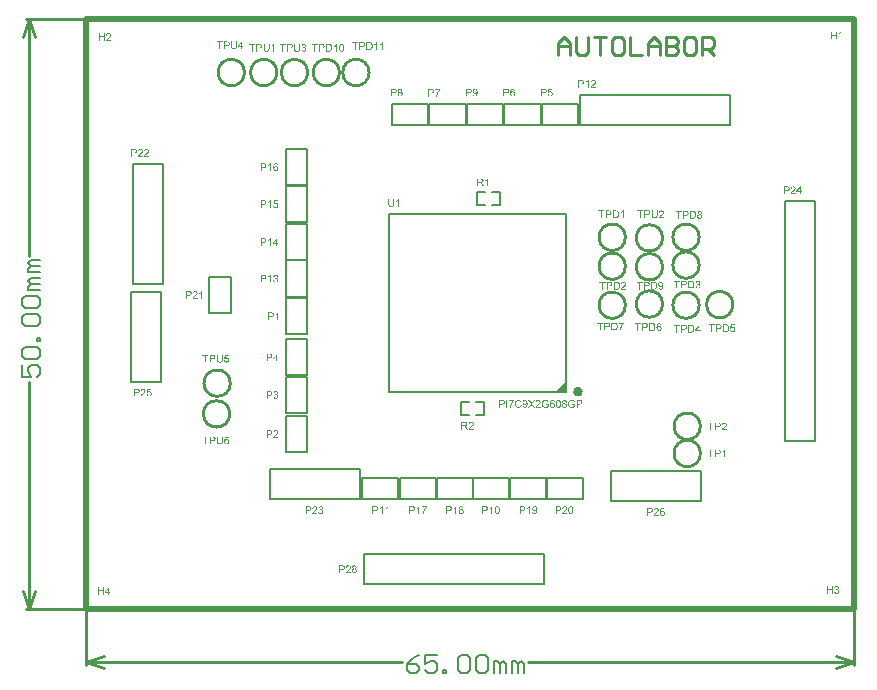
<source format=gto>
G04*
G04 #@! TF.GenerationSoftware,Altium Limited,Altium Designer,22.0.2 (36)*
G04*
G04 Layer_Color=65535*
%FSLAX24Y24*%
%MOIN*%
G70*
G04*
G04 #@! TF.SameCoordinates,CD407462-B920-417C-8B87-A3646CBED1B3*
G04*
G04*
G04 #@! TF.FilePolarity,Positive*
G04*
G01*
G75*
%ADD10C,0.0157*%
%ADD11C,0.0100*%
%ADD12C,0.0039*%
%ADD13C,0.0079*%
%ADD14C,0.0197*%
%ADD15C,0.0098*%
%ADD16C,0.0060*%
G36*
X16006Y7257D02*
X15652D01*
X16006Y7611D01*
Y7257D01*
D02*
G37*
G36*
X605Y482D02*
X571D01*
Y603D01*
X439D01*
Y482D01*
X405D01*
Y738D01*
X439D01*
Y633D01*
X571D01*
Y738D01*
X605D01*
Y482D01*
D02*
G37*
G36*
X781Y572D02*
X816D01*
Y543D01*
X781D01*
Y482D01*
X749D01*
Y543D01*
X638D01*
Y572D01*
X755Y738D01*
X781D01*
Y572D01*
D02*
G37*
G36*
X24896Y523D02*
X24862D01*
Y644D01*
X24730D01*
Y523D01*
X24696D01*
Y779D01*
X24730D01*
Y674D01*
X24862D01*
Y779D01*
X24896D01*
Y523D01*
D02*
G37*
G36*
X25028Y780D02*
X25033Y779D01*
X25038Y778D01*
X25045Y777D01*
X25052Y774D01*
X25058Y771D01*
X25059D01*
X25059Y771D01*
X25061Y770D01*
X25065Y768D01*
X25068Y765D01*
X25073Y761D01*
X25077Y757D01*
X25082Y752D01*
X25086Y747D01*
X25086Y746D01*
X25087Y744D01*
X25089Y741D01*
X25090Y737D01*
X25092Y732D01*
X25093Y726D01*
X25095Y720D01*
X25095Y714D01*
Y713D01*
Y711D01*
X25095Y708D01*
X25094Y704D01*
X25093Y699D01*
X25091Y694D01*
X25089Y689D01*
X25086Y684D01*
X25086Y683D01*
X25084Y681D01*
X25082Y679D01*
X25079Y676D01*
X25076Y672D01*
X25071Y669D01*
X25066Y665D01*
X25060Y662D01*
X25060D01*
X25061Y662D01*
X25062D01*
X25063Y661D01*
X25067Y660D01*
X25072Y657D01*
X25078Y654D01*
X25084Y651D01*
X25090Y646D01*
X25095Y640D01*
X25095Y639D01*
X25097Y637D01*
X25099Y633D01*
X25101Y629D01*
X25104Y623D01*
X25106Y616D01*
X25107Y608D01*
X25107Y599D01*
Y598D01*
Y597D01*
Y596D01*
X25107Y593D01*
X25107Y590D01*
X25106Y587D01*
X25106Y583D01*
X25104Y579D01*
X25102Y570D01*
X25100Y565D01*
X25097Y560D01*
X25094Y556D01*
X25091Y551D01*
X25087Y546D01*
X25083Y542D01*
X25083Y541D01*
X25082Y541D01*
X25081Y540D01*
X25079Y538D01*
X25076Y536D01*
X25073Y534D01*
X25070Y532D01*
X25066Y530D01*
X25062Y528D01*
X25057Y526D01*
X25052Y524D01*
X25047Y522D01*
X25041Y521D01*
X25035Y520D01*
X25028Y519D01*
X25021Y519D01*
X25018D01*
X25016Y519D01*
X25013Y520D01*
X25010Y520D01*
X25006Y520D01*
X25002Y521D01*
X24993Y523D01*
X24983Y527D01*
X24979Y529D01*
X24975Y532D01*
X24970Y535D01*
X24966Y539D01*
X24965Y539D01*
X24965Y539D01*
X24964Y541D01*
X24962Y542D01*
X24960Y545D01*
X24959Y547D01*
X24956Y550D01*
X24954Y553D01*
X24950Y560D01*
X24946Y569D01*
X24942Y580D01*
X24941Y585D01*
X24940Y591D01*
X24972Y595D01*
Y595D01*
X24972Y594D01*
Y592D01*
X24973Y591D01*
X24974Y586D01*
X24976Y580D01*
X24978Y574D01*
X24982Y568D01*
X24985Y562D01*
X24990Y557D01*
X24990Y556D01*
X24992Y555D01*
X24995Y553D01*
X24999Y551D01*
X25003Y549D01*
X25008Y547D01*
X25015Y545D01*
X25021Y545D01*
X25024D01*
X25025Y545D01*
X25029Y546D01*
X25034Y547D01*
X25040Y549D01*
X25047Y551D01*
X25053Y555D01*
X25059Y560D01*
X25060Y561D01*
X25061Y563D01*
X25063Y566D01*
X25067Y571D01*
X25069Y576D01*
X25072Y583D01*
X25073Y590D01*
X25074Y598D01*
Y599D01*
Y599D01*
Y600D01*
X25074Y602D01*
X25073Y606D01*
X25072Y611D01*
X25070Y616D01*
X25068Y622D01*
X25064Y628D01*
X25060Y634D01*
X25059Y635D01*
X25057Y636D01*
X25054Y638D01*
X25050Y641D01*
X25045Y644D01*
X25038Y646D01*
X25032Y647D01*
X25024Y648D01*
X25021D01*
X25018Y647D01*
X25015Y647D01*
X25011Y647D01*
X25006Y646D01*
X25002Y645D01*
X25005Y672D01*
X25007D01*
X25009Y672D01*
X25014D01*
X25017Y672D01*
X25022Y673D01*
X25028Y674D01*
X25034Y676D01*
X25040Y679D01*
X25046Y682D01*
X25047Y683D01*
X25049Y684D01*
X25051Y687D01*
X25054Y690D01*
X25058Y695D01*
X25060Y700D01*
X25062Y707D01*
X25063Y715D01*
Y715D01*
Y715D01*
Y717D01*
X25062Y720D01*
X25061Y725D01*
X25060Y729D01*
X25058Y734D01*
X25055Y739D01*
X25051Y743D01*
X25051Y743D01*
X25049Y745D01*
X25046Y747D01*
X25043Y749D01*
X25038Y751D01*
X25033Y753D01*
X25028Y754D01*
X25021Y755D01*
X25018D01*
X25014Y754D01*
X25010Y753D01*
X25005Y752D01*
X25000Y750D01*
X24995Y747D01*
X24990Y743D01*
X24990Y743D01*
X24988Y741D01*
X24986Y738D01*
X24984Y734D01*
X24981Y730D01*
X24979Y724D01*
X24976Y717D01*
X24975Y709D01*
X24943Y714D01*
Y715D01*
X24944Y716D01*
X24944Y717D01*
X24944Y719D01*
X24945Y722D01*
X24946Y725D01*
X24949Y732D01*
X24952Y740D01*
X24957Y748D01*
X24962Y756D01*
X24969Y763D01*
X24969Y763D01*
X24970Y764D01*
X24971Y764D01*
X24973Y766D01*
X24975Y767D01*
X24977Y768D01*
X24983Y772D01*
X24990Y775D01*
X24999Y778D01*
X25009Y780D01*
X25015Y780D01*
X25024D01*
X25028Y780D01*
D02*
G37*
G36*
X626Y18946D02*
X592D01*
Y19067D01*
X459D01*
Y18946D01*
X425D01*
Y19202D01*
X459D01*
Y19097D01*
X592D01*
Y19202D01*
X626D01*
Y18946D01*
D02*
G37*
G36*
X760Y19203D02*
X763Y19203D01*
X767Y19202D01*
X771Y19202D01*
X775Y19201D01*
X784Y19198D01*
X794Y19195D01*
X799Y19193D01*
X804Y19190D01*
X808Y19186D01*
X812Y19183D01*
X813Y19182D01*
X813Y19182D01*
X814Y19181D01*
X816Y19179D01*
X818Y19177D01*
X819Y19175D01*
X823Y19169D01*
X827Y19161D01*
X831Y19153D01*
X834Y19143D01*
X834Y19138D01*
X834Y19132D01*
Y19131D01*
Y19129D01*
X834Y19126D01*
X834Y19122D01*
X833Y19118D01*
X832Y19113D01*
X830Y19107D01*
X828Y19102D01*
X827Y19101D01*
X826Y19099D01*
X825Y19096D01*
X823Y19092D01*
X820Y19088D01*
X816Y19082D01*
X812Y19077D01*
X807Y19071D01*
X806Y19070D01*
X804Y19067D01*
X800Y19064D01*
X798Y19062D01*
X795Y19059D01*
X792Y19056D01*
X788Y19052D01*
X784Y19049D01*
X780Y19044D01*
X775Y19040D01*
X770Y19035D01*
X764Y19031D01*
X758Y19025D01*
X758Y19025D01*
X757Y19024D01*
X755Y19023D01*
X754Y19021D01*
X749Y19017D01*
X743Y19012D01*
X737Y19007D01*
X731Y19001D01*
X726Y18997D01*
X724Y18995D01*
X722Y18993D01*
X722Y18993D01*
X721Y18991D01*
X719Y18990D01*
X717Y18987D01*
X713Y18982D01*
X709Y18976D01*
X835D01*
Y18946D01*
X665D01*
Y18946D01*
Y18948D01*
Y18950D01*
X665Y18953D01*
X666Y18956D01*
X666Y18960D01*
X667Y18964D01*
X669Y18968D01*
Y18968D01*
X669Y18968D01*
X670Y18971D01*
X671Y18974D01*
X674Y18978D01*
X676Y18984D01*
X680Y18989D01*
X684Y18995D01*
X689Y19001D01*
Y19002D01*
X690Y19002D01*
X692Y19005D01*
X695Y19008D01*
X700Y19013D01*
X706Y19018D01*
X713Y19025D01*
X721Y19032D01*
X731Y19040D01*
X731Y19041D01*
X732Y19042D01*
X734Y19044D01*
X737Y19046D01*
X741Y19049D01*
X745Y19053D01*
X753Y19060D01*
X763Y19069D01*
X772Y19078D01*
X777Y19082D01*
X780Y19087D01*
X784Y19091D01*
X787Y19095D01*
Y19095D01*
X788Y19095D01*
X789Y19097D01*
X789Y19098D01*
X792Y19102D01*
X794Y19107D01*
X797Y19113D01*
X800Y19119D01*
X801Y19126D01*
X802Y19133D01*
Y19133D01*
Y19134D01*
X802Y19136D01*
X801Y19140D01*
X800Y19144D01*
X798Y19149D01*
X796Y19154D01*
X793Y19159D01*
X788Y19165D01*
X787Y19165D01*
X786Y19166D01*
X783Y19168D01*
X779Y19171D01*
X774Y19173D01*
X768Y19175D01*
X761Y19177D01*
X753Y19177D01*
X751D01*
X749Y19177D01*
X745Y19177D01*
X740Y19176D01*
X734Y19174D01*
X728Y19172D01*
X722Y19168D01*
X717Y19163D01*
X716Y19163D01*
X715Y19161D01*
X713Y19158D01*
X710Y19154D01*
X708Y19148D01*
X706Y19142D01*
X704Y19134D01*
X703Y19126D01*
X671Y19129D01*
Y19130D01*
Y19131D01*
X671Y19133D01*
X672Y19135D01*
X672Y19138D01*
X673Y19142D01*
X675Y19150D01*
X678Y19159D01*
X683Y19168D01*
X688Y19177D01*
X692Y19180D01*
X695Y19184D01*
X696Y19185D01*
X697Y19185D01*
X698Y19186D01*
X699Y19188D01*
X702Y19189D01*
X704Y19191D01*
X708Y19192D01*
X711Y19194D01*
X715Y19196D01*
X719Y19198D01*
X724Y19199D01*
X729Y19200D01*
X741Y19203D01*
X747Y19203D01*
X754Y19203D01*
X757D01*
X760Y19203D01*
D02*
G37*
G36*
X25019Y19005D02*
X24985D01*
Y19126D01*
X24853D01*
Y19005D01*
X24819D01*
Y19261D01*
X24853D01*
Y19156D01*
X24985D01*
Y19261D01*
X25019D01*
Y19005D01*
D02*
G37*
G36*
X25181D02*
X25150D01*
Y19206D01*
X25149Y19205D01*
X25148Y19204D01*
X25145Y19202D01*
X25142Y19199D01*
X25137Y19195D01*
X25132Y19192D01*
X25126Y19188D01*
X25120Y19184D01*
X25119D01*
X25119Y19183D01*
X25117Y19182D01*
X25113Y19180D01*
X25109Y19178D01*
X25104Y19175D01*
X25098Y19172D01*
X25092Y19170D01*
X25087Y19167D01*
Y19198D01*
X25087D01*
X25088Y19199D01*
X25090Y19199D01*
X25091Y19201D01*
X25094Y19202D01*
X25096Y19203D01*
X25103Y19206D01*
X25110Y19211D01*
X25117Y19216D01*
X25125Y19222D01*
X25133Y19228D01*
X25133Y19228D01*
X25133Y19229D01*
X25136Y19231D01*
X25139Y19234D01*
X25144Y19239D01*
X25148Y19244D01*
X25153Y19250D01*
X25157Y19256D01*
X25161Y19263D01*
X25181D01*
Y19005D01*
D02*
G37*
G36*
X10275Y13525D02*
Y13524D01*
Y13523D01*
Y13521D01*
Y13519D01*
X10275Y13515D01*
Y13512D01*
X10275Y13507D01*
X10274Y13503D01*
X10273Y13493D01*
X10272Y13483D01*
X10270Y13473D01*
X10266Y13464D01*
Y13463D01*
X10266Y13462D01*
X10266Y13461D01*
X10265Y13460D01*
X10263Y13456D01*
X10259Y13450D01*
X10255Y13444D01*
X10250Y13438D01*
X10243Y13432D01*
X10235Y13427D01*
X10234D01*
X10234Y13426D01*
X10233Y13425D01*
X10231Y13424D01*
X10229Y13423D01*
X10226Y13422D01*
X10222Y13421D01*
X10219Y13419D01*
X10215Y13418D01*
X10210Y13417D01*
X10206Y13416D01*
X10200Y13415D01*
X10188Y13413D01*
X10175Y13412D01*
X10172D01*
X10169Y13413D01*
X10166D01*
X10163Y13413D01*
X10159Y13414D01*
X10155Y13414D01*
X10145Y13416D01*
X10135Y13418D01*
X10125Y13421D01*
X10116Y13425D01*
X10116D01*
X10115Y13425D01*
X10114Y13426D01*
X10113Y13427D01*
X10108Y13430D01*
X10104Y13434D01*
X10098Y13439D01*
X10093Y13445D01*
X10088Y13452D01*
X10084Y13460D01*
Y13461D01*
X10084Y13462D01*
X10083Y13463D01*
X10082Y13465D01*
X10082Y13467D01*
X10081Y13470D01*
X10080Y13474D01*
X10079Y13478D01*
X10078Y13482D01*
X10077Y13487D01*
X10077Y13492D01*
X10076Y13497D01*
X10075Y13504D01*
X10075Y13510D01*
X10074Y13517D01*
Y13525D01*
Y13673D01*
X10108D01*
Y13525D01*
Y13524D01*
Y13523D01*
Y13522D01*
Y13519D01*
Y13517D01*
X10108Y13513D01*
X10109Y13506D01*
X10110Y13498D01*
X10110Y13490D01*
X10112Y13482D01*
X10113Y13479D01*
X10114Y13476D01*
X10114Y13475D01*
X10115Y13473D01*
X10117Y13470D01*
X10119Y13467D01*
X10122Y13463D01*
X10126Y13458D01*
X10130Y13455D01*
X10135Y13451D01*
X10136Y13451D01*
X10138Y13450D01*
X10141Y13448D01*
X10146Y13447D01*
X10151Y13446D01*
X10157Y13444D01*
X10164Y13443D01*
X10172Y13443D01*
X10176D01*
X10178Y13443D01*
X10181D01*
X10185Y13444D01*
X10193Y13445D01*
X10202Y13447D01*
X10210Y13450D01*
X10218Y13454D01*
X10222Y13457D01*
X10225Y13460D01*
Y13460D01*
X10226Y13460D01*
X10227Y13462D01*
X10228Y13463D01*
X10229Y13465D01*
X10231Y13467D01*
X10232Y13471D01*
X10234Y13474D01*
X10235Y13478D01*
X10236Y13483D01*
X10238Y13488D01*
X10239Y13494D01*
X10240Y13501D01*
X10241Y13508D01*
X10241Y13516D01*
Y13525D01*
Y13673D01*
X10275D01*
Y13525D01*
D02*
G37*
G36*
X10438Y13417D02*
X10406D01*
Y13617D01*
X10406Y13617D01*
X10404Y13615D01*
X10401Y13613D01*
X10398Y13611D01*
X10394Y13607D01*
X10389Y13604D01*
X10383Y13599D01*
X10376Y13595D01*
X10376D01*
X10375Y13595D01*
X10373Y13593D01*
X10369Y13591D01*
X10365Y13589D01*
X10360Y13586D01*
X10355Y13584D01*
X10349Y13581D01*
X10343Y13579D01*
Y13610D01*
X10344D01*
X10344Y13610D01*
X10346Y13611D01*
X10348Y13612D01*
X10350Y13613D01*
X10353Y13614D01*
X10359Y13618D01*
X10366Y13622D01*
X10374Y13627D01*
X10381Y13633D01*
X10389Y13639D01*
X10389Y13640D01*
X10390Y13640D01*
X10392Y13643D01*
X10396Y13646D01*
X10400Y13650D01*
X10404Y13656D01*
X10409Y13662D01*
X10413Y13668D01*
X10417Y13674D01*
X10438D01*
Y13417D01*
D02*
G37*
G36*
X15560Y6979D02*
X15562D01*
X15565Y6979D01*
X15572Y6978D01*
X15580Y6975D01*
X15588Y6972D01*
X15597Y6968D01*
X15601Y6966D01*
X15604Y6963D01*
X15605D01*
X15605Y6962D01*
X15608Y6959D01*
X15611Y6956D01*
X15615Y6950D01*
X15619Y6944D01*
X15622Y6936D01*
X15626Y6927D01*
X15628Y6916D01*
X15597Y6914D01*
Y6914D01*
Y6915D01*
X15596Y6917D01*
X15595Y6920D01*
X15594Y6924D01*
X15590Y6933D01*
X15587Y6937D01*
X15585Y6940D01*
X15584Y6941D01*
X15582Y6943D01*
X15579Y6945D01*
X15576Y6947D01*
X15571Y6950D01*
X15566Y6952D01*
X15560Y6954D01*
X15553Y6954D01*
X15550D01*
X15547Y6954D01*
X15544Y6953D01*
X15540Y6952D01*
X15535Y6950D01*
X15531Y6948D01*
X15526Y6945D01*
X15525Y6945D01*
X15524Y6943D01*
X15521Y6941D01*
X15518Y6937D01*
X15514Y6933D01*
X15510Y6927D01*
X15506Y6921D01*
X15503Y6913D01*
Y6913D01*
X15502Y6913D01*
X15502Y6911D01*
X15501Y6909D01*
X15501Y6908D01*
X15500Y6905D01*
X15499Y6902D01*
X15498Y6898D01*
X15498Y6894D01*
X15497Y6890D01*
X15496Y6885D01*
X15495Y6880D01*
X15495Y6874D01*
X15494Y6868D01*
X15494Y6861D01*
Y6854D01*
X15494Y6855D01*
X15496Y6857D01*
X15498Y6860D01*
X15502Y6864D01*
X15506Y6868D01*
X15510Y6872D01*
X15516Y6876D01*
X15522Y6880D01*
X15523Y6880D01*
X15524Y6881D01*
X15528Y6883D01*
X15532Y6884D01*
X15537Y6886D01*
X15543Y6887D01*
X15549Y6888D01*
X15556Y6888D01*
X15559D01*
X15562Y6888D01*
X15564Y6888D01*
X15567Y6887D01*
X15575Y6886D01*
X15583Y6883D01*
X15588Y6881D01*
X15592Y6879D01*
X15597Y6876D01*
X15601Y6873D01*
X15606Y6869D01*
X15610Y6865D01*
X15610Y6865D01*
X15611Y6864D01*
X15612Y6863D01*
X15613Y6861D01*
X15615Y6858D01*
X15617Y6856D01*
X15619Y6853D01*
X15621Y6849D01*
X15623Y6845D01*
X15625Y6840D01*
X15627Y6835D01*
X15629Y6830D01*
X15630Y6824D01*
X15631Y6819D01*
X15632Y6812D01*
X15632Y6805D01*
Y6805D01*
Y6804D01*
Y6803D01*
Y6801D01*
X15632Y6799D01*
Y6797D01*
X15631Y6791D01*
X15629Y6784D01*
X15628Y6776D01*
X15625Y6768D01*
X15622Y6761D01*
Y6760D01*
X15621Y6760D01*
X15620Y6759D01*
X15620Y6757D01*
X15617Y6753D01*
X15614Y6749D01*
X15610Y6744D01*
X15605Y6739D01*
X15599Y6734D01*
X15593Y6729D01*
X15592Y6729D01*
X15590Y6727D01*
X15586Y6725D01*
X15581Y6723D01*
X15575Y6722D01*
X15568Y6720D01*
X15560Y6718D01*
X15552Y6718D01*
X15550D01*
X15548Y6718D01*
X15545D01*
X15542Y6719D01*
X15538Y6720D01*
X15534Y6720D01*
X15529Y6722D01*
X15524Y6723D01*
X15519Y6725D01*
X15514Y6727D01*
X15508Y6730D01*
X15503Y6734D01*
X15497Y6737D01*
X15492Y6742D01*
X15487Y6747D01*
X15487Y6747D01*
X15486Y6748D01*
X15485Y6750D01*
X15484Y6752D01*
X15482Y6755D01*
X15480Y6759D01*
X15477Y6764D01*
X15475Y6769D01*
X15473Y6776D01*
X15471Y6783D01*
X15469Y6791D01*
X15467Y6799D01*
X15465Y6808D01*
X15464Y6819D01*
X15463Y6830D01*
X15463Y6842D01*
Y6842D01*
Y6843D01*
Y6844D01*
Y6845D01*
Y6849D01*
X15463Y6854D01*
X15464Y6860D01*
X15464Y6867D01*
X15465Y6875D01*
X15466Y6883D01*
X15468Y6892D01*
X15469Y6901D01*
X15472Y6910D01*
X15475Y6919D01*
X15478Y6928D01*
X15481Y6936D01*
X15485Y6943D01*
X15490Y6950D01*
X15491Y6950D01*
X15491Y6951D01*
X15492Y6953D01*
X15494Y6955D01*
X15497Y6957D01*
X15500Y6959D01*
X15503Y6962D01*
X15507Y6965D01*
X15512Y6968D01*
X15517Y6970D01*
X15522Y6973D01*
X15528Y6975D01*
X15534Y6977D01*
X15540Y6979D01*
X15547Y6979D01*
X15555Y6980D01*
X15558D01*
X15560Y6979D01*
D02*
G37*
G36*
X14422Y6982D02*
X14425Y6982D01*
X14429Y6982D01*
X14433Y6981D01*
X14438Y6980D01*
X14448Y6978D01*
X14459Y6975D01*
X14464Y6972D01*
X14470Y6970D01*
X14475Y6966D01*
X14480Y6963D01*
X14480Y6963D01*
X14481Y6962D01*
X14482Y6961D01*
X14484Y6959D01*
X14486Y6957D01*
X14489Y6955D01*
X14492Y6952D01*
X14494Y6949D01*
X14498Y6945D01*
X14500Y6941D01*
X14503Y6936D01*
X14507Y6931D01*
X14509Y6926D01*
X14512Y6920D01*
X14517Y6908D01*
X14483Y6900D01*
Y6901D01*
X14483Y6901D01*
X14482Y6903D01*
X14482Y6905D01*
X14480Y6907D01*
X14479Y6910D01*
X14477Y6916D01*
X14473Y6922D01*
X14468Y6929D01*
X14463Y6936D01*
X14457Y6941D01*
X14456Y6941D01*
X14454Y6943D01*
X14450Y6945D01*
X14445Y6948D01*
X14439Y6950D01*
X14432Y6952D01*
X14424Y6954D01*
X14415Y6954D01*
X14412D01*
X14410Y6954D01*
X14407D01*
X14404Y6953D01*
X14397Y6952D01*
X14390Y6950D01*
X14381Y6948D01*
X14373Y6944D01*
X14365Y6940D01*
X14365D01*
X14365Y6939D01*
X14362Y6937D01*
X14359Y6934D01*
X14354Y6929D01*
X14350Y6924D01*
X14346Y6918D01*
X14341Y6910D01*
X14338Y6901D01*
Y6901D01*
X14337Y6900D01*
X14337Y6899D01*
X14337Y6897D01*
X14336Y6895D01*
X14335Y6892D01*
X14334Y6886D01*
X14332Y6879D01*
X14331Y6870D01*
X14330Y6862D01*
X14330Y6852D01*
Y6852D01*
Y6851D01*
Y6849D01*
Y6847D01*
X14330Y6844D01*
Y6840D01*
X14331Y6837D01*
X14331Y6833D01*
X14332Y6824D01*
X14334Y6814D01*
X14336Y6805D01*
X14339Y6795D01*
Y6795D01*
X14340Y6794D01*
X14340Y6793D01*
X14341Y6791D01*
X14343Y6787D01*
X14346Y6782D01*
X14351Y6775D01*
X14356Y6769D01*
X14361Y6764D01*
X14369Y6759D01*
X14369D01*
X14369Y6758D01*
X14370Y6757D01*
X14372Y6757D01*
X14376Y6755D01*
X14382Y6753D01*
X14388Y6751D01*
X14395Y6749D01*
X14404Y6747D01*
X14412Y6747D01*
X14415D01*
X14417Y6747D01*
X14419D01*
X14422Y6748D01*
X14429Y6749D01*
X14436Y6751D01*
X14445Y6754D01*
X14452Y6758D01*
X14460Y6763D01*
X14461Y6764D01*
X14461Y6764D01*
X14463Y6766D01*
X14467Y6770D01*
X14471Y6775D01*
X14475Y6782D01*
X14480Y6791D01*
X14484Y6801D01*
X14487Y6812D01*
X14521Y6803D01*
Y6803D01*
X14521Y6801D01*
X14520Y6799D01*
X14519Y6796D01*
X14517Y6793D01*
X14516Y6789D01*
X14514Y6785D01*
X14512Y6780D01*
X14507Y6769D01*
X14500Y6759D01*
X14492Y6749D01*
X14487Y6744D01*
X14482Y6740D01*
X14482Y6739D01*
X14481Y6739D01*
X14480Y6738D01*
X14477Y6736D01*
X14475Y6735D01*
X14471Y6733D01*
X14468Y6731D01*
X14464Y6729D01*
X14459Y6727D01*
X14454Y6725D01*
X14448Y6723D01*
X14442Y6722D01*
X14429Y6719D01*
X14422Y6718D01*
X14415Y6718D01*
X14411D01*
X14408Y6718D01*
X14404D01*
X14400Y6719D01*
X14396Y6720D01*
X14391Y6720D01*
X14380Y6722D01*
X14369Y6725D01*
X14358Y6729D01*
X14353Y6732D01*
X14347Y6735D01*
X14347Y6735D01*
X14346Y6736D01*
X14345Y6737D01*
X14343Y6738D01*
X14338Y6742D01*
X14333Y6747D01*
X14326Y6754D01*
X14320Y6762D01*
X14314Y6772D01*
X14308Y6784D01*
Y6784D01*
X14308Y6785D01*
X14307Y6787D01*
X14306Y6789D01*
X14305Y6792D01*
X14304Y6796D01*
X14303Y6799D01*
X14301Y6804D01*
X14300Y6809D01*
X14299Y6814D01*
X14297Y6826D01*
X14295Y6838D01*
X14295Y6852D01*
Y6853D01*
Y6854D01*
Y6856D01*
X14295Y6859D01*
Y6862D01*
X14296Y6867D01*
X14296Y6871D01*
X14297Y6876D01*
X14299Y6887D01*
X14301Y6899D01*
X14305Y6911D01*
X14310Y6922D01*
Y6922D01*
X14311Y6923D01*
X14312Y6925D01*
X14313Y6927D01*
X14314Y6929D01*
X14316Y6932D01*
X14321Y6939D01*
X14327Y6946D01*
X14335Y6954D01*
X14344Y6961D01*
X14353Y6967D01*
X14354D01*
X14354Y6968D01*
X14356Y6969D01*
X14358Y6970D01*
X14361Y6971D01*
X14364Y6972D01*
X14368Y6973D01*
X14372Y6975D01*
X14376Y6977D01*
X14381Y6978D01*
X14391Y6980D01*
X14403Y6982D01*
X14415Y6983D01*
X14419D01*
X14422Y6982D01*
D02*
G37*
G36*
X16200D02*
X16203D01*
X16210Y6982D01*
X16217Y6980D01*
X16226Y6979D01*
X16235Y6977D01*
X16243Y6973D01*
X16244D01*
X16244Y6973D01*
X16246Y6973D01*
X16247Y6972D01*
X16251Y6970D01*
X16256Y6967D01*
X16262Y6963D01*
X16268Y6959D01*
X16274Y6954D01*
X16279Y6948D01*
X16279Y6948D01*
X16281Y6946D01*
X16283Y6942D01*
X16286Y6937D01*
X16289Y6931D01*
X16292Y6924D01*
X16295Y6916D01*
X16298Y6907D01*
X16267Y6898D01*
Y6899D01*
X16267Y6899D01*
X16267Y6901D01*
X16265Y6905D01*
X16264Y6909D01*
X16262Y6914D01*
X16259Y6919D01*
X16257Y6924D01*
X16253Y6929D01*
X16253Y6929D01*
X16252Y6931D01*
X16250Y6933D01*
X16247Y6936D01*
X16244Y6938D01*
X16239Y6941D01*
X16235Y6944D01*
X16229Y6947D01*
X16228Y6947D01*
X16226Y6948D01*
X16223Y6949D01*
X16218Y6950D01*
X16213Y6952D01*
X16207Y6953D01*
X16201Y6954D01*
X16194Y6954D01*
X16190D01*
X16186Y6954D01*
X16180Y6953D01*
X16174Y6952D01*
X16167Y6951D01*
X16160Y6949D01*
X16154Y6947D01*
X16153Y6946D01*
X16151Y6945D01*
X16148Y6944D01*
X16144Y6941D01*
X16140Y6939D01*
X16135Y6936D01*
X16131Y6932D01*
X16126Y6928D01*
X16126Y6927D01*
X16125Y6926D01*
X16123Y6924D01*
X16120Y6920D01*
X16118Y6916D01*
X16115Y6912D01*
X16113Y6908D01*
X16110Y6902D01*
Y6902D01*
X16110Y6901D01*
X16109Y6900D01*
X16109Y6898D01*
X16108Y6896D01*
X16107Y6893D01*
X16106Y6887D01*
X16104Y6879D01*
X16102Y6871D01*
X16101Y6861D01*
X16100Y6851D01*
Y6851D01*
Y6849D01*
Y6848D01*
X16101Y6845D01*
Y6842D01*
X16101Y6839D01*
X16102Y6835D01*
X16102Y6831D01*
X16103Y6822D01*
X16106Y6812D01*
X16108Y6803D01*
X16112Y6793D01*
Y6793D01*
X16113Y6792D01*
X16113Y6791D01*
X16115Y6789D01*
X16117Y6785D01*
X16121Y6780D01*
X16125Y6775D01*
X16131Y6769D01*
X16138Y6764D01*
X16146Y6759D01*
X16147D01*
X16147Y6759D01*
X16148Y6758D01*
X16150Y6757D01*
X16152Y6757D01*
X16155Y6755D01*
X16161Y6753D01*
X16168Y6752D01*
X16176Y6750D01*
X16185Y6748D01*
X16194Y6748D01*
X16198D01*
X16202Y6748D01*
X16208Y6749D01*
X16214Y6750D01*
X16221Y6752D01*
X16229Y6753D01*
X16237Y6756D01*
X16237D01*
X16238Y6757D01*
X16239Y6757D01*
X16241Y6758D01*
X16244Y6759D01*
X16249Y6762D01*
X16254Y6764D01*
X16259Y6768D01*
X16264Y6771D01*
X16269Y6775D01*
Y6823D01*
X16194D01*
Y6853D01*
X16302D01*
Y6758D01*
X16302Y6757D01*
X16301Y6757D01*
X16300Y6756D01*
X16298Y6755D01*
X16295Y6753D01*
X16293Y6751D01*
X16286Y6746D01*
X16278Y6742D01*
X16270Y6737D01*
X16260Y6732D01*
X16250Y6728D01*
X16250D01*
X16249Y6727D01*
X16248Y6727D01*
X16246Y6726D01*
X16243Y6725D01*
X16241Y6725D01*
X16237Y6724D01*
X16233Y6723D01*
X16225Y6721D01*
X16216Y6720D01*
X16206Y6718D01*
X16196Y6718D01*
X16193D01*
X16190Y6718D01*
X16186D01*
X16182Y6719D01*
X16178Y6719D01*
X16173Y6720D01*
X16163Y6722D01*
X16151Y6725D01*
X16139Y6729D01*
X16127Y6734D01*
X16127Y6734D01*
X16126Y6735D01*
X16124Y6736D01*
X16122Y6737D01*
X16120Y6739D01*
X16117Y6741D01*
X16110Y6746D01*
X16102Y6752D01*
X16095Y6761D01*
X16088Y6770D01*
X16081Y6780D01*
Y6781D01*
X16080Y6782D01*
X16079Y6784D01*
X16079Y6786D01*
X16077Y6789D01*
X16076Y6792D01*
X16075Y6796D01*
X16073Y6801D01*
X16072Y6805D01*
X16070Y6811D01*
X16068Y6823D01*
X16066Y6835D01*
X16065Y6849D01*
Y6849D01*
Y6851D01*
Y6853D01*
X16066Y6855D01*
Y6859D01*
X16066Y6863D01*
X16067Y6867D01*
X16067Y6872D01*
X16069Y6883D01*
X16072Y6894D01*
X16076Y6907D01*
X16081Y6919D01*
Y6919D01*
X16082Y6920D01*
X16083Y6922D01*
X16084Y6924D01*
X16086Y6927D01*
X16088Y6930D01*
X16092Y6937D01*
X16099Y6945D01*
X16106Y6953D01*
X16116Y6960D01*
X16120Y6964D01*
X16126Y6967D01*
X16126D01*
X16127Y6968D01*
X16129Y6968D01*
X16131Y6969D01*
X16134Y6971D01*
X16137Y6972D01*
X16141Y6973D01*
X16145Y6975D01*
X16150Y6976D01*
X16155Y6978D01*
X16167Y6980D01*
X16179Y6982D01*
X16193Y6983D01*
X16198D01*
X16200Y6982D01*
D02*
G37*
G36*
X15326D02*
X15329D01*
X15335Y6982D01*
X15343Y6980D01*
X15351Y6979D01*
X15360Y6977D01*
X15368Y6973D01*
X15369D01*
X15370Y6973D01*
X15371Y6973D01*
X15372Y6972D01*
X15376Y6970D01*
X15381Y6967D01*
X15387Y6963D01*
X15393Y6959D01*
X15399Y6954D01*
X15404Y6948D01*
X15404Y6948D01*
X15406Y6946D01*
X15408Y6942D01*
X15411Y6937D01*
X15414Y6931D01*
X15418Y6924D01*
X15421Y6916D01*
X15423Y6907D01*
X15393Y6898D01*
Y6899D01*
X15392Y6899D01*
X15392Y6901D01*
X15390Y6905D01*
X15389Y6909D01*
X15387Y6914D01*
X15384Y6919D01*
X15382Y6924D01*
X15379Y6929D01*
X15378Y6929D01*
X15377Y6931D01*
X15375Y6933D01*
X15372Y6936D01*
X15369Y6938D01*
X15365Y6941D01*
X15360Y6944D01*
X15354Y6947D01*
X15353Y6947D01*
X15351Y6948D01*
X15348Y6949D01*
X15344Y6950D01*
X15338Y6952D01*
X15333Y6953D01*
X15326Y6954D01*
X15319Y6954D01*
X15315D01*
X15311Y6954D01*
X15305Y6953D01*
X15299Y6952D01*
X15292Y6951D01*
X15285Y6949D01*
X15279Y6947D01*
X15278Y6946D01*
X15276Y6945D01*
X15273Y6944D01*
X15269Y6941D01*
X15265Y6939D01*
X15260Y6936D01*
X15256Y6932D01*
X15251Y6928D01*
X15251Y6927D01*
X15250Y6926D01*
X15248Y6924D01*
X15246Y6920D01*
X15243Y6916D01*
X15240Y6912D01*
X15238Y6908D01*
X15235Y6902D01*
Y6902D01*
X15235Y6901D01*
X15235Y6900D01*
X15234Y6898D01*
X15233Y6896D01*
X15232Y6893D01*
X15231Y6887D01*
X15229Y6879D01*
X15227Y6871D01*
X15226Y6861D01*
X15226Y6851D01*
Y6851D01*
Y6849D01*
Y6848D01*
X15226Y6845D01*
Y6842D01*
X15227Y6839D01*
X15227Y6835D01*
X15227Y6831D01*
X15228Y6822D01*
X15231Y6812D01*
X15234Y6803D01*
X15237Y6793D01*
Y6793D01*
X15238Y6792D01*
X15239Y6791D01*
X15240Y6789D01*
X15243Y6785D01*
X15246Y6780D01*
X15251Y6775D01*
X15257Y6769D01*
X15264Y6764D01*
X15271Y6759D01*
X15272D01*
X15273Y6759D01*
X15274Y6758D01*
X15275Y6757D01*
X15277Y6757D01*
X15280Y6755D01*
X15286Y6753D01*
X15293Y6752D01*
X15301Y6750D01*
X15310Y6748D01*
X15319Y6748D01*
X15323D01*
X15328Y6748D01*
X15333Y6749D01*
X15339Y6750D01*
X15347Y6752D01*
X15354Y6753D01*
X15362Y6756D01*
X15363D01*
X15363Y6757D01*
X15364Y6757D01*
X15366Y6758D01*
X15370Y6759D01*
X15374Y6762D01*
X15379Y6764D01*
X15384Y6768D01*
X15390Y6771D01*
X15394Y6775D01*
Y6823D01*
X15319D01*
Y6853D01*
X15427D01*
Y6758D01*
X15427Y6757D01*
X15426Y6757D01*
X15425Y6756D01*
X15423Y6755D01*
X15421Y6753D01*
X15418Y6751D01*
X15411Y6746D01*
X15404Y6742D01*
X15395Y6737D01*
X15385Y6732D01*
X15375Y6728D01*
X15375D01*
X15374Y6727D01*
X15373Y6727D01*
X15371Y6726D01*
X15368Y6725D01*
X15366Y6725D01*
X15362Y6724D01*
X15359Y6723D01*
X15351Y6721D01*
X15342Y6720D01*
X15331Y6718D01*
X15321Y6718D01*
X15318D01*
X15315Y6718D01*
X15312D01*
X15308Y6719D01*
X15303Y6719D01*
X15299Y6720D01*
X15288Y6722D01*
X15276Y6725D01*
X15264Y6729D01*
X15253Y6734D01*
X15252Y6734D01*
X15251Y6735D01*
X15250Y6736D01*
X15248Y6737D01*
X15245Y6739D01*
X15242Y6741D01*
X15235Y6746D01*
X15228Y6752D01*
X15220Y6761D01*
X15213Y6770D01*
X15206Y6780D01*
Y6781D01*
X15205Y6782D01*
X15205Y6784D01*
X15204Y6786D01*
X15203Y6789D01*
X15201Y6792D01*
X15200Y6796D01*
X15198Y6801D01*
X15197Y6805D01*
X15196Y6811D01*
X15193Y6823D01*
X15191Y6835D01*
X15191Y6849D01*
Y6849D01*
Y6851D01*
Y6853D01*
X15191Y6855D01*
Y6859D01*
X15191Y6863D01*
X15192Y6867D01*
X15193Y6872D01*
X15195Y6883D01*
X15197Y6894D01*
X15201Y6907D01*
X15206Y6919D01*
Y6919D01*
X15207Y6920D01*
X15208Y6922D01*
X15209Y6924D01*
X15211Y6927D01*
X15213Y6930D01*
X15218Y6937D01*
X15224Y6945D01*
X15232Y6953D01*
X15241Y6960D01*
X15246Y6964D01*
X15251Y6967D01*
X15251D01*
X15252Y6968D01*
X15254Y6968D01*
X15256Y6969D01*
X15259Y6971D01*
X15262Y6972D01*
X15266Y6973D01*
X15271Y6975D01*
X15275Y6976D01*
X15280Y6978D01*
X15292Y6980D01*
X15305Y6982D01*
X15319Y6983D01*
X15323D01*
X15326Y6982D01*
D02*
G37*
G36*
X14874Y6856D02*
X14970Y6722D01*
X14929D01*
X14864Y6814D01*
X14863Y6814D01*
X14863Y6815D01*
X14862Y6816D01*
X14860Y6819D01*
X14857Y6823D01*
X14853Y6829D01*
X14853Y6829D01*
X14852Y6827D01*
X14851Y6825D01*
X14849Y6822D01*
X14844Y6816D01*
X14842Y6813D01*
X14841Y6811D01*
X14776Y6722D01*
X14735D01*
X14835Y6855D01*
X14747Y6979D01*
X14787D01*
X14834Y6913D01*
Y6912D01*
X14835Y6912D01*
X14837Y6909D01*
X14839Y6906D01*
X14842Y6901D01*
X14845Y6896D01*
X14849Y6891D01*
X14852Y6886D01*
X14854Y6881D01*
X14855Y6882D01*
X14856Y6884D01*
X14858Y6886D01*
X14860Y6890D01*
X14863Y6894D01*
X14867Y6899D01*
X14870Y6904D01*
X14875Y6910D01*
X14926Y6979D01*
X14963D01*
X14874Y6856D01*
D02*
G37*
G36*
X14634Y6979D02*
X14636D01*
X14639Y6979D01*
X14645Y6978D01*
X14652Y6976D01*
X14660Y6974D01*
X14668Y6971D01*
X14676Y6966D01*
X14676D01*
X14677Y6965D01*
X14678Y6964D01*
X14679Y6964D01*
X14683Y6961D01*
X14688Y6956D01*
X14693Y6950D01*
X14698Y6944D01*
X14703Y6936D01*
X14707Y6927D01*
Y6927D01*
X14708Y6926D01*
X14709Y6925D01*
X14709Y6923D01*
X14710Y6920D01*
X14711Y6917D01*
X14712Y6913D01*
X14713Y6909D01*
X14714Y6904D01*
X14715Y6899D01*
X14716Y6893D01*
X14717Y6887D01*
X14717Y6880D01*
X14718Y6872D01*
X14718Y6864D01*
Y6856D01*
Y6855D01*
Y6853D01*
Y6851D01*
Y6847D01*
X14718Y6844D01*
Y6838D01*
X14718Y6833D01*
X14717Y6828D01*
X14716Y6815D01*
X14714Y6802D01*
X14711Y6789D01*
X14709Y6783D01*
X14707Y6777D01*
Y6777D01*
X14707Y6776D01*
X14706Y6775D01*
X14705Y6773D01*
X14704Y6770D01*
X14703Y6767D01*
X14700Y6761D01*
X14695Y6753D01*
X14689Y6746D01*
X14683Y6739D01*
X14676Y6733D01*
X14675D01*
X14675Y6732D01*
X14674Y6732D01*
X14672Y6730D01*
X14670Y6729D01*
X14668Y6728D01*
X14662Y6725D01*
X14654Y6723D01*
X14646Y6720D01*
X14636Y6719D01*
X14626Y6718D01*
X14624D01*
X14621Y6718D01*
X14619D01*
X14616Y6719D01*
X14609Y6720D01*
X14601Y6722D01*
X14593Y6725D01*
X14585Y6729D01*
X14577Y6734D01*
X14577Y6735D01*
X14576Y6735D01*
X14574Y6737D01*
X14571Y6741D01*
X14567Y6746D01*
X14563Y6753D01*
X14560Y6761D01*
X14556Y6771D01*
X14555Y6782D01*
X14585Y6784D01*
Y6784D01*
Y6783D01*
X14585Y6782D01*
X14585Y6780D01*
X14586Y6776D01*
X14588Y6772D01*
X14590Y6767D01*
X14592Y6762D01*
X14595Y6757D01*
X14599Y6753D01*
X14599Y6753D01*
X14601Y6752D01*
X14603Y6750D01*
X14607Y6748D01*
X14611Y6747D01*
X14615Y6745D01*
X14621Y6744D01*
X14627Y6744D01*
X14629D01*
X14632Y6744D01*
X14636Y6745D01*
X14640Y6745D01*
X14644Y6746D01*
X14648Y6748D01*
X14652Y6750D01*
X14653Y6751D01*
X14654Y6752D01*
X14656Y6753D01*
X14659Y6755D01*
X14662Y6757D01*
X14665Y6761D01*
X14668Y6764D01*
X14670Y6768D01*
X14671Y6768D01*
X14672Y6770D01*
X14673Y6773D01*
X14675Y6776D01*
X14676Y6780D01*
X14678Y6785D01*
X14680Y6791D01*
X14682Y6798D01*
Y6798D01*
X14682Y6799D01*
Y6800D01*
X14683Y6801D01*
X14684Y6805D01*
X14684Y6810D01*
X14685Y6816D01*
X14686Y6822D01*
X14687Y6829D01*
Y6837D01*
Y6837D01*
Y6838D01*
Y6840D01*
Y6843D01*
X14686Y6842D01*
X14685Y6840D01*
X14683Y6837D01*
X14680Y6834D01*
X14676Y6830D01*
X14672Y6826D01*
X14666Y6822D01*
X14661Y6818D01*
X14660Y6818D01*
X14658Y6817D01*
X14654Y6815D01*
X14650Y6814D01*
X14645Y6812D01*
X14639Y6811D01*
X14633Y6810D01*
X14626Y6809D01*
X14622D01*
X14620Y6810D01*
X14617Y6810D01*
X14614Y6810D01*
X14607Y6812D01*
X14598Y6815D01*
X14594Y6817D01*
X14589Y6819D01*
X14585Y6822D01*
X14580Y6825D01*
X14576Y6828D01*
X14572Y6832D01*
X14571Y6833D01*
X14571Y6833D01*
X14570Y6835D01*
X14568Y6837D01*
X14567Y6839D01*
X14565Y6842D01*
X14563Y6845D01*
X14561Y6849D01*
X14559Y6853D01*
X14557Y6857D01*
X14555Y6862D01*
X14553Y6868D01*
X14552Y6874D01*
X14551Y6879D01*
X14550Y6886D01*
X14550Y6893D01*
Y6893D01*
Y6895D01*
Y6897D01*
X14550Y6900D01*
X14551Y6903D01*
X14551Y6907D01*
X14552Y6911D01*
X14553Y6916D01*
X14555Y6925D01*
X14557Y6931D01*
X14560Y6936D01*
X14562Y6941D01*
X14565Y6947D01*
X14569Y6951D01*
X14572Y6956D01*
X14573Y6956D01*
X14574Y6957D01*
X14575Y6958D01*
X14577Y6960D01*
X14579Y6961D01*
X14581Y6963D01*
X14585Y6966D01*
X14588Y6968D01*
X14592Y6970D01*
X14597Y6972D01*
X14606Y6976D01*
X14612Y6977D01*
X14618Y6979D01*
X14624Y6979D01*
X14630Y6980D01*
X14633D01*
X14634Y6979D01*
D02*
G37*
G36*
X16463Y6978D02*
X16469Y6978D01*
X16476Y6977D01*
X16482Y6977D01*
X16487Y6976D01*
X16488D01*
X16490Y6975D01*
X16494Y6974D01*
X16498Y6973D01*
X16503Y6971D01*
X16508Y6970D01*
X16514Y6967D01*
X16519Y6964D01*
X16519Y6963D01*
X16521Y6962D01*
X16524Y6960D01*
X16526Y6957D01*
X16530Y6954D01*
X16533Y6950D01*
X16537Y6945D01*
X16540Y6939D01*
X16540Y6938D01*
X16541Y6936D01*
X16542Y6933D01*
X16544Y6929D01*
X16545Y6924D01*
X16546Y6918D01*
X16547Y6911D01*
X16547Y6904D01*
Y6904D01*
Y6903D01*
Y6901D01*
X16547Y6899D01*
X16547Y6896D01*
X16546Y6893D01*
X16546Y6889D01*
X16545Y6885D01*
X16542Y6876D01*
X16538Y6867D01*
X16536Y6863D01*
X16533Y6858D01*
X16530Y6853D01*
X16526Y6849D01*
X16526Y6849D01*
X16525Y6848D01*
X16524Y6847D01*
X16522Y6846D01*
X16520Y6844D01*
X16517Y6842D01*
X16514Y6840D01*
X16509Y6838D01*
X16505Y6836D01*
X16499Y6834D01*
X16493Y6832D01*
X16486Y6830D01*
X16478Y6829D01*
X16470Y6828D01*
X16461Y6827D01*
X16451Y6827D01*
X16386D01*
Y6722D01*
X16352D01*
Y6979D01*
X16457D01*
X16463Y6978D01*
D02*
G37*
G36*
X15078Y6979D02*
X15081Y6979D01*
X15085Y6979D01*
X15089Y6978D01*
X15093Y6977D01*
X15102Y6975D01*
X15112Y6971D01*
X15117Y6969D01*
X15122Y6966D01*
X15126Y6963D01*
X15131Y6959D01*
X15131Y6959D01*
X15131Y6958D01*
X15133Y6957D01*
X15134Y6956D01*
X15136Y6953D01*
X15138Y6951D01*
X15141Y6945D01*
X15145Y6938D01*
X15149Y6929D01*
X15152Y6919D01*
X15152Y6914D01*
X15152Y6908D01*
Y6908D01*
Y6906D01*
X15152Y6902D01*
X15152Y6899D01*
X15151Y6894D01*
X15150Y6889D01*
X15148Y6883D01*
X15146Y6878D01*
X15145Y6877D01*
X15145Y6875D01*
X15143Y6872D01*
X15141Y6869D01*
X15138Y6864D01*
X15134Y6858D01*
X15130Y6853D01*
X15125Y6847D01*
X15124Y6846D01*
X15122Y6844D01*
X15118Y6840D01*
X15116Y6838D01*
X15113Y6835D01*
X15110Y6832D01*
X15106Y6828D01*
X15102Y6825D01*
X15098Y6821D01*
X15094Y6816D01*
X15088Y6812D01*
X15083Y6807D01*
X15076Y6801D01*
X15076Y6801D01*
X15075Y6800D01*
X15074Y6799D01*
X15072Y6798D01*
X15067Y6794D01*
X15061Y6789D01*
X15055Y6783D01*
X15049Y6778D01*
X15044Y6773D01*
X15042Y6771D01*
X15040Y6769D01*
X15040Y6769D01*
X15039Y6768D01*
X15037Y6766D01*
X15035Y6764D01*
X15031Y6759D01*
X15027Y6752D01*
X15153D01*
Y6722D01*
X14983D01*
Y6723D01*
Y6724D01*
Y6727D01*
X14984Y6729D01*
X14984Y6732D01*
X14984Y6736D01*
X14985Y6740D01*
X14987Y6744D01*
Y6744D01*
X14987Y6745D01*
X14988Y6747D01*
X14989Y6750D01*
X14992Y6755D01*
X14994Y6760D01*
X14998Y6766D01*
X15002Y6771D01*
X15007Y6778D01*
Y6778D01*
X15008Y6778D01*
X15010Y6781D01*
X15013Y6784D01*
X15018Y6789D01*
X15024Y6794D01*
X15031Y6801D01*
X15039Y6808D01*
X15049Y6817D01*
X15049Y6817D01*
X15051Y6818D01*
X15053Y6820D01*
X15055Y6823D01*
X15059Y6825D01*
X15063Y6829D01*
X15071Y6836D01*
X15081Y6845D01*
X15090Y6854D01*
X15095Y6858D01*
X15099Y6863D01*
X15102Y6867D01*
X15105Y6871D01*
Y6871D01*
X15106Y6872D01*
X15107Y6873D01*
X15108Y6874D01*
X15110Y6878D01*
X15113Y6883D01*
X15115Y6889D01*
X15118Y6895D01*
X15119Y6902D01*
X15120Y6909D01*
Y6909D01*
Y6910D01*
X15120Y6912D01*
X15119Y6916D01*
X15118Y6920D01*
X15117Y6925D01*
X15114Y6930D01*
X15111Y6936D01*
X15106Y6941D01*
X15106Y6941D01*
X15104Y6943D01*
X15101Y6945D01*
X15097Y6947D01*
X15092Y6950D01*
X15086Y6952D01*
X15079Y6953D01*
X15071Y6954D01*
X15069D01*
X15067Y6953D01*
X15063Y6953D01*
X15058Y6952D01*
X15053Y6950D01*
X15046Y6948D01*
X15040Y6944D01*
X15035Y6940D01*
X15035Y6939D01*
X15033Y6937D01*
X15031Y6934D01*
X15028Y6930D01*
X15026Y6924D01*
X15024Y6918D01*
X15022Y6911D01*
X15021Y6902D01*
X14989Y6906D01*
Y6906D01*
Y6907D01*
X14989Y6909D01*
X14990Y6911D01*
X14991Y6915D01*
X14991Y6918D01*
X14993Y6926D01*
X14996Y6935D01*
X15001Y6944D01*
X15007Y6953D01*
X15010Y6957D01*
X15014Y6961D01*
X15014Y6961D01*
X15015Y6961D01*
X15016Y6963D01*
X15017Y6964D01*
X15020Y6965D01*
X15023Y6967D01*
X15026Y6968D01*
X15029Y6970D01*
X15033Y6972D01*
X15037Y6974D01*
X15042Y6975D01*
X15048Y6977D01*
X15059Y6979D01*
X15065Y6979D01*
X15072Y6980D01*
X15076D01*
X15078Y6979D01*
D02*
G37*
G36*
X14260Y6951D02*
X14260Y6950D01*
X14259Y6950D01*
X14258Y6948D01*
X14256Y6946D01*
X14254Y6943D01*
X14252Y6940D01*
X14248Y6936D01*
X14245Y6932D01*
X14242Y6928D01*
X14238Y6922D01*
X14234Y6917D01*
X14230Y6911D01*
X14225Y6904D01*
X14221Y6897D01*
X14216Y6889D01*
X14212Y6881D01*
X14211Y6881D01*
X14211Y6879D01*
X14209Y6877D01*
X14208Y6874D01*
X14206Y6870D01*
X14204Y6865D01*
X14201Y6860D01*
X14198Y6854D01*
X14195Y6848D01*
X14192Y6841D01*
X14189Y6833D01*
X14186Y6826D01*
X14180Y6810D01*
X14175Y6792D01*
Y6792D01*
X14174Y6791D01*
X14174Y6789D01*
X14173Y6787D01*
X14172Y6784D01*
X14172Y6780D01*
X14171Y6776D01*
X14170Y6772D01*
X14169Y6767D01*
X14168Y6761D01*
X14166Y6750D01*
X14164Y6736D01*
X14163Y6722D01*
X14131D01*
Y6723D01*
Y6724D01*
Y6725D01*
X14131Y6728D01*
Y6730D01*
X14131Y6734D01*
X14132Y6738D01*
X14132Y6743D01*
X14133Y6748D01*
X14134Y6753D01*
X14135Y6759D01*
X14136Y6766D01*
X14137Y6773D01*
X14138Y6780D01*
X14142Y6795D01*
Y6796D01*
X14143Y6797D01*
X14143Y6799D01*
X14144Y6803D01*
X14145Y6807D01*
X14147Y6811D01*
X14149Y6816D01*
X14151Y6822D01*
X14153Y6828D01*
X14155Y6834D01*
X14161Y6848D01*
X14167Y6863D01*
X14175Y6878D01*
X14175Y6878D01*
X14176Y6880D01*
X14177Y6882D01*
X14179Y6885D01*
X14181Y6888D01*
X14183Y6892D01*
X14186Y6896D01*
X14188Y6901D01*
X14195Y6912D01*
X14203Y6923D01*
X14211Y6934D01*
X14220Y6945D01*
X14095D01*
Y6975D01*
X14260D01*
Y6951D01*
D02*
G37*
G36*
X14046Y6722D02*
X14012D01*
Y6979D01*
X14046D01*
Y6722D01*
D02*
G37*
G36*
X13878Y6978D02*
X13885Y6978D01*
X13891Y6977D01*
X13897Y6977D01*
X13903Y6976D01*
X13904D01*
X13906Y6975D01*
X13909Y6974D01*
X13914Y6973D01*
X13919Y6971D01*
X13924Y6970D01*
X13929Y6967D01*
X13934Y6964D01*
X13935Y6963D01*
X13937Y6962D01*
X13939Y6960D01*
X13942Y6957D01*
X13945Y6954D01*
X13948Y6950D01*
X13952Y6945D01*
X13955Y6939D01*
X13956Y6938D01*
X13956Y6936D01*
X13957Y6933D01*
X13959Y6929D01*
X13961Y6924D01*
X13962Y6918D01*
X13963Y6911D01*
X13963Y6904D01*
Y6904D01*
Y6903D01*
Y6901D01*
X13963Y6899D01*
X13962Y6896D01*
X13962Y6893D01*
X13961Y6889D01*
X13960Y6885D01*
X13958Y6876D01*
X13954Y6867D01*
X13952Y6863D01*
X13949Y6858D01*
X13946Y6853D01*
X13942Y6849D01*
X13941Y6849D01*
X13941Y6848D01*
X13940Y6847D01*
X13938Y6846D01*
X13935Y6844D01*
X13932Y6842D01*
X13929Y6840D01*
X13925Y6838D01*
X13920Y6836D01*
X13915Y6834D01*
X13908Y6832D01*
X13902Y6830D01*
X13894Y6829D01*
X13886Y6828D01*
X13877Y6827D01*
X13867Y6827D01*
X13801D01*
Y6722D01*
X13768D01*
Y6979D01*
X13872D01*
X13878Y6978D01*
D02*
G37*
G36*
X15951Y6979D02*
X15954D01*
X15957Y6979D01*
X15965Y6977D01*
X15973Y6975D01*
X15982Y6971D01*
X15987Y6969D01*
X15991Y6967D01*
X15996Y6964D01*
X15999Y6960D01*
X16000Y6960D01*
X16000Y6959D01*
X16001Y6958D01*
X16003Y6957D01*
X16004Y6955D01*
X16006Y6952D01*
X16010Y6947D01*
X16014Y6940D01*
X16017Y6932D01*
X16019Y6923D01*
X16020Y6918D01*
X16020Y6913D01*
Y6912D01*
Y6909D01*
X16020Y6906D01*
X16019Y6902D01*
X16018Y6897D01*
X16016Y6892D01*
X16014Y6886D01*
X16011Y6881D01*
X16010Y6881D01*
X16009Y6879D01*
X16007Y6877D01*
X16004Y6874D01*
X16000Y6871D01*
X15995Y6868D01*
X15989Y6864D01*
X15982Y6862D01*
X15983D01*
X15984Y6861D01*
X15985Y6861D01*
X15986Y6860D01*
X15991Y6858D01*
X15996Y6856D01*
X16001Y6852D01*
X16007Y6848D01*
X16013Y6842D01*
X16018Y6837D01*
X16019Y6836D01*
X16020Y6833D01*
X16022Y6830D01*
X16024Y6825D01*
X16027Y6819D01*
X16029Y6812D01*
X16030Y6804D01*
X16031Y6796D01*
Y6795D01*
Y6794D01*
Y6792D01*
X16030Y6790D01*
X16030Y6787D01*
X16030Y6784D01*
X16028Y6776D01*
X16025Y6768D01*
X16023Y6763D01*
X16021Y6758D01*
X16018Y6753D01*
X16015Y6749D01*
X16012Y6745D01*
X16007Y6740D01*
X16007Y6740D01*
X16006Y6739D01*
X16005Y6738D01*
X16003Y6737D01*
X16001Y6735D01*
X15998Y6733D01*
X15995Y6731D01*
X15991Y6729D01*
X15987Y6727D01*
X15982Y6725D01*
X15977Y6723D01*
X15971Y6722D01*
X15966Y6720D01*
X15960Y6719D01*
X15953Y6718D01*
X15946Y6718D01*
X15943D01*
X15940Y6718D01*
X15937Y6719D01*
X15933Y6719D01*
X15929Y6720D01*
X15924Y6721D01*
X15914Y6723D01*
X15909Y6725D01*
X15904Y6727D01*
X15899Y6730D01*
X15894Y6733D01*
X15890Y6736D01*
X15885Y6740D01*
X15884Y6741D01*
X15884Y6741D01*
X15883Y6743D01*
X15881Y6744D01*
X15879Y6746D01*
X15877Y6749D01*
X15875Y6752D01*
X15874Y6756D01*
X15871Y6760D01*
X15869Y6764D01*
X15865Y6773D01*
X15864Y6779D01*
X15863Y6784D01*
X15862Y6790D01*
X15862Y6796D01*
Y6797D01*
Y6798D01*
Y6799D01*
X15862Y6801D01*
Y6803D01*
X15863Y6805D01*
X15863Y6811D01*
X15865Y6817D01*
X15867Y6824D01*
X15870Y6831D01*
X15874Y6838D01*
Y6838D01*
X15875Y6839D01*
X15877Y6841D01*
X15880Y6844D01*
X15884Y6847D01*
X15889Y6851D01*
X15895Y6855D01*
X15902Y6859D01*
X15911Y6862D01*
X15910D01*
X15910Y6862D01*
X15907Y6863D01*
X15904Y6865D01*
X15900Y6867D01*
X15895Y6870D01*
X15890Y6873D01*
X15885Y6877D01*
X15881Y6882D01*
X15881Y6883D01*
X15880Y6884D01*
X15878Y6887D01*
X15877Y6891D01*
X15875Y6895D01*
X15874Y6901D01*
X15872Y6907D01*
X15872Y6913D01*
Y6914D01*
Y6915D01*
Y6916D01*
X15872Y6918D01*
X15873Y6920D01*
X15873Y6923D01*
X15874Y6930D01*
X15877Y6937D01*
X15881Y6945D01*
X15882Y6949D01*
X15885Y6953D01*
X15888Y6957D01*
X15892Y6961D01*
X15892Y6961D01*
X15893Y6961D01*
X15894Y6963D01*
X15895Y6964D01*
X15898Y6965D01*
X15900Y6967D01*
X15903Y6968D01*
X15906Y6970D01*
X15914Y6974D01*
X15923Y6977D01*
X15934Y6979D01*
X15939Y6979D01*
X15945Y6980D01*
X15948D01*
X15951Y6979D01*
D02*
G37*
G36*
X15754D02*
X15759Y6979D01*
X15764Y6978D01*
X15771Y6976D01*
X15777Y6974D01*
X15783Y6971D01*
X15783Y6971D01*
X15785Y6970D01*
X15788Y6968D01*
X15792Y6965D01*
X15796Y6962D01*
X15800Y6957D01*
X15804Y6953D01*
X15808Y6947D01*
X15809Y6947D01*
X15810Y6945D01*
X15812Y6941D01*
X15814Y6937D01*
X15817Y6931D01*
X15819Y6925D01*
X15822Y6917D01*
X15824Y6909D01*
Y6909D01*
X15825Y6908D01*
Y6907D01*
X15825Y6905D01*
X15826Y6903D01*
X15826Y6900D01*
X15827Y6897D01*
X15827Y6893D01*
X15828Y6889D01*
X15828Y6885D01*
X15829Y6879D01*
X15829Y6874D01*
X15830Y6868D01*
Y6862D01*
X15830Y6849D01*
Y6848D01*
Y6847D01*
Y6844D01*
Y6841D01*
X15830Y6837D01*
Y6833D01*
X15829Y6828D01*
X15829Y6823D01*
X15828Y6811D01*
X15826Y6799D01*
X15824Y6787D01*
X15822Y6781D01*
X15821Y6776D01*
Y6775D01*
X15820Y6775D01*
X15820Y6773D01*
X15819Y6771D01*
X15818Y6769D01*
X15817Y6766D01*
X15814Y6760D01*
X15810Y6753D01*
X15805Y6746D01*
X15800Y6739D01*
X15793Y6733D01*
X15793D01*
X15792Y6732D01*
X15791Y6732D01*
X15790Y6730D01*
X15786Y6728D01*
X15781Y6725D01*
X15774Y6723D01*
X15766Y6720D01*
X15757Y6719D01*
X15747Y6718D01*
X15743D01*
X15741Y6718D01*
X15737Y6719D01*
X15734Y6720D01*
X15730Y6720D01*
X15726Y6721D01*
X15716Y6724D01*
X15711Y6727D01*
X15707Y6729D01*
X15702Y6732D01*
X15697Y6736D01*
X15693Y6739D01*
X15688Y6744D01*
X15688Y6745D01*
X15687Y6746D01*
X15686Y6748D01*
X15684Y6750D01*
X15682Y6754D01*
X15680Y6758D01*
X15678Y6763D01*
X15676Y6769D01*
X15673Y6776D01*
X15671Y6784D01*
X15669Y6792D01*
X15667Y6802D01*
X15666Y6812D01*
X15664Y6823D01*
X15664Y6836D01*
X15663Y6849D01*
Y6849D01*
Y6851D01*
Y6853D01*
Y6856D01*
X15664Y6860D01*
Y6864D01*
X15664Y6869D01*
X15664Y6875D01*
X15666Y6886D01*
X15667Y6899D01*
X15669Y6911D01*
X15671Y6916D01*
X15672Y6922D01*
Y6922D01*
X15673Y6923D01*
X15673Y6924D01*
X15674Y6926D01*
X15675Y6929D01*
X15676Y6931D01*
X15679Y6938D01*
X15683Y6945D01*
X15688Y6952D01*
X15693Y6958D01*
X15700Y6964D01*
X15700D01*
X15701Y6965D01*
X15702Y6966D01*
X15703Y6967D01*
X15707Y6969D01*
X15713Y6972D01*
X15719Y6975D01*
X15728Y6977D01*
X15737Y6979D01*
X15747Y6980D01*
X15750D01*
X15754Y6979D01*
D02*
G37*
G36*
X4703Y5760D02*
X4706D01*
X4709Y5760D01*
X4716Y5759D01*
X4723Y5756D01*
X4732Y5753D01*
X4740Y5749D01*
X4744Y5747D01*
X4748Y5744D01*
X4748D01*
X4748Y5743D01*
X4751Y5740D01*
X4754Y5737D01*
X4758Y5732D01*
X4762Y5725D01*
X4766Y5717D01*
X4769Y5708D01*
X4771Y5697D01*
X4740Y5695D01*
Y5695D01*
Y5696D01*
X4739Y5698D01*
X4738Y5701D01*
X4737Y5705D01*
X4733Y5714D01*
X4730Y5718D01*
X4728Y5721D01*
X4727Y5722D01*
X4725Y5724D01*
X4723Y5726D01*
X4719Y5728D01*
X4714Y5731D01*
X4709Y5733D01*
X4703Y5735D01*
X4696Y5735D01*
X4693D01*
X4691Y5735D01*
X4687Y5734D01*
X4683Y5733D01*
X4678Y5732D01*
X4674Y5729D01*
X4669Y5726D01*
X4668Y5726D01*
X4667Y5724D01*
X4664Y5722D01*
X4661Y5718D01*
X4657Y5714D01*
X4653Y5709D01*
X4649Y5702D01*
X4646Y5694D01*
Y5694D01*
X4645Y5694D01*
X4645Y5692D01*
X4645Y5691D01*
X4644Y5689D01*
X4643Y5686D01*
X4642Y5683D01*
X4642Y5679D01*
X4641Y5675D01*
X4640Y5671D01*
X4639Y5666D01*
X4638Y5661D01*
X4638Y5655D01*
X4638Y5649D01*
X4637Y5642D01*
Y5636D01*
X4638Y5636D01*
X4639Y5638D01*
X4642Y5641D01*
X4645Y5645D01*
X4649Y5649D01*
X4654Y5654D01*
X4659Y5657D01*
X4665Y5661D01*
X4666Y5661D01*
X4668Y5662D01*
X4671Y5664D01*
X4675Y5665D01*
X4681Y5667D01*
X4686Y5668D01*
X4693Y5669D01*
X4699Y5670D01*
X4702D01*
X4705Y5669D01*
X4707Y5669D01*
X4711Y5668D01*
X4718Y5667D01*
X4726Y5664D01*
X4731Y5662D01*
X4735Y5660D01*
X4740Y5657D01*
X4744Y5654D01*
X4749Y5650D01*
X4753Y5646D01*
X4753Y5646D01*
X4754Y5645D01*
X4755Y5644D01*
X4757Y5642D01*
X4758Y5639D01*
X4760Y5637D01*
X4762Y5634D01*
X4764Y5630D01*
X4766Y5626D01*
X4768Y5622D01*
X4770Y5616D01*
X4772Y5611D01*
X4773Y5606D01*
X4775Y5600D01*
X4775Y5593D01*
X4775Y5586D01*
Y5586D01*
Y5585D01*
Y5584D01*
Y5583D01*
X4775Y5580D01*
Y5578D01*
X4774Y5572D01*
X4773Y5565D01*
X4771Y5557D01*
X4768Y5549D01*
X4765Y5542D01*
Y5541D01*
X4764Y5541D01*
X4764Y5540D01*
X4763Y5538D01*
X4760Y5535D01*
X4757Y5530D01*
X4753Y5525D01*
X4748Y5520D01*
X4743Y5515D01*
X4736Y5510D01*
X4735Y5510D01*
X4733Y5508D01*
X4729Y5506D01*
X4724Y5505D01*
X4718Y5503D01*
X4711Y5501D01*
X4703Y5499D01*
X4695Y5499D01*
X4693D01*
X4691Y5499D01*
X4688D01*
X4685Y5500D01*
X4681Y5501D01*
X4677Y5501D01*
X4672Y5503D01*
X4667Y5504D01*
X4662Y5506D01*
X4657Y5508D01*
X4651Y5511D01*
X4646Y5515D01*
X4640Y5519D01*
X4635Y5523D01*
X4631Y5528D01*
X4630Y5528D01*
X4629Y5530D01*
X4628Y5531D01*
X4627Y5533D01*
X4625Y5537D01*
X4623Y5540D01*
X4620Y5545D01*
X4619Y5551D01*
X4616Y5557D01*
X4614Y5564D01*
X4612Y5572D01*
X4610Y5580D01*
X4608Y5590D01*
X4607Y5600D01*
X4606Y5611D01*
X4606Y5623D01*
Y5623D01*
Y5624D01*
Y5625D01*
Y5626D01*
Y5630D01*
X4606Y5635D01*
X4607Y5641D01*
X4608Y5648D01*
X4608Y5656D01*
X4610Y5664D01*
X4611Y5673D01*
X4613Y5682D01*
X4615Y5691D01*
X4618Y5700D01*
X4621Y5709D01*
X4624Y5717D01*
X4629Y5724D01*
X4633Y5731D01*
X4634Y5732D01*
X4635Y5732D01*
X4636Y5734D01*
X4638Y5736D01*
X4640Y5738D01*
X4643Y5740D01*
X4647Y5743D01*
X4651Y5746D01*
X4655Y5749D01*
X4660Y5751D01*
X4665Y5754D01*
X4671Y5756D01*
X4677Y5758D01*
X4684Y5760D01*
X4691Y5760D01*
X4698Y5761D01*
X4701D01*
X4703Y5760D01*
D02*
G37*
G36*
X4564Y5611D02*
Y5611D01*
Y5610D01*
Y5608D01*
Y5605D01*
X4564Y5602D01*
Y5598D01*
X4563Y5594D01*
X4563Y5589D01*
X4562Y5579D01*
X4560Y5569D01*
X4558Y5559D01*
X4555Y5550D01*
Y5550D01*
X4555Y5549D01*
X4554Y5548D01*
X4553Y5546D01*
X4551Y5542D01*
X4548Y5537D01*
X4544Y5531D01*
X4538Y5525D01*
X4531Y5519D01*
X4523Y5513D01*
X4523D01*
X4522Y5512D01*
X4521Y5512D01*
X4519Y5511D01*
X4517Y5510D01*
X4514Y5509D01*
X4511Y5507D01*
X4507Y5506D01*
X4503Y5505D01*
X4499Y5503D01*
X4494Y5502D01*
X4489Y5501D01*
X4477Y5500D01*
X4464Y5499D01*
X4460D01*
X4458Y5499D01*
X4455D01*
X4451Y5500D01*
X4447Y5500D01*
X4443Y5501D01*
X4434Y5502D01*
X4424Y5504D01*
X4414Y5507D01*
X4405Y5511D01*
X4404D01*
X4404Y5512D01*
X4403Y5512D01*
X4401Y5514D01*
X4397Y5516D01*
X4392Y5521D01*
X4387Y5526D01*
X4382Y5531D01*
X4377Y5539D01*
X4372Y5547D01*
Y5547D01*
X4372Y5548D01*
X4372Y5549D01*
X4371Y5551D01*
X4370Y5554D01*
X4369Y5557D01*
X4369Y5560D01*
X4368Y5564D01*
X4367Y5569D01*
X4366Y5573D01*
X4365Y5579D01*
X4364Y5584D01*
X4363Y5590D01*
X4363Y5597D01*
X4363Y5604D01*
Y5611D01*
Y5760D01*
X4397D01*
Y5611D01*
Y5611D01*
Y5610D01*
Y5608D01*
Y5606D01*
Y5603D01*
X4397Y5600D01*
X4397Y5593D01*
X4398Y5585D01*
X4399Y5577D01*
X4401Y5569D01*
X4401Y5565D01*
X4402Y5562D01*
X4403Y5561D01*
X4404Y5560D01*
X4405Y5557D01*
X4408Y5553D01*
X4410Y5549D01*
X4414Y5545D01*
X4418Y5541D01*
X4424Y5538D01*
X4425Y5537D01*
X4427Y5537D01*
X4430Y5535D01*
X4434Y5534D01*
X4440Y5532D01*
X4446Y5531D01*
X4453Y5530D01*
X4461Y5530D01*
X4464D01*
X4467Y5530D01*
X4470D01*
X4473Y5530D01*
X4481Y5531D01*
X4490Y5534D01*
X4499Y5537D01*
X4507Y5541D01*
X4511Y5543D01*
X4514Y5546D01*
Y5547D01*
X4515Y5547D01*
X4516Y5548D01*
X4516Y5550D01*
X4518Y5552D01*
X4519Y5554D01*
X4521Y5557D01*
X4522Y5561D01*
X4523Y5565D01*
X4525Y5570D01*
X4526Y5575D01*
X4528Y5581D01*
X4528Y5588D01*
X4529Y5595D01*
X4530Y5603D01*
Y5611D01*
Y5760D01*
X4564D01*
Y5611D01*
D02*
G37*
G36*
X4234Y5759D02*
X4241Y5759D01*
X4247Y5758D01*
X4253Y5758D01*
X4259Y5757D01*
X4260D01*
X4262Y5756D01*
X4266Y5755D01*
X4270Y5754D01*
X4275Y5753D01*
X4280Y5751D01*
X4285Y5748D01*
X4291Y5745D01*
X4291Y5744D01*
X4293Y5743D01*
X4295Y5741D01*
X4298Y5739D01*
X4301Y5735D01*
X4305Y5731D01*
X4308Y5726D01*
X4311Y5720D01*
X4312Y5719D01*
X4312Y5717D01*
X4314Y5714D01*
X4315Y5710D01*
X4317Y5705D01*
X4318Y5699D01*
X4319Y5693D01*
X4319Y5685D01*
Y5685D01*
Y5684D01*
Y5682D01*
X4319Y5680D01*
X4318Y5677D01*
X4318Y5674D01*
X4317Y5670D01*
X4316Y5666D01*
X4314Y5657D01*
X4310Y5648D01*
X4308Y5644D01*
X4305Y5639D01*
X4302Y5634D01*
X4298Y5630D01*
X4298Y5630D01*
X4297Y5629D01*
X4296Y5628D01*
X4294Y5627D01*
X4291Y5625D01*
X4289Y5623D01*
X4285Y5621D01*
X4281Y5619D01*
X4276Y5617D01*
X4271Y5615D01*
X4264Y5613D01*
X4258Y5611D01*
X4250Y5610D01*
X4242Y5609D01*
X4233Y5608D01*
X4223Y5608D01*
X4158D01*
Y5503D01*
X4124D01*
Y5760D01*
X4229D01*
X4234Y5759D01*
D02*
G37*
G36*
X4089Y5730D02*
X4004D01*
Y5503D01*
X3970D01*
Y5730D01*
X3886D01*
Y5760D01*
X4089D01*
Y5730D01*
D02*
G37*
G36*
X4558Y8338D02*
Y8338D01*
Y8336D01*
Y8335D01*
Y8332D01*
X4557Y8328D01*
Y8325D01*
X4557Y8320D01*
X4557Y8316D01*
X4555Y8306D01*
X4554Y8296D01*
X4552Y8286D01*
X4549Y8277D01*
Y8276D01*
X4548Y8276D01*
X4548Y8274D01*
X4547Y8273D01*
X4545Y8269D01*
X4542Y8264D01*
X4538Y8258D01*
X4532Y8251D01*
X4525Y8246D01*
X4517Y8240D01*
X4517D01*
X4516Y8239D01*
X4515Y8239D01*
X4513Y8237D01*
X4511Y8237D01*
X4508Y8235D01*
X4505Y8234D01*
X4501Y8233D01*
X4497Y8232D01*
X4493Y8230D01*
X4488Y8229D01*
X4483Y8228D01*
X4471Y8226D01*
X4458Y8226D01*
X4454D01*
X4452Y8226D01*
X4449D01*
X4445Y8226D01*
X4441Y8227D01*
X4437Y8227D01*
X4428Y8229D01*
X4418Y8231D01*
X4408Y8234D01*
X4399Y8238D01*
X4398D01*
X4398Y8239D01*
X4397Y8239D01*
X4395Y8240D01*
X4391Y8243D01*
X4386Y8247D01*
X4381Y8252D01*
X4376Y8258D01*
X4371Y8265D01*
X4366Y8274D01*
Y8274D01*
X4366Y8275D01*
X4366Y8276D01*
X4365Y8278D01*
X4364Y8280D01*
X4363Y8283D01*
X4362Y8287D01*
X4362Y8291D01*
X4360Y8295D01*
X4360Y8300D01*
X4359Y8305D01*
X4358Y8311D01*
X4357Y8317D01*
X4357Y8324D01*
X4357Y8331D01*
Y8338D01*
Y8486D01*
X4391D01*
Y8338D01*
Y8338D01*
Y8336D01*
Y8335D01*
Y8333D01*
Y8330D01*
X4391Y8327D01*
X4391Y8319D01*
X4392Y8312D01*
X4393Y8303D01*
X4394Y8296D01*
X4395Y8292D01*
X4396Y8289D01*
X4397Y8288D01*
X4398Y8286D01*
X4399Y8283D01*
X4401Y8280D01*
X4404Y8276D01*
X4408Y8272D01*
X4412Y8268D01*
X4418Y8264D01*
X4419Y8264D01*
X4421Y8263D01*
X4424Y8262D01*
X4428Y8260D01*
X4433Y8259D01*
X4440Y8257D01*
X4447Y8257D01*
X4454Y8256D01*
X4458D01*
X4461Y8257D01*
X4464D01*
X4467Y8257D01*
X4475Y8258D01*
X4484Y8260D01*
X4493Y8263D01*
X4501Y8267D01*
X4505Y8270D01*
X4508Y8273D01*
Y8273D01*
X4509Y8274D01*
X4509Y8275D01*
X4510Y8276D01*
X4512Y8278D01*
X4513Y8281D01*
X4515Y8284D01*
X4516Y8287D01*
X4517Y8292D01*
X4519Y8296D01*
X4520Y8301D01*
X4522Y8308D01*
X4522Y8314D01*
X4523Y8321D01*
X4524Y8329D01*
Y8338D01*
Y8486D01*
X4558D01*
Y8338D01*
D02*
G37*
G36*
X4759Y8452D02*
X4657D01*
X4643Y8383D01*
X4643Y8384D01*
X4644Y8384D01*
X4645Y8385D01*
X4647Y8386D01*
X4649Y8387D01*
X4651Y8388D01*
X4658Y8391D01*
X4665Y8395D01*
X4673Y8397D01*
X4682Y8399D01*
X4691Y8400D01*
X4694D01*
X4697Y8399D01*
X4700Y8399D01*
X4703Y8398D01*
X4707Y8398D01*
X4711Y8397D01*
X4720Y8394D01*
X4724Y8392D01*
X4729Y8390D01*
X4734Y8387D01*
X4739Y8384D01*
X4743Y8381D01*
X4748Y8376D01*
X4748Y8376D01*
X4749Y8375D01*
X4750Y8374D01*
X4751Y8372D01*
X4753Y8370D01*
X4755Y8367D01*
X4757Y8364D01*
X4759Y8360D01*
X4762Y8356D01*
X4764Y8352D01*
X4766Y8347D01*
X4768Y8342D01*
X4769Y8336D01*
X4770Y8330D01*
X4771Y8323D01*
X4771Y8317D01*
Y8316D01*
Y8315D01*
Y8313D01*
X4771Y8311D01*
X4770Y8308D01*
X4770Y8304D01*
X4770Y8300D01*
X4769Y8296D01*
X4766Y8287D01*
X4763Y8277D01*
X4760Y8271D01*
X4757Y8266D01*
X4754Y8261D01*
X4751Y8257D01*
X4750Y8256D01*
X4750Y8255D01*
X4748Y8254D01*
X4746Y8252D01*
X4744Y8249D01*
X4741Y8247D01*
X4737Y8244D01*
X4733Y8241D01*
X4729Y8238D01*
X4724Y8235D01*
X4718Y8233D01*
X4712Y8230D01*
X4705Y8228D01*
X4699Y8227D01*
X4691Y8226D01*
X4683Y8226D01*
X4680D01*
X4678Y8226D01*
X4675Y8226D01*
X4671Y8227D01*
X4667Y8227D01*
X4663Y8228D01*
X4654Y8230D01*
X4645Y8234D01*
X4640Y8236D01*
X4635Y8239D01*
X4631Y8242D01*
X4626Y8245D01*
X4626Y8246D01*
X4626Y8246D01*
X4625Y8247D01*
X4623Y8249D01*
X4621Y8251D01*
X4619Y8253D01*
X4617Y8256D01*
X4615Y8259D01*
X4611Y8266D01*
X4607Y8275D01*
X4603Y8285D01*
X4602Y8291D01*
X4602Y8297D01*
X4635Y8299D01*
Y8299D01*
Y8298D01*
X4635Y8297D01*
X4635Y8296D01*
X4637Y8291D01*
X4638Y8286D01*
X4640Y8280D01*
X4643Y8274D01*
X4647Y8268D01*
X4651Y8263D01*
X4652Y8263D01*
X4654Y8261D01*
X4656Y8260D01*
X4660Y8257D01*
X4665Y8255D01*
X4671Y8253D01*
X4677Y8252D01*
X4683Y8251D01*
X4686D01*
X4687Y8252D01*
X4692Y8252D01*
X4697Y8253D01*
X4703Y8256D01*
X4710Y8258D01*
X4716Y8263D01*
X4719Y8265D01*
X4722Y8268D01*
Y8269D01*
X4723Y8269D01*
X4724Y8271D01*
X4727Y8275D01*
X4730Y8280D01*
X4733Y8287D01*
X4735Y8295D01*
X4737Y8304D01*
X4738Y8314D01*
Y8314D01*
Y8315D01*
Y8317D01*
X4737Y8318D01*
Y8320D01*
X4737Y8323D01*
X4736Y8329D01*
X4734Y8336D01*
X4731Y8343D01*
X4727Y8350D01*
X4722Y8356D01*
X4722Y8357D01*
X4720Y8359D01*
X4717Y8361D01*
X4712Y8364D01*
X4706Y8367D01*
X4699Y8370D01*
X4692Y8371D01*
X4683Y8372D01*
X4680D01*
X4678Y8372D01*
X4674Y8371D01*
X4669Y8370D01*
X4665Y8369D01*
X4660Y8367D01*
X4655Y8365D01*
X4655Y8364D01*
X4653Y8363D01*
X4651Y8362D01*
X4648Y8360D01*
X4646Y8357D01*
X4642Y8354D01*
X4639Y8351D01*
X4637Y8347D01*
X4607Y8351D01*
X4632Y8482D01*
X4759D01*
Y8452D01*
D02*
G37*
G36*
X4228Y8486D02*
X4235Y8485D01*
X4241Y8485D01*
X4247Y8484D01*
X4253Y8483D01*
X4254D01*
X4256Y8483D01*
X4259Y8482D01*
X4264Y8481D01*
X4269Y8479D01*
X4274Y8477D01*
X4279Y8475D01*
X4284Y8471D01*
X4285Y8471D01*
X4287Y8470D01*
X4289Y8468D01*
X4292Y8465D01*
X4295Y8462D01*
X4298Y8457D01*
X4302Y8453D01*
X4305Y8447D01*
X4305Y8446D01*
X4306Y8444D01*
X4307Y8441D01*
X4309Y8437D01*
X4311Y8432D01*
X4312Y8426D01*
X4313Y8419D01*
X4313Y8412D01*
Y8412D01*
Y8411D01*
Y8409D01*
X4313Y8407D01*
X4312Y8404D01*
X4312Y8400D01*
X4311Y8397D01*
X4310Y8393D01*
X4308Y8384D01*
X4304Y8375D01*
X4302Y8370D01*
X4299Y8366D01*
X4296Y8361D01*
X4292Y8357D01*
X4291Y8356D01*
X4291Y8356D01*
X4290Y8355D01*
X4288Y8353D01*
X4285Y8352D01*
X4282Y8350D01*
X4279Y8348D01*
X4275Y8346D01*
X4270Y8343D01*
X4265Y8342D01*
X4258Y8340D01*
X4252Y8338D01*
X4244Y8336D01*
X4236Y8335D01*
X4227Y8335D01*
X4217Y8335D01*
X4151D01*
Y8230D01*
X4118D01*
Y8486D01*
X4222D01*
X4228Y8486D01*
D02*
G37*
G36*
X4082Y8456D02*
X3998D01*
Y8230D01*
X3964D01*
Y8456D01*
X3880D01*
Y8486D01*
X4082D01*
Y8456D01*
D02*
G37*
G36*
X5037Y18781D02*
Y18781D01*
Y18780D01*
Y18778D01*
Y18775D01*
X5036Y18772D01*
Y18768D01*
X5036Y18764D01*
X5036Y18759D01*
X5034Y18749D01*
X5033Y18739D01*
X5031Y18729D01*
X5028Y18720D01*
Y18720D01*
X5027Y18719D01*
X5027Y18718D01*
X5026Y18716D01*
X5024Y18712D01*
X5021Y18707D01*
X5016Y18701D01*
X5011Y18695D01*
X5004Y18689D01*
X4996Y18683D01*
X4996D01*
X4995Y18682D01*
X4994Y18682D01*
X4992Y18681D01*
X4990Y18680D01*
X4987Y18679D01*
X4984Y18677D01*
X4980Y18676D01*
X4976Y18675D01*
X4972Y18673D01*
X4967Y18672D01*
X4961Y18671D01*
X4950Y18670D01*
X4937Y18669D01*
X4933D01*
X4931Y18669D01*
X4928D01*
X4924Y18670D01*
X4920Y18670D01*
X4916Y18671D01*
X4906Y18672D01*
X4897Y18674D01*
X4887Y18677D01*
X4878Y18681D01*
X4877D01*
X4876Y18682D01*
X4876Y18682D01*
X4874Y18683D01*
X4870Y18686D01*
X4865Y18690D01*
X4860Y18695D01*
X4855Y18701D01*
X4850Y18709D01*
X4845Y18717D01*
Y18717D01*
X4845Y18718D01*
X4844Y18719D01*
X4844Y18721D01*
X4843Y18724D01*
X4842Y18727D01*
X4841Y18730D01*
X4841Y18734D01*
X4839Y18738D01*
X4839Y18743D01*
X4838Y18749D01*
X4837Y18754D01*
X4836Y18760D01*
X4836Y18767D01*
X4836Y18774D01*
Y18781D01*
Y18929D01*
X4869D01*
Y18781D01*
Y18781D01*
Y18780D01*
Y18778D01*
Y18776D01*
Y18773D01*
X4870Y18770D01*
X4870Y18763D01*
X4871Y18755D01*
X4872Y18747D01*
X4873Y18739D01*
X4874Y18735D01*
X4875Y18732D01*
X4876Y18731D01*
X4876Y18729D01*
X4878Y18727D01*
X4880Y18723D01*
X4883Y18719D01*
X4887Y18715D01*
X4891Y18711D01*
X4897Y18708D01*
X4898Y18707D01*
X4899Y18706D01*
X4903Y18705D01*
X4907Y18704D01*
X4912Y18702D01*
X4919Y18701D01*
X4926Y18700D01*
X4933Y18699D01*
X4937D01*
X4940Y18700D01*
X4943D01*
X4946Y18700D01*
X4954Y18701D01*
X4963Y18704D01*
X4972Y18706D01*
X4980Y18711D01*
X4984Y18713D01*
X4987Y18716D01*
Y18717D01*
X4988Y18717D01*
X4988Y18718D01*
X4989Y18720D01*
X4991Y18722D01*
X4992Y18724D01*
X4993Y18727D01*
X4995Y18731D01*
X4996Y18735D01*
X4998Y18740D01*
X4999Y18745D01*
X5000Y18751D01*
X5001Y18757D01*
X5002Y18764D01*
X5003Y18773D01*
Y18781D01*
Y18929D01*
X5037D01*
Y18781D01*
D02*
G37*
G36*
X5213Y18763D02*
X5247D01*
Y18734D01*
X5213D01*
Y18673D01*
X5181D01*
Y18734D01*
X5070D01*
Y18763D01*
X5187Y18929D01*
X5213D01*
Y18763D01*
D02*
G37*
G36*
X4707Y18929D02*
X4713Y18929D01*
X4720Y18928D01*
X4726Y18928D01*
X4732Y18927D01*
X4733D01*
X4735Y18926D01*
X4738Y18925D01*
X4743Y18924D01*
X4748Y18922D01*
X4753Y18921D01*
X4758Y18918D01*
X4763Y18915D01*
X4764Y18914D01*
X4766Y18913D01*
X4768Y18911D01*
X4771Y18908D01*
X4774Y18905D01*
X4777Y18901D01*
X4781Y18896D01*
X4784Y18890D01*
X4784Y18889D01*
X4785Y18887D01*
X4786Y18884D01*
X4788Y18880D01*
X4789Y18875D01*
X4791Y18869D01*
X4791Y18862D01*
X4792Y18855D01*
Y18855D01*
Y18854D01*
Y18852D01*
X4791Y18850D01*
X4791Y18847D01*
X4791Y18844D01*
X4790Y18840D01*
X4789Y18836D01*
X4787Y18827D01*
X4783Y18818D01*
X4781Y18814D01*
X4778Y18809D01*
X4775Y18804D01*
X4771Y18800D01*
X4770Y18800D01*
X4770Y18799D01*
X4768Y18798D01*
X4767Y18796D01*
X4764Y18795D01*
X4761Y18793D01*
X4758Y18791D01*
X4754Y18789D01*
X4749Y18787D01*
X4743Y18785D01*
X4737Y18783D01*
X4731Y18781D01*
X4723Y18780D01*
X4715Y18779D01*
X4706Y18778D01*
X4696Y18778D01*
X4630D01*
Y18673D01*
X4596D01*
Y18929D01*
X4701D01*
X4707Y18929D01*
D02*
G37*
G36*
X4561Y18899D02*
X4477D01*
Y18673D01*
X4443D01*
Y18899D01*
X4359D01*
Y18929D01*
X4561D01*
Y18899D01*
D02*
G37*
G36*
X7269Y18847D02*
X7274Y18846D01*
X7280Y18845D01*
X7287Y18843D01*
X7293Y18841D01*
X7300Y18838D01*
X7300D01*
X7301Y18838D01*
X7303Y18836D01*
X7306Y18835D01*
X7310Y18832D01*
X7314Y18828D01*
X7319Y18824D01*
X7323Y18819D01*
X7327Y18813D01*
X7328Y18813D01*
X7329Y18811D01*
X7330Y18808D01*
X7332Y18804D01*
X7334Y18799D01*
X7335Y18793D01*
X7336Y18787D01*
X7337Y18781D01*
Y18780D01*
Y18778D01*
X7336Y18775D01*
X7336Y18771D01*
X7334Y18766D01*
X7333Y18761D01*
X7331Y18756D01*
X7328Y18751D01*
X7327Y18750D01*
X7326Y18748D01*
X7324Y18746D01*
X7321Y18743D01*
X7317Y18739D01*
X7313Y18736D01*
X7307Y18732D01*
X7301Y18729D01*
X7302D01*
X7302Y18728D01*
X7304D01*
X7305Y18728D01*
X7309Y18727D01*
X7314Y18724D01*
X7320Y18721D01*
X7325Y18718D01*
X7331Y18713D01*
X7336Y18707D01*
X7337Y18706D01*
X7338Y18704D01*
X7340Y18700D01*
X7343Y18696D01*
X7345Y18690D01*
X7347Y18683D01*
X7349Y18675D01*
X7349Y18666D01*
Y18665D01*
Y18664D01*
Y18663D01*
X7349Y18660D01*
X7348Y18657D01*
X7348Y18654D01*
X7347Y18650D01*
X7346Y18646D01*
X7343Y18637D01*
X7341Y18632D01*
X7339Y18627D01*
X7336Y18623D01*
X7333Y18618D01*
X7329Y18613D01*
X7325Y18609D01*
X7324Y18608D01*
X7323Y18608D01*
X7322Y18607D01*
X7320Y18605D01*
X7318Y18603D01*
X7315Y18601D01*
X7311Y18599D01*
X7308Y18597D01*
X7304Y18595D01*
X7299Y18593D01*
X7294Y18591D01*
X7288Y18589D01*
X7283Y18588D01*
X7276Y18587D01*
X7270Y18586D01*
X7263Y18586D01*
X7260D01*
X7258Y18586D01*
X7254Y18586D01*
X7251Y18587D01*
X7247Y18587D01*
X7244Y18588D01*
X7235Y18590D01*
X7225Y18594D01*
X7221Y18596D01*
X7216Y18599D01*
X7212Y18602D01*
X7207Y18606D01*
X7207Y18606D01*
X7206Y18606D01*
X7205Y18608D01*
X7204Y18609D01*
X7202Y18611D01*
X7200Y18614D01*
X7198Y18617D01*
X7196Y18620D01*
X7191Y18627D01*
X7187Y18636D01*
X7184Y18647D01*
X7183Y18652D01*
X7182Y18658D01*
X7213Y18662D01*
Y18662D01*
X7214Y18661D01*
Y18659D01*
X7215Y18658D01*
X7216Y18653D01*
X7218Y18647D01*
X7220Y18641D01*
X7223Y18634D01*
X7227Y18629D01*
X7231Y18624D01*
X7232Y18623D01*
X7234Y18622D01*
X7236Y18620D01*
X7240Y18618D01*
X7245Y18616D01*
X7250Y18614D01*
X7256Y18612D01*
X7263Y18612D01*
X7265D01*
X7267Y18612D01*
X7271Y18613D01*
X7276Y18614D01*
X7282Y18616D01*
X7288Y18618D01*
X7295Y18622D01*
X7300Y18627D01*
X7301Y18628D01*
X7303Y18630D01*
X7305Y18633D01*
X7308Y18638D01*
X7311Y18643D01*
X7313Y18650D01*
X7315Y18657D01*
X7316Y18665D01*
Y18666D01*
Y18666D01*
Y18667D01*
X7315Y18669D01*
X7315Y18673D01*
X7314Y18678D01*
X7312Y18683D01*
X7309Y18689D01*
X7306Y18695D01*
X7301Y18701D01*
X7300Y18702D01*
X7299Y18703D01*
X7296Y18705D01*
X7291Y18708D01*
X7286Y18711D01*
X7280Y18712D01*
X7274Y18714D01*
X7266Y18715D01*
X7262D01*
X7260Y18714D01*
X7256Y18714D01*
X7252Y18714D01*
X7248Y18713D01*
X7244Y18712D01*
X7247Y18739D01*
X7249D01*
X7251Y18739D01*
X7256D01*
X7259Y18739D01*
X7264Y18740D01*
X7270Y18741D01*
X7275Y18743D01*
X7282Y18746D01*
X7288Y18749D01*
X7289Y18750D01*
X7291Y18751D01*
X7293Y18754D01*
X7296Y18757D01*
X7299Y18762D01*
X7302Y18767D01*
X7304Y18774D01*
X7304Y18781D01*
Y18782D01*
Y18782D01*
Y18784D01*
X7304Y18787D01*
X7303Y18792D01*
X7302Y18796D01*
X7299Y18801D01*
X7297Y18806D01*
X7293Y18810D01*
X7292Y18810D01*
X7291Y18812D01*
X7288Y18814D01*
X7284Y18816D01*
X7280Y18818D01*
X7275Y18820D01*
X7269Y18821D01*
X7263Y18822D01*
X7260D01*
X7256Y18821D01*
X7252Y18820D01*
X7247Y18819D01*
X7242Y18817D01*
X7237Y18814D01*
X7232Y18810D01*
X7231Y18810D01*
X7230Y18808D01*
X7228Y18805D01*
X7226Y18801D01*
X7223Y18797D01*
X7221Y18791D01*
X7218Y18784D01*
X7217Y18776D01*
X7185Y18781D01*
Y18781D01*
X7185Y18783D01*
X7186Y18784D01*
X7186Y18786D01*
X7187Y18789D01*
X7188Y18792D01*
X7190Y18799D01*
X7194Y18807D01*
X7198Y18815D01*
X7204Y18823D01*
X7211Y18830D01*
X7211Y18830D01*
X7212Y18831D01*
X7213Y18831D01*
X7215Y18833D01*
X7217Y18834D01*
X7219Y18835D01*
X7225Y18839D01*
X7232Y18842D01*
X7241Y18845D01*
X7251Y18847D01*
X7256Y18847D01*
X7265D01*
X7269Y18847D01*
D02*
G37*
G36*
X7138Y18698D02*
Y18698D01*
Y18696D01*
Y18695D01*
Y18692D01*
X7137Y18688D01*
Y18685D01*
X7137Y18680D01*
X7137Y18676D01*
X7135Y18666D01*
X7134Y18656D01*
X7132Y18646D01*
X7129Y18637D01*
Y18636D01*
X7128Y18636D01*
X7128Y18634D01*
X7127Y18633D01*
X7125Y18629D01*
X7122Y18624D01*
X7118Y18618D01*
X7112Y18611D01*
X7105Y18606D01*
X7097Y18600D01*
X7097D01*
X7096Y18599D01*
X7095Y18599D01*
X7093Y18597D01*
X7091Y18597D01*
X7088Y18595D01*
X7085Y18594D01*
X7081Y18593D01*
X7077Y18592D01*
X7073Y18590D01*
X7068Y18589D01*
X7063Y18588D01*
X7051Y18586D01*
X7038Y18586D01*
X7034D01*
X7032Y18586D01*
X7029D01*
X7025Y18586D01*
X7021Y18587D01*
X7017Y18587D01*
X7008Y18589D01*
X6998Y18591D01*
X6988Y18594D01*
X6979Y18598D01*
X6978D01*
X6978Y18599D01*
X6977Y18599D01*
X6975Y18600D01*
X6971Y18603D01*
X6966Y18607D01*
X6961Y18612D01*
X6956Y18618D01*
X6951Y18625D01*
X6946Y18634D01*
Y18634D01*
X6946Y18635D01*
X6946Y18636D01*
X6945Y18638D01*
X6944Y18640D01*
X6943Y18643D01*
X6942Y18647D01*
X6942Y18651D01*
X6940Y18655D01*
X6940Y18660D01*
X6939Y18665D01*
X6938Y18671D01*
X6937Y18677D01*
X6937Y18684D01*
X6937Y18691D01*
Y18698D01*
Y18846D01*
X6971D01*
Y18698D01*
Y18698D01*
Y18696D01*
Y18695D01*
Y18693D01*
Y18690D01*
X6971Y18687D01*
X6971Y18679D01*
X6972Y18672D01*
X6973Y18663D01*
X6974Y18656D01*
X6975Y18652D01*
X6976Y18649D01*
X6977Y18648D01*
X6978Y18646D01*
X6979Y18643D01*
X6981Y18640D01*
X6984Y18636D01*
X6988Y18632D01*
X6992Y18628D01*
X6998Y18624D01*
X6999Y18624D01*
X7001Y18623D01*
X7004Y18622D01*
X7008Y18620D01*
X7013Y18619D01*
X7020Y18617D01*
X7027Y18617D01*
X7034Y18616D01*
X7038D01*
X7041Y18617D01*
X7044D01*
X7047Y18617D01*
X7055Y18618D01*
X7064Y18620D01*
X7073Y18623D01*
X7081Y18627D01*
X7085Y18630D01*
X7088Y18633D01*
Y18633D01*
X7089Y18634D01*
X7089Y18635D01*
X7090Y18636D01*
X7092Y18638D01*
X7093Y18641D01*
X7095Y18644D01*
X7096Y18647D01*
X7097Y18652D01*
X7099Y18656D01*
X7100Y18661D01*
X7102Y18668D01*
X7102Y18674D01*
X7103Y18681D01*
X7104Y18689D01*
Y18698D01*
Y18846D01*
X7138D01*
Y18698D01*
D02*
G37*
G36*
X6808Y18846D02*
X6815Y18845D01*
X6821Y18845D01*
X6827Y18844D01*
X6833Y18843D01*
X6834D01*
X6836Y18843D01*
X6839Y18842D01*
X6844Y18841D01*
X6849Y18839D01*
X6854Y18837D01*
X6859Y18835D01*
X6864Y18831D01*
X6865Y18831D01*
X6867Y18830D01*
X6869Y18828D01*
X6872Y18825D01*
X6875Y18822D01*
X6878Y18817D01*
X6882Y18813D01*
X6885Y18807D01*
X6885Y18806D01*
X6886Y18804D01*
X6887Y18801D01*
X6889Y18797D01*
X6891Y18792D01*
X6892Y18786D01*
X6893Y18779D01*
X6893Y18772D01*
Y18772D01*
Y18771D01*
Y18769D01*
X6893Y18767D01*
X6892Y18764D01*
X6892Y18760D01*
X6891Y18757D01*
X6890Y18753D01*
X6888Y18744D01*
X6884Y18735D01*
X6882Y18730D01*
X6879Y18726D01*
X6876Y18721D01*
X6872Y18717D01*
X6871Y18716D01*
X6871Y18716D01*
X6870Y18715D01*
X6868Y18713D01*
X6865Y18712D01*
X6862Y18710D01*
X6859Y18708D01*
X6855Y18706D01*
X6850Y18703D01*
X6845Y18702D01*
X6838Y18700D01*
X6832Y18698D01*
X6824Y18696D01*
X6816Y18695D01*
X6807Y18695D01*
X6797Y18695D01*
X6731D01*
Y18590D01*
X6698D01*
Y18846D01*
X6802D01*
X6808Y18846D01*
D02*
G37*
G36*
X6662Y18816D02*
X6578D01*
Y18590D01*
X6544D01*
Y18816D01*
X6460D01*
Y18846D01*
X6662D01*
Y18816D01*
D02*
G37*
G36*
X19053Y13151D02*
Y13150D01*
Y13149D01*
Y13147D01*
Y13145D01*
X19053Y13141D01*
Y13138D01*
X19053Y13133D01*
X19052Y13129D01*
X19051Y13119D01*
X19049Y13109D01*
X19047Y13099D01*
X19044Y13090D01*
Y13089D01*
X19044Y13088D01*
X19044Y13087D01*
X19043Y13086D01*
X19040Y13082D01*
X19037Y13076D01*
X19033Y13070D01*
X19028Y13064D01*
X19021Y13058D01*
X19013Y13052D01*
X19012D01*
X19012Y13052D01*
X19010Y13051D01*
X19008Y13050D01*
X19006Y13049D01*
X19004Y13048D01*
X19000Y13047D01*
X18997Y13045D01*
X18993Y13044D01*
X18988Y13043D01*
X18983Y13042D01*
X18978Y13041D01*
X18966Y13039D01*
X18953Y13038D01*
X18950D01*
X18947Y13039D01*
X18944D01*
X18941Y13039D01*
X18937Y13040D01*
X18932Y13040D01*
X18923Y13042D01*
X18913Y13044D01*
X18903Y13047D01*
X18894Y13051D01*
X18894D01*
X18893Y13051D01*
X18892Y13052D01*
X18891Y13053D01*
X18886Y13056D01*
X18882Y13060D01*
X18876Y13065D01*
X18871Y13071D01*
X18866Y13078D01*
X18862Y13086D01*
Y13087D01*
X18861Y13088D01*
X18861Y13089D01*
X18860Y13091D01*
X18859Y13093D01*
X18859Y13096D01*
X18858Y13100D01*
X18857Y13104D01*
X18856Y13108D01*
X18855Y13113D01*
X18854Y13118D01*
X18854Y13123D01*
X18853Y13130D01*
X18852Y13136D01*
X18852Y13143D01*
Y13151D01*
Y13299D01*
X18886D01*
Y13151D01*
Y13150D01*
Y13149D01*
Y13148D01*
Y13145D01*
Y13143D01*
X18886Y13139D01*
X18887Y13132D01*
X18888Y13124D01*
X18888Y13116D01*
X18890Y13108D01*
X18891Y13105D01*
X18892Y13102D01*
X18892Y13101D01*
X18893Y13099D01*
X18895Y13096D01*
X18897Y13093D01*
X18900Y13089D01*
X18904Y13084D01*
X18908Y13081D01*
X18913Y13077D01*
X18914Y13077D01*
X18916Y13076D01*
X18919Y13074D01*
X18923Y13073D01*
X18929Y13072D01*
X18935Y13070D01*
X18942Y13069D01*
X18950Y13069D01*
X18953D01*
X18956Y13069D01*
X18959D01*
X18963Y13070D01*
X18971Y13071D01*
X18980Y13073D01*
X18988Y13076D01*
X18996Y13080D01*
X19000Y13083D01*
X19003Y13086D01*
Y13086D01*
X19004Y13086D01*
X19005Y13088D01*
X19006Y13089D01*
X19007Y13091D01*
X19008Y13093D01*
X19010Y13097D01*
X19012Y13100D01*
X19013Y13104D01*
X19014Y13109D01*
X19016Y13114D01*
X19017Y13120D01*
X19018Y13127D01*
X19019Y13134D01*
X19019Y13142D01*
Y13151D01*
Y13299D01*
X19053D01*
Y13151D01*
D02*
G37*
G36*
X19188Y13300D02*
X19191Y13299D01*
X19194Y13299D01*
X19198Y13299D01*
X19203Y13297D01*
X19212Y13295D01*
X19222Y13292D01*
X19227Y13289D01*
X19232Y13286D01*
X19236Y13283D01*
X19240Y13279D01*
X19240Y13279D01*
X19241Y13279D01*
X19242Y13278D01*
X19244Y13276D01*
X19245Y13274D01*
X19247Y13271D01*
X19251Y13265D01*
X19255Y13258D01*
X19258Y13249D01*
X19261Y13240D01*
X19262Y13234D01*
X19262Y13229D01*
Y13228D01*
Y13226D01*
X19262Y13223D01*
X19261Y13219D01*
X19260Y13214D01*
X19259Y13209D01*
X19258Y13204D01*
X19255Y13198D01*
X19255Y13198D01*
X19254Y13196D01*
X19253Y13193D01*
X19250Y13189D01*
X19248Y13184D01*
X19244Y13179D01*
X19239Y13173D01*
X19234Y13167D01*
X19233Y13166D01*
X19232Y13164D01*
X19228Y13161D01*
X19226Y13158D01*
X19223Y13155D01*
X19220Y13152D01*
X19216Y13149D01*
X19212Y13145D01*
X19208Y13141D01*
X19203Y13137D01*
X19198Y13132D01*
X19192Y13127D01*
X19186Y13122D01*
X19186Y13122D01*
X19185Y13121D01*
X19183Y13120D01*
X19181Y13118D01*
X19177Y13114D01*
X19171Y13109D01*
X19165Y13104D01*
X19159Y13098D01*
X19154Y13093D01*
X19152Y13091D01*
X19150Y13090D01*
X19149Y13089D01*
X19148Y13088D01*
X19147Y13086D01*
X19145Y13084D01*
X19141Y13079D01*
X19136Y13073D01*
X19262D01*
Y13043D01*
X19093D01*
Y13043D01*
Y13045D01*
Y13047D01*
X19093Y13050D01*
X19093Y13053D01*
X19094Y13056D01*
X19095Y13060D01*
X19096Y13064D01*
Y13065D01*
X19097Y13065D01*
X19097Y13067D01*
X19099Y13070D01*
X19101Y13075D01*
X19104Y13080D01*
X19108Y13086D01*
X19112Y13092D01*
X19117Y13098D01*
Y13099D01*
X19118Y13099D01*
X19120Y13101D01*
X19123Y13105D01*
X19127Y13109D01*
X19133Y13115D01*
X19140Y13122D01*
X19149Y13129D01*
X19158Y13137D01*
X19159Y13138D01*
X19160Y13139D01*
X19162Y13140D01*
X19165Y13143D01*
X19168Y13146D01*
X19172Y13149D01*
X19181Y13157D01*
X19190Y13166D01*
X19200Y13175D01*
X19204Y13179D01*
X19208Y13183D01*
X19212Y13187D01*
X19215Y13191D01*
Y13192D01*
X19216Y13192D01*
X19216Y13193D01*
X19217Y13195D01*
X19219Y13199D01*
X19222Y13204D01*
X19225Y13210D01*
X19227Y13216D01*
X19229Y13223D01*
X19230Y13230D01*
Y13230D01*
Y13230D01*
X19229Y13233D01*
X19229Y13236D01*
X19228Y13240D01*
X19226Y13246D01*
X19224Y13251D01*
X19221Y13256D01*
X19216Y13261D01*
X19215Y13262D01*
X19214Y13263D01*
X19210Y13265D01*
X19207Y13268D01*
X19201Y13270D01*
X19196Y13272D01*
X19189Y13274D01*
X19181Y13274D01*
X19178D01*
X19177Y13274D01*
X19173Y13273D01*
X19168Y13272D01*
X19162Y13270D01*
X19156Y13268D01*
X19150Y13265D01*
X19145Y13260D01*
X19144Y13259D01*
X19143Y13258D01*
X19140Y13255D01*
X19138Y13250D01*
X19135Y13245D01*
X19133Y13239D01*
X19132Y13231D01*
X19131Y13223D01*
X19099Y13226D01*
Y13226D01*
Y13228D01*
X19099Y13230D01*
X19099Y13232D01*
X19100Y13235D01*
X19100Y13239D01*
X19103Y13246D01*
X19106Y13255D01*
X19110Y13264D01*
X19116Y13273D01*
X19119Y13277D01*
X19123Y13281D01*
X19123Y13281D01*
X19124Y13282D01*
X19125Y13283D01*
X19127Y13284D01*
X19129Y13285D01*
X19132Y13287D01*
X19135Y13289D01*
X19139Y13291D01*
X19143Y13292D01*
X19147Y13294D01*
X19152Y13296D01*
X19157Y13297D01*
X19169Y13299D01*
X19175Y13300D01*
X19182Y13300D01*
X19185D01*
X19188Y13300D01*
D02*
G37*
G36*
X18724Y13299D02*
X18730Y13298D01*
X18737Y13298D01*
X18743Y13297D01*
X18748Y13296D01*
X18749D01*
X18751Y13295D01*
X18755Y13295D01*
X18759Y13294D01*
X18764Y13292D01*
X18769Y13290D01*
X18775Y13287D01*
X18780Y13284D01*
X18780Y13284D01*
X18782Y13283D01*
X18785Y13281D01*
X18787Y13278D01*
X18790Y13274D01*
X18794Y13270D01*
X18797Y13265D01*
X18801Y13260D01*
X18801Y13259D01*
X18802Y13257D01*
X18803Y13254D01*
X18804Y13249D01*
X18806Y13244D01*
X18807Y13239D01*
X18808Y13232D01*
X18808Y13225D01*
Y13224D01*
Y13223D01*
Y13222D01*
X18808Y13219D01*
X18808Y13217D01*
X18807Y13213D01*
X18807Y13210D01*
X18806Y13206D01*
X18803Y13197D01*
X18799Y13188D01*
X18797Y13183D01*
X18794Y13178D01*
X18791Y13174D01*
X18787Y13169D01*
X18787Y13169D01*
X18786Y13169D01*
X18785Y13168D01*
X18783Y13166D01*
X18781Y13164D01*
X18778Y13162D01*
X18774Y13161D01*
X18770Y13159D01*
X18765Y13156D01*
X18760Y13154D01*
X18754Y13152D01*
X18747Y13151D01*
X18739Y13149D01*
X18731Y13148D01*
X18722Y13148D01*
X18712Y13147D01*
X18647D01*
Y13043D01*
X18613D01*
Y13299D01*
X18718D01*
X18724Y13299D01*
D02*
G37*
G36*
X18578Y13269D02*
X18494D01*
Y13043D01*
X18460D01*
Y13269D01*
X18375D01*
Y13299D01*
X18578D01*
Y13269D01*
D02*
G37*
G36*
X6118Y18698D02*
Y18698D01*
Y18696D01*
Y18695D01*
Y18692D01*
X6117Y18688D01*
Y18685D01*
X6117Y18680D01*
X6117Y18676D01*
X6115Y18666D01*
X6114Y18656D01*
X6112Y18646D01*
X6109Y18637D01*
Y18636D01*
X6108Y18636D01*
X6108Y18634D01*
X6107Y18633D01*
X6105Y18629D01*
X6102Y18624D01*
X6098Y18618D01*
X6092Y18611D01*
X6085Y18606D01*
X6077Y18600D01*
X6077D01*
X6076Y18599D01*
X6075Y18599D01*
X6073Y18597D01*
X6071Y18597D01*
X6068Y18595D01*
X6065Y18594D01*
X6061Y18593D01*
X6057Y18592D01*
X6053Y18590D01*
X6048Y18589D01*
X6043Y18588D01*
X6031Y18586D01*
X6018Y18586D01*
X6014D01*
X6012Y18586D01*
X6009D01*
X6005Y18586D01*
X6001Y18587D01*
X5997Y18587D01*
X5988Y18589D01*
X5978Y18591D01*
X5968Y18594D01*
X5959Y18598D01*
X5958D01*
X5958Y18599D01*
X5957Y18599D01*
X5955Y18600D01*
X5951Y18603D01*
X5946Y18607D01*
X5941Y18612D01*
X5936Y18618D01*
X5931Y18625D01*
X5926Y18634D01*
Y18634D01*
X5926Y18635D01*
X5926Y18636D01*
X5925Y18638D01*
X5924Y18640D01*
X5923Y18643D01*
X5922Y18647D01*
X5922Y18651D01*
X5920Y18655D01*
X5920Y18660D01*
X5919Y18665D01*
X5918Y18671D01*
X5917Y18677D01*
X5917Y18684D01*
X5917Y18691D01*
Y18698D01*
Y18846D01*
X5951D01*
Y18698D01*
Y18698D01*
Y18696D01*
Y18695D01*
Y18693D01*
Y18690D01*
X5951Y18687D01*
X5951Y18679D01*
X5952Y18672D01*
X5953Y18663D01*
X5954Y18656D01*
X5955Y18652D01*
X5956Y18649D01*
X5957Y18648D01*
X5958Y18646D01*
X5959Y18643D01*
X5961Y18640D01*
X5964Y18636D01*
X5968Y18632D01*
X5972Y18628D01*
X5978Y18624D01*
X5979Y18624D01*
X5981Y18623D01*
X5984Y18622D01*
X5988Y18620D01*
X5993Y18619D01*
X6000Y18617D01*
X6007Y18617D01*
X6014Y18616D01*
X6018D01*
X6021Y18617D01*
X6024D01*
X6027Y18617D01*
X6035Y18618D01*
X6044Y18620D01*
X6053Y18623D01*
X6061Y18627D01*
X6065Y18630D01*
X6068Y18633D01*
Y18633D01*
X6069Y18634D01*
X6069Y18635D01*
X6070Y18636D01*
X6072Y18638D01*
X6073Y18641D01*
X6075Y18644D01*
X6076Y18647D01*
X6077Y18652D01*
X6079Y18656D01*
X6080Y18661D01*
X6082Y18668D01*
X6082Y18674D01*
X6083Y18681D01*
X6084Y18689D01*
Y18698D01*
Y18846D01*
X6118D01*
Y18698D01*
D02*
G37*
G36*
X6280Y18590D02*
X6248D01*
Y18790D01*
X6248Y18790D01*
X6247Y18789D01*
X6244Y18787D01*
X6240Y18784D01*
X6236Y18780D01*
X6231Y18777D01*
X6225Y18773D01*
X6218Y18769D01*
X6218D01*
X6218Y18768D01*
X6215Y18767D01*
X6212Y18765D01*
X6208Y18762D01*
X6202Y18760D01*
X6197Y18757D01*
X6191Y18755D01*
X6186Y18752D01*
Y18783D01*
X6186D01*
X6187Y18783D01*
X6188Y18784D01*
X6190Y18785D01*
X6192Y18787D01*
X6195Y18788D01*
X6201Y18791D01*
X6208Y18796D01*
X6216Y18801D01*
X6224Y18806D01*
X6231Y18813D01*
X6232Y18813D01*
X6232Y18813D01*
X6234Y18816D01*
X6238Y18819D01*
X6242Y18824D01*
X6247Y18829D01*
X6252Y18835D01*
X6256Y18841D01*
X6259Y18847D01*
X6280D01*
Y18590D01*
D02*
G37*
G36*
X5788Y18846D02*
X5795Y18845D01*
X5801Y18845D01*
X5807Y18844D01*
X5813Y18843D01*
X5814D01*
X5816Y18843D01*
X5819Y18842D01*
X5824Y18841D01*
X5829Y18839D01*
X5834Y18837D01*
X5839Y18835D01*
X5844Y18831D01*
X5845Y18831D01*
X5847Y18830D01*
X5849Y18828D01*
X5852Y18825D01*
X5855Y18822D01*
X5858Y18817D01*
X5862Y18813D01*
X5865Y18807D01*
X5865Y18806D01*
X5866Y18804D01*
X5867Y18801D01*
X5869Y18797D01*
X5871Y18792D01*
X5872Y18786D01*
X5873Y18779D01*
X5873Y18772D01*
Y18772D01*
Y18771D01*
Y18769D01*
X5873Y18767D01*
X5872Y18764D01*
X5872Y18760D01*
X5871Y18757D01*
X5870Y18753D01*
X5868Y18744D01*
X5864Y18735D01*
X5862Y18730D01*
X5859Y18726D01*
X5856Y18721D01*
X5852Y18717D01*
X5851Y18716D01*
X5851Y18716D01*
X5849Y18715D01*
X5848Y18713D01*
X5845Y18712D01*
X5842Y18710D01*
X5839Y18708D01*
X5835Y18706D01*
X5830Y18703D01*
X5825Y18702D01*
X5818Y18700D01*
X5812Y18698D01*
X5804Y18696D01*
X5796Y18695D01*
X5787Y18695D01*
X5777Y18695D01*
X5711D01*
Y18590D01*
X5678D01*
Y18846D01*
X5782D01*
X5788Y18846D01*
D02*
G37*
G36*
X5642Y18816D02*
X5558D01*
Y18590D01*
X5524D01*
Y18816D01*
X5440D01*
Y18846D01*
X5642D01*
Y18816D01*
D02*
G37*
G36*
X9909Y18651D02*
X9878D01*
Y18851D01*
X9877Y18851D01*
X9876Y18849D01*
X9873Y18847D01*
X9869Y18845D01*
X9865Y18841D01*
X9860Y18838D01*
X9854Y18833D01*
X9848Y18829D01*
X9847D01*
X9847Y18829D01*
X9844Y18828D01*
X9841Y18826D01*
X9837Y18823D01*
X9832Y18820D01*
X9826Y18818D01*
X9820Y18815D01*
X9815Y18813D01*
Y18844D01*
X9815D01*
X9816Y18844D01*
X9818Y18845D01*
X9819Y18846D01*
X9821Y18847D01*
X9824Y18849D01*
X9830Y18852D01*
X9837Y18856D01*
X9845Y18861D01*
X9853Y18867D01*
X9860Y18874D01*
X9861Y18874D01*
X9861Y18874D01*
X9864Y18877D01*
X9867Y18880D01*
X9871Y18884D01*
X9876Y18890D01*
X9881Y18896D01*
X9885Y18902D01*
X9889Y18908D01*
X9909D01*
Y18651D01*
D02*
G37*
G36*
X9710D02*
X9679D01*
Y18851D01*
X9678Y18851D01*
X9677Y18849D01*
X9674Y18847D01*
X9671Y18845D01*
X9666Y18841D01*
X9661Y18838D01*
X9655Y18833D01*
X9649Y18829D01*
X9648D01*
X9648Y18829D01*
X9646Y18828D01*
X9642Y18826D01*
X9638Y18823D01*
X9633Y18820D01*
X9627Y18818D01*
X9621Y18815D01*
X9616Y18813D01*
Y18844D01*
X9616D01*
X9617Y18844D01*
X9619Y18845D01*
X9620Y18846D01*
X9623Y18847D01*
X9625Y18849D01*
X9632Y18852D01*
X9639Y18856D01*
X9646Y18861D01*
X9654Y18867D01*
X9662Y18874D01*
X9662Y18874D01*
X9662Y18874D01*
X9665Y18877D01*
X9668Y18880D01*
X9673Y18884D01*
X9677Y18890D01*
X9682Y18896D01*
X9686Y18902D01*
X9690Y18908D01*
X9710D01*
Y18651D01*
D02*
G37*
G36*
X9451Y18907D02*
X9458Y18906D01*
X9466Y18906D01*
X9474Y18904D01*
X9480Y18903D01*
X9480D01*
X9481Y18903D01*
X9482D01*
X9483Y18902D01*
X9488Y18901D01*
X9493Y18899D01*
X9499Y18897D01*
X9505Y18893D01*
X9511Y18890D01*
X9517Y18885D01*
X9518D01*
X9518Y18884D01*
X9521Y18882D01*
X9524Y18878D01*
X9529Y18873D01*
X9534Y18866D01*
X9539Y18859D01*
X9543Y18851D01*
X9548Y18841D01*
Y18840D01*
X9548Y18840D01*
X9548Y18838D01*
X9549Y18836D01*
X9550Y18834D01*
X9551Y18831D01*
X9552Y18827D01*
X9553Y18823D01*
X9554Y18819D01*
X9555Y18814D01*
X9556Y18804D01*
X9557Y18793D01*
X9558Y18780D01*
Y18780D01*
Y18779D01*
Y18778D01*
Y18775D01*
X9557Y18773D01*
Y18770D01*
X9557Y18763D01*
X9556Y18755D01*
X9555Y18746D01*
X9553Y18737D01*
X9551Y18728D01*
Y18728D01*
X9550Y18727D01*
X9550Y18726D01*
X9550Y18725D01*
X9548Y18721D01*
X9546Y18715D01*
X9544Y18709D01*
X9541Y18703D01*
X9537Y18697D01*
X9533Y18691D01*
X9533Y18690D01*
X9531Y18689D01*
X9529Y18686D01*
X9526Y18682D01*
X9523Y18679D01*
X9519Y18675D01*
X9515Y18671D01*
X9510Y18668D01*
X9509Y18667D01*
X9508Y18666D01*
X9505Y18665D01*
X9501Y18663D01*
X9497Y18661D01*
X9492Y18659D01*
X9486Y18657D01*
X9479Y18655D01*
X9479D01*
X9476Y18654D01*
X9473Y18654D01*
X9468Y18653D01*
X9462Y18652D01*
X9455Y18652D01*
X9447Y18651D01*
X9439Y18651D01*
X9346D01*
Y18907D01*
X9445D01*
X9451Y18907D01*
D02*
G37*
G36*
X9219D02*
X9225Y18906D01*
X9231Y18906D01*
X9238Y18905D01*
X9243Y18904D01*
X9244D01*
X9246Y18904D01*
X9250Y18903D01*
X9254Y18902D01*
X9259Y18900D01*
X9264Y18898D01*
X9270Y18895D01*
X9275Y18892D01*
X9275Y18892D01*
X9277Y18891D01*
X9279Y18889D01*
X9282Y18886D01*
X9285Y18882D01*
X9289Y18878D01*
X9292Y18874D01*
X9295Y18868D01*
X9296Y18867D01*
X9297Y18865D01*
X9298Y18862D01*
X9299Y18858D01*
X9301Y18852D01*
X9302Y18847D01*
X9303Y18840D01*
X9303Y18833D01*
Y18833D01*
Y18831D01*
Y18830D01*
X9303Y18828D01*
X9302Y18825D01*
X9302Y18821D01*
X9302Y18818D01*
X9300Y18814D01*
X9298Y18805D01*
X9294Y18796D01*
X9292Y18791D01*
X9289Y18787D01*
X9286Y18782D01*
X9282Y18778D01*
X9282Y18777D01*
X9281Y18777D01*
X9280Y18776D01*
X9278Y18774D01*
X9275Y18773D01*
X9273Y18771D01*
X9269Y18769D01*
X9265Y18767D01*
X9260Y18764D01*
X9255Y18762D01*
X9249Y18760D01*
X9242Y18759D01*
X9234Y18757D01*
X9226Y18756D01*
X9217Y18756D01*
X9207Y18755D01*
X9142D01*
Y18651D01*
X9108D01*
Y18907D01*
X9213D01*
X9219Y18907D01*
D02*
G37*
G36*
X9073Y18877D02*
X8988D01*
Y18651D01*
X8955D01*
Y18877D01*
X8870D01*
Y18907D01*
X9073D01*
Y18877D01*
D02*
G37*
G36*
X8360Y18590D02*
X8328D01*
Y18790D01*
X8328Y18790D01*
X8327Y18789D01*
X8324Y18787D01*
X8320Y18784D01*
X8316Y18780D01*
X8311Y18777D01*
X8305Y18773D01*
X8298Y18769D01*
X8298D01*
X8298Y18768D01*
X8295Y18767D01*
X8292Y18765D01*
X8288Y18762D01*
X8282Y18760D01*
X8277Y18757D01*
X8271Y18755D01*
X8266Y18752D01*
Y18783D01*
X8266D01*
X8267Y18783D01*
X8268Y18784D01*
X8270Y18785D01*
X8272Y18787D01*
X8275Y18788D01*
X8281Y18791D01*
X8288Y18796D01*
X8296Y18801D01*
X8304Y18806D01*
X8311Y18813D01*
X8312Y18813D01*
X8312Y18813D01*
X8314Y18816D01*
X8318Y18819D01*
X8322Y18824D01*
X8327Y18829D01*
X8332Y18835D01*
X8336Y18841D01*
X8339Y18847D01*
X8360D01*
Y18590D01*
D02*
G37*
G36*
X8101Y18846D02*
X8108Y18845D01*
X8116Y18845D01*
X8123Y18843D01*
X8130Y18842D01*
X8130D01*
X8131Y18842D01*
X8132D01*
X8133Y18841D01*
X8137Y18840D01*
X8142Y18838D01*
X8148Y18836D01*
X8155Y18833D01*
X8161Y18829D01*
X8167Y18824D01*
X8167D01*
X8168Y18823D01*
X8171Y18821D01*
X8174Y18817D01*
X8178Y18812D01*
X8183Y18806D01*
X8188Y18798D01*
X8193Y18790D01*
X8197Y18780D01*
Y18780D01*
X8198Y18779D01*
X8198Y18777D01*
X8199Y18775D01*
X8200Y18773D01*
X8201Y18770D01*
X8202Y18766D01*
X8202Y18762D01*
X8203Y18758D01*
X8204Y18753D01*
X8206Y18743D01*
X8207Y18732D01*
X8208Y18719D01*
Y18719D01*
Y18718D01*
Y18717D01*
Y18714D01*
X8207Y18712D01*
Y18709D01*
X8207Y18702D01*
X8206Y18694D01*
X8204Y18685D01*
X8203Y18676D01*
X8201Y18668D01*
Y18667D01*
X8200Y18666D01*
X8200Y18665D01*
X8199Y18664D01*
X8198Y18660D01*
X8196Y18654D01*
X8194Y18649D01*
X8190Y18642D01*
X8187Y18636D01*
X8183Y18630D01*
X8183Y18629D01*
X8181Y18628D01*
X8179Y18625D01*
X8176Y18622D01*
X8173Y18618D01*
X8169Y18614D01*
X8164Y18610D01*
X8160Y18607D01*
X8159Y18606D01*
X8157Y18606D01*
X8155Y18604D01*
X8151Y18602D01*
X8147Y18600D01*
X8142Y18598D01*
X8136Y18596D01*
X8129Y18594D01*
X8128D01*
X8126Y18594D01*
X8123Y18593D01*
X8117Y18592D01*
X8112Y18592D01*
X8105Y18591D01*
X8097Y18590D01*
X8088Y18590D01*
X7996D01*
Y18846D01*
X8094D01*
X8101Y18846D01*
D02*
G37*
G36*
X7868D02*
X7875Y18845D01*
X7881Y18845D01*
X7887Y18844D01*
X7893Y18843D01*
X7894D01*
X7896Y18843D01*
X7899Y18842D01*
X7904Y18841D01*
X7909Y18839D01*
X7914Y18837D01*
X7919Y18835D01*
X7924Y18831D01*
X7925Y18831D01*
X7927Y18830D01*
X7929Y18828D01*
X7932Y18825D01*
X7935Y18822D01*
X7938Y18817D01*
X7942Y18813D01*
X7945Y18807D01*
X7945Y18806D01*
X7946Y18804D01*
X7947Y18801D01*
X7949Y18797D01*
X7951Y18792D01*
X7952Y18786D01*
X7953Y18779D01*
X7953Y18772D01*
Y18772D01*
Y18771D01*
Y18769D01*
X7953Y18767D01*
X7952Y18764D01*
X7952Y18760D01*
X7951Y18757D01*
X7950Y18753D01*
X7948Y18744D01*
X7944Y18735D01*
X7942Y18730D01*
X7939Y18726D01*
X7936Y18721D01*
X7932Y18717D01*
X7931Y18716D01*
X7931Y18716D01*
X7929Y18715D01*
X7928Y18713D01*
X7925Y18712D01*
X7922Y18710D01*
X7919Y18708D01*
X7915Y18706D01*
X7910Y18703D01*
X7905Y18702D01*
X7898Y18700D01*
X7892Y18698D01*
X7884Y18696D01*
X7876Y18695D01*
X7867Y18695D01*
X7857Y18695D01*
X7791D01*
Y18590D01*
X7758D01*
Y18846D01*
X7862D01*
X7868Y18846D01*
D02*
G37*
G36*
X7722Y18816D02*
X7638D01*
Y18590D01*
X7604D01*
Y18816D01*
X7520D01*
Y18846D01*
X7722D01*
Y18816D01*
D02*
G37*
G36*
X8531Y18847D02*
X8536Y18846D01*
X8541Y18845D01*
X8548Y18844D01*
X8554Y18842D01*
X8560Y18839D01*
X8561Y18838D01*
X8562Y18837D01*
X8565Y18835D01*
X8569Y18833D01*
X8573Y18829D01*
X8577Y18825D01*
X8582Y18820D01*
X8585Y18815D01*
X8586Y18814D01*
X8587Y18812D01*
X8589Y18809D01*
X8591Y18805D01*
X8594Y18799D01*
X8596Y18792D01*
X8599Y18785D01*
X8601Y18777D01*
Y18776D01*
X8602Y18776D01*
Y18774D01*
X8602Y18773D01*
X8603Y18771D01*
X8603Y18768D01*
X8604Y18764D01*
X8605Y18761D01*
X8605Y18757D01*
X8605Y18752D01*
X8606Y18747D01*
X8607Y18742D01*
X8607Y18736D01*
Y18730D01*
X8607Y18716D01*
Y18716D01*
Y18714D01*
Y18712D01*
Y18709D01*
X8607Y18705D01*
Y18701D01*
X8607Y18696D01*
X8606Y18690D01*
X8605Y18679D01*
X8603Y18666D01*
X8601Y18654D01*
X8600Y18649D01*
X8598Y18643D01*
Y18643D01*
X8598Y18642D01*
X8597Y18641D01*
X8596Y18639D01*
X8595Y18636D01*
X8594Y18634D01*
X8591Y18628D01*
X8587Y18621D01*
X8582Y18614D01*
X8577Y18607D01*
X8570Y18601D01*
X8570D01*
X8569Y18600D01*
X8568Y18599D01*
X8567Y18598D01*
X8563Y18596D01*
X8558Y18593D01*
X8551Y18590D01*
X8543Y18588D01*
X8534Y18586D01*
X8524Y18586D01*
X8520D01*
X8518Y18586D01*
X8515Y18586D01*
X8511Y18587D01*
X8507Y18588D01*
X8503Y18589D01*
X8493Y18592D01*
X8488Y18594D01*
X8484Y18597D01*
X8479Y18600D01*
X8474Y18603D01*
X8470Y18607D01*
X8465Y18612D01*
X8465Y18612D01*
X8464Y18613D01*
X8463Y18615D01*
X8461Y18618D01*
X8460Y18622D01*
X8458Y18626D01*
X8455Y18631D01*
X8453Y18637D01*
X8451Y18644D01*
X8448Y18652D01*
X8446Y18660D01*
X8444Y18670D01*
X8443Y18680D01*
X8442Y18691D01*
X8441Y18703D01*
X8440Y18716D01*
Y18717D01*
Y18718D01*
Y18721D01*
Y18724D01*
X8441Y18728D01*
Y18732D01*
X8441Y18737D01*
X8442Y18742D01*
X8443Y18754D01*
X8444Y18766D01*
X8446Y18778D01*
X8448Y18784D01*
X8449Y18789D01*
Y18790D01*
X8450Y18790D01*
X8451Y18792D01*
X8451Y18794D01*
X8452Y18796D01*
X8453Y18799D01*
X8456Y18805D01*
X8460Y18812D01*
X8465Y18819D01*
X8470Y18826D01*
X8477Y18832D01*
X8477D01*
X8478Y18833D01*
X8479Y18834D01*
X8481Y18835D01*
X8484Y18837D01*
X8490Y18840D01*
X8497Y18843D01*
X8505Y18845D01*
X8514Y18847D01*
X8524Y18847D01*
X8527D01*
X8531Y18847D01*
D02*
G37*
G36*
X19160Y10918D02*
X19162D01*
X19165Y10917D01*
X19171Y10917D01*
X19178Y10915D01*
X19186Y10912D01*
X19194Y10909D01*
X19202Y10905D01*
X19202D01*
X19202Y10904D01*
X19204Y10903D01*
X19205Y10902D01*
X19209Y10899D01*
X19213Y10895D01*
X19218Y10889D01*
X19224Y10883D01*
X19229Y10875D01*
X19233Y10866D01*
Y10866D01*
X19234Y10865D01*
X19234Y10863D01*
X19235Y10861D01*
X19236Y10859D01*
X19237Y10856D01*
X19238Y10852D01*
X19239Y10848D01*
X19240Y10843D01*
X19241Y10838D01*
X19242Y10832D01*
X19243Y10825D01*
X19243Y10818D01*
X19244Y10811D01*
X19244Y10803D01*
Y10794D01*
Y10794D01*
Y10792D01*
Y10790D01*
Y10786D01*
X19244Y10782D01*
Y10777D01*
X19243Y10772D01*
X19243Y10766D01*
X19241Y10754D01*
X19240Y10740D01*
X19237Y10728D01*
X19235Y10722D01*
X19233Y10716D01*
Y10715D01*
X19233Y10715D01*
X19232Y10713D01*
X19231Y10711D01*
X19230Y10708D01*
X19229Y10706D01*
X19225Y10699D01*
X19221Y10692D01*
X19215Y10685D01*
X19209Y10678D01*
X19202Y10671D01*
X19201D01*
X19201Y10671D01*
X19200Y10670D01*
X19198Y10669D01*
X19196Y10668D01*
X19194Y10667D01*
X19188Y10664D01*
X19180Y10661D01*
X19172Y10659D01*
X19162Y10657D01*
X19152Y10657D01*
X19149D01*
X19147Y10657D01*
X19145D01*
X19142Y10657D01*
X19135Y10659D01*
X19127Y10660D01*
X19119Y10664D01*
X19111Y10667D01*
X19103Y10673D01*
X19103Y10673D01*
X19102Y10674D01*
X19100Y10676D01*
X19097Y10680D01*
X19093Y10685D01*
X19089Y10692D01*
X19085Y10700D01*
X19082Y10709D01*
X19080Y10720D01*
X19110Y10722D01*
Y10722D01*
Y10722D01*
X19111Y10721D01*
X19111Y10719D01*
X19112Y10715D01*
X19114Y10711D01*
X19116Y10706D01*
X19118Y10701D01*
X19121Y10696D01*
X19125Y10692D01*
X19125Y10691D01*
X19127Y10690D01*
X19129Y10689D01*
X19133Y10687D01*
X19137Y10685D01*
X19141Y10684D01*
X19147Y10683D01*
X19153Y10682D01*
X19155D01*
X19158Y10683D01*
X19162Y10683D01*
X19165Y10684D01*
X19170Y10685D01*
X19174Y10687D01*
X19178Y10689D01*
X19179Y10689D01*
X19180Y10690D01*
X19182Y10692D01*
X19185Y10694D01*
X19188Y10696D01*
X19190Y10699D01*
X19194Y10703D01*
X19196Y10706D01*
X19197Y10707D01*
X19197Y10708D01*
X19199Y10711D01*
X19201Y10715D01*
X19202Y10719D01*
X19204Y10724D01*
X19206Y10730D01*
X19208Y10737D01*
Y10737D01*
X19208Y10737D01*
Y10738D01*
X19209Y10740D01*
X19209Y10744D01*
X19210Y10749D01*
X19211Y10754D01*
X19212Y10761D01*
X19213Y10768D01*
Y10775D01*
Y10776D01*
Y10777D01*
Y10779D01*
Y10781D01*
X19212Y10781D01*
X19211Y10779D01*
X19209Y10776D01*
X19206Y10773D01*
X19202Y10769D01*
X19197Y10765D01*
X19192Y10761D01*
X19186Y10757D01*
X19186Y10756D01*
X19184Y10755D01*
X19180Y10754D01*
X19176Y10753D01*
X19171Y10751D01*
X19165Y10749D01*
X19158Y10748D01*
X19151Y10748D01*
X19148D01*
X19146Y10748D01*
X19143Y10749D01*
X19140Y10749D01*
X19133Y10751D01*
X19124Y10753D01*
X19120Y10755D01*
X19115Y10758D01*
X19111Y10760D01*
X19106Y10763D01*
X19102Y10767D01*
X19098Y10771D01*
X19097Y10771D01*
X19097Y10772D01*
X19096Y10773D01*
X19094Y10775D01*
X19092Y10777D01*
X19091Y10780D01*
X19089Y10783D01*
X19087Y10787D01*
X19085Y10791D01*
X19083Y10796D01*
X19081Y10801D01*
X19079Y10806D01*
X19078Y10812D01*
X19076Y10818D01*
X19076Y10825D01*
X19076Y10832D01*
Y10832D01*
Y10833D01*
Y10836D01*
X19076Y10838D01*
X19076Y10841D01*
X19077Y10845D01*
X19078Y10850D01*
X19078Y10854D01*
X19081Y10864D01*
X19083Y10869D01*
X19085Y10875D01*
X19088Y10880D01*
X19091Y10885D01*
X19094Y10890D01*
X19098Y10894D01*
X19099Y10895D01*
X19100Y10896D01*
X19101Y10897D01*
X19103Y10898D01*
X19105Y10900D01*
X19107Y10902D01*
X19110Y10904D01*
X19114Y10907D01*
X19118Y10908D01*
X19123Y10911D01*
X19132Y10915D01*
X19138Y10916D01*
X19144Y10917D01*
X19150Y10918D01*
X19156Y10918D01*
X19158D01*
X19160Y10918D01*
D02*
G37*
G36*
X18935Y10917D02*
X18942Y10916D01*
X18950Y10916D01*
X18958Y10914D01*
X18964Y10913D01*
X18964D01*
X18965Y10913D01*
X18966D01*
X18967Y10912D01*
X18972Y10911D01*
X18977Y10909D01*
X18983Y10907D01*
X18989Y10903D01*
X18995Y10900D01*
X19001Y10895D01*
X19002D01*
X19002Y10894D01*
X19005Y10892D01*
X19008Y10888D01*
X19013Y10883D01*
X19018Y10877D01*
X19023Y10869D01*
X19027Y10861D01*
X19032Y10851D01*
Y10850D01*
X19032Y10850D01*
X19032Y10848D01*
X19033Y10846D01*
X19034Y10844D01*
X19035Y10841D01*
X19036Y10837D01*
X19037Y10833D01*
X19037Y10829D01*
X19039Y10824D01*
X19040Y10814D01*
X19041Y10803D01*
X19042Y10790D01*
Y10790D01*
Y10789D01*
Y10788D01*
Y10785D01*
X19041Y10783D01*
Y10780D01*
X19041Y10773D01*
X19040Y10765D01*
X19039Y10756D01*
X19037Y10747D01*
X19035Y10738D01*
Y10738D01*
X19034Y10737D01*
X19034Y10736D01*
X19034Y10735D01*
X19032Y10731D01*
X19030Y10725D01*
X19028Y10719D01*
X19025Y10713D01*
X19021Y10707D01*
X19017Y10701D01*
X19017Y10700D01*
X19015Y10699D01*
X19013Y10696D01*
X19010Y10692D01*
X19007Y10689D01*
X19003Y10685D01*
X18999Y10681D01*
X18994Y10678D01*
X18993Y10677D01*
X18991Y10676D01*
X18989Y10675D01*
X18985Y10673D01*
X18981Y10671D01*
X18976Y10669D01*
X18970Y10667D01*
X18963Y10665D01*
X18963D01*
X18960Y10664D01*
X18957Y10664D01*
X18952Y10663D01*
X18946Y10662D01*
X18939Y10662D01*
X18931Y10661D01*
X18922Y10661D01*
X18830D01*
Y10917D01*
X18929D01*
X18935Y10917D01*
D02*
G37*
G36*
X18702D02*
X18709Y10916D01*
X18715Y10916D01*
X18722Y10915D01*
X18727Y10914D01*
X18728D01*
X18730Y10914D01*
X18734Y10913D01*
X18738Y10912D01*
X18743Y10910D01*
X18748Y10908D01*
X18754Y10905D01*
X18759Y10902D01*
X18759Y10902D01*
X18761Y10901D01*
X18763Y10899D01*
X18766Y10896D01*
X18769Y10893D01*
X18773Y10888D01*
X18776Y10884D01*
X18779Y10878D01*
X18780Y10877D01*
X18780Y10875D01*
X18782Y10872D01*
X18783Y10868D01*
X18785Y10862D01*
X18786Y10857D01*
X18787Y10850D01*
X18787Y10843D01*
Y10843D01*
Y10841D01*
Y10840D01*
X18787Y10838D01*
X18786Y10835D01*
X18786Y10831D01*
X18786Y10828D01*
X18784Y10824D01*
X18782Y10815D01*
X18778Y10806D01*
X18776Y10801D01*
X18773Y10797D01*
X18770Y10792D01*
X18766Y10788D01*
X18766Y10787D01*
X18765Y10787D01*
X18764Y10786D01*
X18762Y10784D01*
X18759Y10783D01*
X18757Y10781D01*
X18753Y10779D01*
X18749Y10777D01*
X18744Y10774D01*
X18739Y10772D01*
X18733Y10770D01*
X18726Y10769D01*
X18718Y10767D01*
X18710Y10766D01*
X18701Y10766D01*
X18691Y10765D01*
X18626D01*
Y10661D01*
X18592D01*
Y10917D01*
X18697D01*
X18702Y10917D01*
D02*
G37*
G36*
X18557Y10887D02*
X18472D01*
Y10661D01*
X18438D01*
Y10887D01*
X18354D01*
Y10917D01*
X18557D01*
Y10887D01*
D02*
G37*
G36*
X20235Y13279D02*
X20242Y13278D01*
X20249Y13278D01*
X20257Y13277D01*
X20263Y13275D01*
X20263D01*
X20264Y13275D01*
X20265D01*
X20267Y13274D01*
X20271Y13273D01*
X20276Y13271D01*
X20282Y13269D01*
X20288Y13266D01*
X20294Y13262D01*
X20300Y13257D01*
X20301D01*
X20301Y13256D01*
X20304Y13254D01*
X20307Y13250D01*
X20312Y13245D01*
X20317Y13239D01*
X20322Y13231D01*
X20327Y13223D01*
X20331Y13213D01*
Y13213D01*
X20331Y13212D01*
X20332Y13210D01*
X20332Y13208D01*
X20333Y13206D01*
X20334Y13203D01*
X20335Y13199D01*
X20336Y13195D01*
X20337Y13191D01*
X20338Y13186D01*
X20339Y13176D01*
X20341Y13165D01*
X20341Y13153D01*
Y13152D01*
Y13151D01*
Y13150D01*
Y13147D01*
X20341Y13145D01*
Y13142D01*
X20340Y13135D01*
X20339Y13127D01*
X20338Y13118D01*
X20336Y13109D01*
X20334Y13101D01*
Y13100D01*
X20334Y13099D01*
X20333Y13098D01*
X20333Y13097D01*
X20331Y13093D01*
X20329Y13087D01*
X20327Y13082D01*
X20324Y13075D01*
X20320Y13069D01*
X20316Y13063D01*
X20316Y13062D01*
X20314Y13061D01*
X20313Y13058D01*
X20309Y13055D01*
X20306Y13051D01*
X20302Y13047D01*
X20298Y13043D01*
X20293Y13040D01*
X20293Y13039D01*
X20291Y13039D01*
X20288Y13037D01*
X20284Y13035D01*
X20280Y13033D01*
X20275Y13031D01*
X20269Y13029D01*
X20263Y13027D01*
X20262D01*
X20259Y13027D01*
X20256Y13026D01*
X20251Y13025D01*
X20245Y13025D01*
X20238Y13024D01*
X20230Y13023D01*
X20222Y13023D01*
X20130D01*
Y13279D01*
X20228D01*
X20235Y13279D01*
D02*
G37*
G36*
X20002D02*
X20008Y13278D01*
X20015Y13278D01*
X20021Y13277D01*
X20026Y13277D01*
X20027D01*
X20029Y13276D01*
X20033Y13275D01*
X20037Y13274D01*
X20042Y13272D01*
X20047Y13270D01*
X20053Y13268D01*
X20058Y13264D01*
X20058Y13264D01*
X20060Y13263D01*
X20063Y13261D01*
X20065Y13258D01*
X20068Y13255D01*
X20072Y13250D01*
X20075Y13246D01*
X20079Y13240D01*
X20079Y13239D01*
X20080Y13237D01*
X20081Y13234D01*
X20082Y13230D01*
X20084Y13225D01*
X20085Y13219D01*
X20086Y13212D01*
X20086Y13205D01*
Y13205D01*
Y13204D01*
Y13202D01*
X20086Y13200D01*
X20086Y13197D01*
X20085Y13193D01*
X20085Y13190D01*
X20084Y13186D01*
X20081Y13177D01*
X20077Y13168D01*
X20075Y13163D01*
X20072Y13159D01*
X20069Y13154D01*
X20065Y13150D01*
X20065Y13149D01*
X20064Y13149D01*
X20063Y13148D01*
X20061Y13146D01*
X20059Y13145D01*
X20056Y13143D01*
X20052Y13141D01*
X20048Y13139D01*
X20043Y13137D01*
X20038Y13135D01*
X20032Y13133D01*
X20025Y13131D01*
X20017Y13130D01*
X20009Y13128D01*
X20000Y13128D01*
X19990Y13128D01*
X19925D01*
Y13023D01*
X19891D01*
Y13279D01*
X19996D01*
X20002Y13279D01*
D02*
G37*
G36*
X19856Y13249D02*
X19772D01*
Y13023D01*
X19738D01*
Y13249D01*
X19653D01*
Y13279D01*
X19856D01*
Y13249D01*
D02*
G37*
G36*
X20463Y13280D02*
X20467D01*
X20470Y13279D01*
X20478Y13278D01*
X20486Y13276D01*
X20495Y13272D01*
X20500Y13270D01*
X20504Y13268D01*
X20508Y13264D01*
X20512Y13261D01*
X20513Y13261D01*
X20513Y13260D01*
X20514Y13259D01*
X20515Y13257D01*
X20517Y13255D01*
X20519Y13253D01*
X20523Y13248D01*
X20526Y13241D01*
X20530Y13232D01*
X20532Y13224D01*
X20533Y13218D01*
X20533Y13213D01*
Y13213D01*
Y13210D01*
X20533Y13207D01*
X20532Y13203D01*
X20531Y13198D01*
X20529Y13193D01*
X20527Y13187D01*
X20524Y13182D01*
X20523Y13182D01*
X20522Y13180D01*
X20520Y13178D01*
X20517Y13175D01*
X20513Y13172D01*
X20508Y13169D01*
X20502Y13165D01*
X20495Y13162D01*
X20495D01*
X20496Y13162D01*
X20497Y13161D01*
X20499Y13161D01*
X20503Y13159D01*
X20508Y13156D01*
X20514Y13153D01*
X20520Y13149D01*
X20526Y13143D01*
X20531Y13137D01*
X20531Y13137D01*
X20533Y13134D01*
X20535Y13131D01*
X20537Y13126D01*
X20540Y13120D01*
X20541Y13113D01*
X20543Y13105D01*
X20543Y13096D01*
Y13096D01*
Y13095D01*
Y13093D01*
X20543Y13091D01*
X20543Y13088D01*
X20542Y13085D01*
X20541Y13077D01*
X20538Y13068D01*
X20536Y13064D01*
X20534Y13059D01*
X20531Y13054D01*
X20528Y13050D01*
X20524Y13045D01*
X20520Y13041D01*
X20520Y13041D01*
X20519Y13040D01*
X20518Y13039D01*
X20516Y13037D01*
X20513Y13036D01*
X20511Y13034D01*
X20508Y13032D01*
X20504Y13030D01*
X20499Y13028D01*
X20495Y13026D01*
X20490Y13024D01*
X20484Y13022D01*
X20479Y13021D01*
X20472Y13020D01*
X20466Y13019D01*
X20459Y13019D01*
X20455D01*
X20453Y13019D01*
X20449Y13020D01*
X20446Y13020D01*
X20442Y13021D01*
X20437Y13021D01*
X20427Y13024D01*
X20422Y13026D01*
X20417Y13028D01*
X20412Y13031D01*
X20407Y13034D01*
X20402Y13037D01*
X20398Y13041D01*
X20397Y13041D01*
X20396Y13042D01*
X20396Y13043D01*
X20394Y13045D01*
X20392Y13047D01*
X20390Y13050D01*
X20388Y13053D01*
X20386Y13057D01*
X20384Y13060D01*
X20382Y13065D01*
X20378Y13074D01*
X20377Y13080D01*
X20376Y13085D01*
X20375Y13091D01*
X20375Y13097D01*
Y13098D01*
Y13098D01*
Y13099D01*
X20375Y13101D01*
Y13103D01*
X20375Y13106D01*
X20376Y13112D01*
X20378Y13118D01*
X20380Y13125D01*
X20383Y13132D01*
X20387Y13139D01*
Y13139D01*
X20388Y13140D01*
X20389Y13142D01*
X20392Y13145D01*
X20396Y13148D01*
X20401Y13152D01*
X20408Y13156D01*
X20415Y13160D01*
X20423Y13162D01*
X20423D01*
X20423Y13163D01*
X20420Y13163D01*
X20417Y13165D01*
X20412Y13167D01*
X20407Y13170D01*
X20403Y13174D01*
X20398Y13178D01*
X20394Y13183D01*
X20394Y13183D01*
X20392Y13185D01*
X20391Y13188D01*
X20389Y13192D01*
X20388Y13196D01*
X20386Y13202D01*
X20385Y13208D01*
X20385Y13214D01*
Y13215D01*
Y13215D01*
Y13217D01*
X20385Y13219D01*
X20385Y13221D01*
X20386Y13224D01*
X20387Y13231D01*
X20389Y13238D01*
X20393Y13246D01*
X20395Y13250D01*
X20398Y13254D01*
X20401Y13258D01*
X20405Y13261D01*
X20405Y13262D01*
X20405Y13262D01*
X20407Y13263D01*
X20408Y13264D01*
X20410Y13266D01*
X20413Y13268D01*
X20415Y13269D01*
X20419Y13271D01*
X20426Y13275D01*
X20436Y13277D01*
X20446Y13280D01*
X20452Y13280D01*
X20458Y13280D01*
X20461D01*
X20463Y13280D01*
D02*
G37*
G36*
X17925Y9530D02*
X17925Y9529D01*
X17924Y9528D01*
X17923Y9527D01*
X17921Y9525D01*
X17919Y9522D01*
X17916Y9519D01*
X17913Y9515D01*
X17910Y9511D01*
X17906Y9507D01*
X17902Y9501D01*
X17898Y9496D01*
X17894Y9489D01*
X17890Y9483D01*
X17885Y9476D01*
X17881Y9468D01*
X17876Y9460D01*
X17876Y9460D01*
X17875Y9458D01*
X17874Y9456D01*
X17872Y9453D01*
X17870Y9449D01*
X17868Y9444D01*
X17865Y9439D01*
X17863Y9433D01*
X17860Y9427D01*
X17857Y9420D01*
X17854Y9412D01*
X17850Y9404D01*
X17845Y9388D01*
X17839Y9371D01*
Y9371D01*
X17839Y9370D01*
X17838Y9368D01*
X17838Y9366D01*
X17837Y9363D01*
X17836Y9359D01*
X17835Y9355D01*
X17834Y9351D01*
X17833Y9345D01*
X17832Y9340D01*
X17830Y9328D01*
X17829Y9315D01*
X17827Y9301D01*
X17795D01*
Y9301D01*
Y9303D01*
Y9304D01*
X17795Y9306D01*
Y9309D01*
X17796Y9313D01*
X17796Y9317D01*
X17797Y9321D01*
X17797Y9326D01*
X17798Y9332D01*
X17799Y9338D01*
X17800Y9344D01*
X17801Y9351D01*
X17803Y9358D01*
X17807Y9374D01*
Y9374D01*
X17807Y9376D01*
X17808Y9378D01*
X17809Y9381D01*
X17810Y9385D01*
X17811Y9390D01*
X17813Y9395D01*
X17815Y9400D01*
X17817Y9406D01*
X17820Y9413D01*
X17825Y9427D01*
X17832Y9442D01*
X17839Y9457D01*
X17839Y9457D01*
X17840Y9459D01*
X17841Y9461D01*
X17843Y9463D01*
X17845Y9467D01*
X17847Y9471D01*
X17850Y9475D01*
X17853Y9480D01*
X17860Y9491D01*
X17868Y9502D01*
X17876Y9513D01*
X17885Y9524D01*
X17759D01*
Y9554D01*
X17925D01*
Y9530D01*
D02*
G37*
G36*
X17617Y9557D02*
X17624Y9556D01*
X17632Y9556D01*
X17639Y9555D01*
X17645Y9553D01*
X17646D01*
X17646Y9553D01*
X17647D01*
X17649Y9552D01*
X17653Y9551D01*
X17658Y9549D01*
X17664Y9547D01*
X17670Y9544D01*
X17676Y9540D01*
X17683Y9535D01*
X17683D01*
X17684Y9534D01*
X17686Y9532D01*
X17690Y9528D01*
X17694Y9523D01*
X17699Y9517D01*
X17704Y9509D01*
X17709Y9501D01*
X17713Y9491D01*
Y9491D01*
X17714Y9490D01*
X17714Y9488D01*
X17715Y9486D01*
X17715Y9484D01*
X17716Y9481D01*
X17717Y9477D01*
X17718Y9473D01*
X17719Y9469D01*
X17720Y9464D01*
X17722Y9454D01*
X17723Y9443D01*
X17723Y9431D01*
Y9430D01*
Y9429D01*
Y9428D01*
Y9425D01*
X17723Y9423D01*
Y9420D01*
X17723Y9413D01*
X17722Y9405D01*
X17720Y9396D01*
X17719Y9387D01*
X17716Y9379D01*
Y9378D01*
X17716Y9377D01*
X17715Y9376D01*
X17715Y9375D01*
X17714Y9371D01*
X17712Y9365D01*
X17709Y9360D01*
X17706Y9353D01*
X17703Y9347D01*
X17699Y9341D01*
X17698Y9340D01*
X17697Y9339D01*
X17695Y9336D01*
X17692Y9333D01*
X17689Y9329D01*
X17684Y9325D01*
X17680Y9321D01*
X17675Y9318D01*
X17675Y9317D01*
X17673Y9317D01*
X17670Y9315D01*
X17667Y9313D01*
X17662Y9311D01*
X17657Y9309D01*
X17652Y9307D01*
X17645Y9305D01*
X17644D01*
X17642Y9305D01*
X17638Y9304D01*
X17633Y9303D01*
X17627Y9303D01*
X17620Y9302D01*
X17613Y9301D01*
X17604Y9301D01*
X17512D01*
Y9557D01*
X17610D01*
X17617Y9557D01*
D02*
G37*
G36*
X17384D02*
X17390Y9556D01*
X17397Y9556D01*
X17403Y9555D01*
X17409Y9555D01*
X17409D01*
X17412Y9554D01*
X17415Y9553D01*
X17419Y9552D01*
X17425Y9550D01*
X17430Y9548D01*
X17435Y9546D01*
X17440Y9542D01*
X17441Y9542D01*
X17442Y9541D01*
X17445Y9539D01*
X17448Y9536D01*
X17451Y9533D01*
X17454Y9528D01*
X17458Y9524D01*
X17461Y9518D01*
X17461Y9517D01*
X17462Y9515D01*
X17463Y9512D01*
X17465Y9508D01*
X17466Y9503D01*
X17467Y9497D01*
X17468Y9490D01*
X17469Y9483D01*
Y9483D01*
Y9482D01*
Y9480D01*
X17468Y9478D01*
X17468Y9475D01*
X17467Y9471D01*
X17467Y9468D01*
X17466Y9464D01*
X17464Y9455D01*
X17460Y9446D01*
X17457Y9441D01*
X17455Y9437D01*
X17451Y9432D01*
X17448Y9428D01*
X17447Y9427D01*
X17446Y9427D01*
X17445Y9426D01*
X17444Y9424D01*
X17441Y9423D01*
X17438Y9421D01*
X17435Y9419D01*
X17430Y9417D01*
X17426Y9415D01*
X17420Y9413D01*
X17414Y9411D01*
X17407Y9409D01*
X17400Y9407D01*
X17391Y9406D01*
X17382Y9406D01*
X17373Y9406D01*
X17307D01*
Y9301D01*
X17273D01*
Y9557D01*
X17378D01*
X17384Y9557D01*
D02*
G37*
G36*
X17238Y9527D02*
X17154D01*
Y9301D01*
X17120D01*
Y9527D01*
X17036D01*
Y9557D01*
X17238D01*
Y9527D01*
D02*
G37*
G36*
X19113Y9540D02*
X19115D01*
X19118Y9540D01*
X19125Y9538D01*
X19133Y9536D01*
X19141Y9533D01*
X19149Y9529D01*
X19153Y9526D01*
X19157Y9523D01*
X19157D01*
X19158Y9522D01*
X19160Y9520D01*
X19163Y9516D01*
X19167Y9511D01*
X19172Y9504D01*
X19175Y9497D01*
X19179Y9487D01*
X19180Y9477D01*
X19149Y9474D01*
Y9475D01*
Y9475D01*
X19148Y9477D01*
X19147Y9481D01*
X19146Y9485D01*
X19142Y9493D01*
X19140Y9497D01*
X19137Y9501D01*
X19137Y9502D01*
X19135Y9503D01*
X19132Y9505D01*
X19129Y9508D01*
X19124Y9510D01*
X19118Y9513D01*
X19112Y9514D01*
X19106Y9515D01*
X19103D01*
X19100Y9514D01*
X19097Y9513D01*
X19092Y9513D01*
X19088Y9511D01*
X19083Y9509D01*
X19079Y9506D01*
X19078Y9506D01*
X19076Y9504D01*
X19074Y9501D01*
X19070Y9498D01*
X19067Y9493D01*
X19063Y9488D01*
X19059Y9481D01*
X19055Y9474D01*
Y9474D01*
X19055Y9473D01*
X19054Y9472D01*
X19054Y9470D01*
X19053Y9468D01*
X19053Y9465D01*
X19052Y9462D01*
X19051Y9459D01*
X19050Y9455D01*
X19049Y9451D01*
X19049Y9446D01*
X19048Y9440D01*
X19047Y9435D01*
X19047Y9428D01*
X19047Y9422D01*
Y9415D01*
X19047Y9415D01*
X19049Y9417D01*
X19051Y9421D01*
X19054Y9424D01*
X19058Y9429D01*
X19063Y9433D01*
X19069Y9437D01*
X19074Y9440D01*
X19075Y9441D01*
X19077Y9442D01*
X19081Y9443D01*
X19085Y9445D01*
X19090Y9446D01*
X19096Y9448D01*
X19102Y9449D01*
X19109Y9449D01*
X19112D01*
X19114Y9449D01*
X19117Y9448D01*
X19120Y9448D01*
X19127Y9446D01*
X19136Y9443D01*
X19140Y9442D01*
X19145Y9439D01*
X19149Y9437D01*
X19154Y9433D01*
X19158Y9430D01*
X19163Y9426D01*
X19163Y9425D01*
X19163Y9424D01*
X19164Y9423D01*
X19166Y9421D01*
X19168Y9419D01*
X19170Y9416D01*
X19172Y9413D01*
X19174Y9410D01*
X19176Y9405D01*
X19178Y9401D01*
X19180Y9396D01*
X19181Y9391D01*
X19183Y9385D01*
X19184Y9379D01*
X19184Y9373D01*
X19185Y9366D01*
Y9366D01*
Y9365D01*
Y9364D01*
Y9362D01*
X19184Y9360D01*
Y9357D01*
X19184Y9351D01*
X19182Y9345D01*
X19180Y9337D01*
X19178Y9329D01*
X19174Y9321D01*
Y9321D01*
X19174Y9320D01*
X19173Y9319D01*
X19172Y9318D01*
X19170Y9314D01*
X19167Y9309D01*
X19163Y9304D01*
X19157Y9299D01*
X19152Y9294D01*
X19145Y9290D01*
X19145Y9289D01*
X19142Y9288D01*
X19138Y9286D01*
X19134Y9284D01*
X19127Y9282D01*
X19120Y9280D01*
X19113Y9279D01*
X19104Y9279D01*
X19103D01*
X19101Y9279D01*
X19098D01*
X19095Y9279D01*
X19091Y9280D01*
X19086Y9281D01*
X19082Y9282D01*
X19077Y9284D01*
X19071Y9286D01*
X19066Y9288D01*
X19061Y9291D01*
X19055Y9294D01*
X19050Y9298D01*
X19045Y9302D01*
X19040Y9307D01*
X19040Y9308D01*
X19039Y9309D01*
X19038Y9311D01*
X19036Y9313D01*
X19034Y9316D01*
X19032Y9320D01*
X19030Y9325D01*
X19028Y9330D01*
X19026Y9336D01*
X19023Y9343D01*
X19021Y9351D01*
X19019Y9360D01*
X19018Y9369D01*
X19017Y9380D01*
X19016Y9391D01*
X19016Y9403D01*
Y9403D01*
Y9403D01*
Y9405D01*
Y9406D01*
Y9410D01*
X19016Y9415D01*
X19016Y9421D01*
X19017Y9428D01*
X19018Y9436D01*
X19019Y9444D01*
X19020Y9453D01*
X19022Y9462D01*
X19024Y9471D01*
X19027Y9479D01*
X19030Y9488D01*
X19034Y9496D01*
X19038Y9504D01*
X19043Y9511D01*
X19043Y9511D01*
X19044Y9512D01*
X19045Y9513D01*
X19047Y9515D01*
X19050Y9518D01*
X19053Y9520D01*
X19056Y9523D01*
X19060Y9525D01*
X19064Y9528D01*
X19069Y9531D01*
X19074Y9533D01*
X19080Y9536D01*
X19086Y9538D01*
X19093Y9539D01*
X19100Y9540D01*
X19108Y9540D01*
X19110D01*
X19113Y9540D01*
D02*
G37*
G36*
X18877Y9539D02*
X18884Y9538D01*
X18891Y9538D01*
X18899Y9536D01*
X18905Y9535D01*
X18906D01*
X18906Y9535D01*
X18907D01*
X18909Y9534D01*
X18913Y9533D01*
X18918Y9531D01*
X18924Y9529D01*
X18930Y9525D01*
X18936Y9522D01*
X18943Y9517D01*
X18943D01*
X18943Y9516D01*
X18946Y9514D01*
X18950Y9510D01*
X18954Y9505D01*
X18959Y9499D01*
X18964Y9491D01*
X18969Y9483D01*
X18973Y9473D01*
Y9472D01*
X18973Y9472D01*
X18974Y9470D01*
X18975Y9468D01*
X18975Y9466D01*
X18976Y9463D01*
X18977Y9459D01*
X18978Y9455D01*
X18979Y9451D01*
X18980Y9446D01*
X18982Y9436D01*
X18983Y9425D01*
X18983Y9412D01*
Y9412D01*
Y9411D01*
Y9410D01*
Y9407D01*
X18983Y9405D01*
Y9402D01*
X18982Y9395D01*
X18982Y9387D01*
X18980Y9378D01*
X18978Y9369D01*
X18976Y9360D01*
Y9360D01*
X18976Y9359D01*
X18975Y9358D01*
X18975Y9357D01*
X18973Y9353D01*
X18971Y9347D01*
X18969Y9341D01*
X18966Y9335D01*
X18962Y9329D01*
X18959Y9323D01*
X18958Y9322D01*
X18957Y9321D01*
X18955Y9318D01*
X18952Y9314D01*
X18948Y9311D01*
X18944Y9307D01*
X18940Y9303D01*
X18935Y9300D01*
X18935Y9299D01*
X18933Y9298D01*
X18930Y9297D01*
X18927Y9295D01*
X18922Y9293D01*
X18917Y9291D01*
X18911Y9289D01*
X18905Y9287D01*
X18904D01*
X18902Y9286D01*
X18898Y9286D01*
X18893Y9285D01*
X18887Y9284D01*
X18880Y9284D01*
X18872Y9283D01*
X18864Y9283D01*
X18772D01*
Y9539D01*
X18870D01*
X18877Y9539D01*
D02*
G37*
G36*
X18644D02*
X18650Y9538D01*
X18657Y9538D01*
X18663Y9537D01*
X18668Y9536D01*
X18669D01*
X18672Y9536D01*
X18675Y9535D01*
X18679Y9534D01*
X18684Y9532D01*
X18689Y9530D01*
X18695Y9527D01*
X18700Y9524D01*
X18700Y9524D01*
X18702Y9523D01*
X18705Y9521D01*
X18707Y9518D01*
X18711Y9515D01*
X18714Y9510D01*
X18718Y9506D01*
X18721Y9500D01*
X18721Y9499D01*
X18722Y9497D01*
X18723Y9494D01*
X18725Y9490D01*
X18726Y9485D01*
X18727Y9479D01*
X18728Y9472D01*
X18728Y9465D01*
Y9465D01*
Y9463D01*
Y9462D01*
X18728Y9460D01*
X18728Y9457D01*
X18727Y9453D01*
X18727Y9450D01*
X18726Y9446D01*
X18723Y9437D01*
X18719Y9428D01*
X18717Y9423D01*
X18714Y9419D01*
X18711Y9414D01*
X18707Y9410D01*
X18707Y9409D01*
X18706Y9409D01*
X18705Y9408D01*
X18704Y9406D01*
X18701Y9405D01*
X18698Y9403D01*
X18695Y9401D01*
X18690Y9399D01*
X18686Y9396D01*
X18680Y9394D01*
X18674Y9392D01*
X18667Y9391D01*
X18659Y9389D01*
X18651Y9388D01*
X18642Y9388D01*
X18633Y9387D01*
X18567D01*
Y9283D01*
X18533D01*
Y9539D01*
X18638D01*
X18644Y9539D01*
D02*
G37*
G36*
X18498Y9509D02*
X18414D01*
Y9283D01*
X18380D01*
Y9509D01*
X18296D01*
Y9539D01*
X18498D01*
Y9509D01*
D02*
G37*
G36*
X21634Y9466D02*
X21532D01*
X21518Y9397D01*
X21518Y9398D01*
X21519Y9398D01*
X21520Y9399D01*
X21522Y9400D01*
X21524Y9401D01*
X21527Y9402D01*
X21533Y9406D01*
X21540Y9409D01*
X21548Y9411D01*
X21557Y9413D01*
X21566Y9414D01*
X21570D01*
X21572Y9413D01*
X21575Y9413D01*
X21578Y9413D01*
X21582Y9412D01*
X21586Y9411D01*
X21595Y9408D01*
X21600Y9406D01*
X21604Y9404D01*
X21609Y9401D01*
X21614Y9398D01*
X21619Y9395D01*
X21623Y9390D01*
X21623Y9390D01*
X21624Y9389D01*
X21625Y9388D01*
X21626Y9386D01*
X21628Y9384D01*
X21630Y9381D01*
X21632Y9378D01*
X21635Y9374D01*
X21637Y9370D01*
X21639Y9366D01*
X21641Y9361D01*
X21643Y9356D01*
X21644Y9350D01*
X21645Y9344D01*
X21646Y9337D01*
X21646Y9331D01*
Y9330D01*
Y9329D01*
Y9327D01*
X21646Y9325D01*
X21646Y9322D01*
X21645Y9318D01*
X21645Y9314D01*
X21644Y9310D01*
X21641Y9301D01*
X21638Y9291D01*
X21635Y9285D01*
X21633Y9280D01*
X21630Y9275D01*
X21626Y9271D01*
X21626Y9270D01*
X21625Y9269D01*
X21623Y9268D01*
X21621Y9266D01*
X21619Y9264D01*
X21616Y9261D01*
X21612Y9258D01*
X21608Y9255D01*
X21604Y9252D01*
X21599Y9250D01*
X21593Y9247D01*
X21587Y9244D01*
X21580Y9243D01*
X21574Y9241D01*
X21566Y9240D01*
X21559Y9240D01*
X21555D01*
X21553Y9240D01*
X21550Y9241D01*
X21547Y9241D01*
X21543Y9241D01*
X21538Y9242D01*
X21529Y9244D01*
X21520Y9248D01*
X21515Y9250D01*
X21511Y9253D01*
X21506Y9256D01*
X21502Y9259D01*
X21501Y9260D01*
X21501Y9260D01*
X21500Y9261D01*
X21498Y9263D01*
X21497Y9265D01*
X21495Y9267D01*
X21493Y9270D01*
X21490Y9273D01*
X21486Y9280D01*
X21482Y9289D01*
X21479Y9299D01*
X21477Y9305D01*
X21477Y9311D01*
X21510Y9314D01*
Y9313D01*
Y9312D01*
X21510Y9311D01*
X21511Y9310D01*
X21512Y9305D01*
X21513Y9300D01*
X21515Y9294D01*
X21518Y9288D01*
X21522Y9282D01*
X21527Y9277D01*
X21527Y9277D01*
X21529Y9275D01*
X21532Y9274D01*
X21536Y9271D01*
X21540Y9269D01*
X21546Y9268D01*
X21552Y9266D01*
X21559Y9266D01*
X21561D01*
X21563Y9266D01*
X21567Y9266D01*
X21572Y9268D01*
X21578Y9270D01*
X21585Y9273D01*
X21591Y9277D01*
X21594Y9279D01*
X21597Y9282D01*
Y9283D01*
X21598Y9283D01*
X21600Y9285D01*
X21602Y9289D01*
X21605Y9294D01*
X21608Y9301D01*
X21610Y9309D01*
X21612Y9318D01*
X21613Y9328D01*
Y9328D01*
Y9329D01*
Y9331D01*
X21612Y9332D01*
Y9335D01*
X21612Y9337D01*
X21611Y9344D01*
X21609Y9350D01*
X21607Y9357D01*
X21603Y9364D01*
X21598Y9370D01*
X21597Y9371D01*
X21595Y9373D01*
X21592Y9376D01*
X21587Y9378D01*
X21582Y9381D01*
X21575Y9384D01*
X21567Y9385D01*
X21558Y9386D01*
X21555D01*
X21553Y9386D01*
X21549Y9385D01*
X21545Y9384D01*
X21540Y9383D01*
X21535Y9381D01*
X21531Y9379D01*
X21530Y9378D01*
X21529Y9377D01*
X21526Y9376D01*
X21524Y9374D01*
X21521Y9371D01*
X21518Y9368D01*
X21515Y9365D01*
X21512Y9361D01*
X21482Y9365D01*
X21507Y9496D01*
X21634D01*
Y9466D01*
D02*
G37*
G36*
X21336Y9500D02*
X21343Y9500D01*
X21351Y9499D01*
X21359Y9498D01*
X21365Y9496D01*
X21365D01*
X21366Y9496D01*
X21367D01*
X21368Y9495D01*
X21373Y9494D01*
X21378Y9492D01*
X21384Y9490D01*
X21390Y9487D01*
X21396Y9483D01*
X21402Y9478D01*
X21403D01*
X21403Y9477D01*
X21406Y9475D01*
X21409Y9471D01*
X21414Y9466D01*
X21419Y9460D01*
X21424Y9452D01*
X21428Y9444D01*
X21433Y9434D01*
Y9434D01*
X21433Y9433D01*
X21433Y9431D01*
X21434Y9429D01*
X21435Y9427D01*
X21436Y9424D01*
X21437Y9420D01*
X21438Y9416D01*
X21438Y9412D01*
X21440Y9408D01*
X21441Y9397D01*
X21442Y9386D01*
X21443Y9374D01*
Y9373D01*
Y9372D01*
Y9371D01*
Y9369D01*
X21442Y9366D01*
Y9363D01*
X21442Y9356D01*
X21441Y9348D01*
X21440Y9339D01*
X21438Y9330D01*
X21436Y9322D01*
Y9321D01*
X21435Y9321D01*
X21435Y9319D01*
X21435Y9318D01*
X21433Y9314D01*
X21431Y9308D01*
X21429Y9303D01*
X21426Y9296D01*
X21422Y9290D01*
X21418Y9284D01*
X21418Y9283D01*
X21416Y9282D01*
X21414Y9279D01*
X21411Y9276D01*
X21408Y9272D01*
X21404Y9268D01*
X21399Y9264D01*
X21395Y9261D01*
X21394Y9260D01*
X21392Y9260D01*
X21390Y9258D01*
X21386Y9256D01*
X21382Y9254D01*
X21377Y9252D01*
X21371Y9250D01*
X21364Y9248D01*
X21364D01*
X21361Y9248D01*
X21358Y9247D01*
X21353Y9246D01*
X21347Y9246D01*
X21340Y9245D01*
X21332Y9244D01*
X21323Y9244D01*
X21231D01*
Y9500D01*
X21330D01*
X21336Y9500D01*
D02*
G37*
G36*
X21103D02*
X21110Y9500D01*
X21116Y9499D01*
X21123Y9498D01*
X21128Y9498D01*
X21129D01*
X21131Y9497D01*
X21135Y9496D01*
X21139Y9495D01*
X21144Y9493D01*
X21149Y9491D01*
X21155Y9489D01*
X21160Y9486D01*
X21160Y9485D01*
X21162Y9484D01*
X21164Y9482D01*
X21167Y9479D01*
X21170Y9476D01*
X21174Y9471D01*
X21177Y9467D01*
X21180Y9461D01*
X21181Y9460D01*
X21181Y9458D01*
X21183Y9455D01*
X21184Y9451D01*
X21186Y9446D01*
X21187Y9440D01*
X21188Y9433D01*
X21188Y9426D01*
Y9426D01*
Y9425D01*
Y9423D01*
X21188Y9421D01*
X21187Y9418D01*
X21187Y9415D01*
X21187Y9411D01*
X21185Y9407D01*
X21183Y9398D01*
X21179Y9389D01*
X21177Y9385D01*
X21174Y9380D01*
X21171Y9375D01*
X21167Y9371D01*
X21167Y9370D01*
X21166Y9370D01*
X21165Y9369D01*
X21163Y9367D01*
X21160Y9366D01*
X21158Y9364D01*
X21154Y9362D01*
X21150Y9360D01*
X21145Y9358D01*
X21140Y9356D01*
X21134Y9354D01*
X21127Y9352D01*
X21119Y9351D01*
X21111Y9349D01*
X21102Y9349D01*
X21092Y9349D01*
X21027D01*
Y9244D01*
X20993D01*
Y9500D01*
X21098D01*
X21103Y9500D01*
D02*
G37*
G36*
X20958Y9470D02*
X20873D01*
Y9244D01*
X20839D01*
Y9470D01*
X20755D01*
Y9500D01*
X20958D01*
Y9470D01*
D02*
G37*
G36*
X20449Y9312D02*
X20484D01*
Y9284D01*
X20449D01*
Y9222D01*
X20417D01*
Y9284D01*
X20306D01*
Y9312D01*
X20423Y9478D01*
X20449D01*
Y9312D01*
D02*
G37*
G36*
X20176Y9478D02*
X20183Y9478D01*
X20191Y9477D01*
X20198Y9476D01*
X20205Y9475D01*
X20205D01*
X20206Y9474D01*
X20207D01*
X20208Y9473D01*
X20213Y9472D01*
X20218Y9470D01*
X20223Y9468D01*
X20230Y9465D01*
X20236Y9461D01*
X20242Y9456D01*
X20243D01*
X20243Y9456D01*
X20246Y9453D01*
X20249Y9449D01*
X20253Y9444D01*
X20259Y9438D01*
X20264Y9431D01*
X20268Y9422D01*
X20273Y9412D01*
Y9412D01*
X20273Y9411D01*
X20273Y9409D01*
X20274Y9408D01*
X20275Y9405D01*
X20276Y9402D01*
X20277Y9399D01*
X20278Y9395D01*
X20278Y9390D01*
X20280Y9386D01*
X20281Y9376D01*
X20282Y9364D01*
X20283Y9352D01*
Y9351D01*
Y9351D01*
Y9349D01*
Y9347D01*
X20282Y9344D01*
Y9341D01*
X20282Y9334D01*
X20281Y9326D01*
X20280Y9317D01*
X20278Y9308D01*
X20276Y9300D01*
Y9299D01*
X20275Y9299D01*
X20275Y9298D01*
X20275Y9296D01*
X20273Y9292D01*
X20271Y9287D01*
X20269Y9281D01*
X20266Y9275D01*
X20262Y9268D01*
X20258Y9262D01*
X20258Y9262D01*
X20256Y9260D01*
X20254Y9257D01*
X20251Y9254D01*
X20248Y9250D01*
X20244Y9246D01*
X20239Y9243D01*
X20235Y9239D01*
X20234Y9239D01*
X20232Y9238D01*
X20230Y9236D01*
X20226Y9234D01*
X20222Y9232D01*
X20217Y9230D01*
X20211Y9229D01*
X20204Y9227D01*
X20204D01*
X20201Y9226D01*
X20198Y9225D01*
X20193Y9225D01*
X20187Y9224D01*
X20180Y9223D01*
X20172Y9223D01*
X20163Y9222D01*
X20071D01*
Y9479D01*
X20170D01*
X20176Y9478D01*
D02*
G37*
G36*
X19943D02*
X19950Y9478D01*
X19956Y9477D01*
X19963Y9477D01*
X19968Y9476D01*
X19969D01*
X19971Y9475D01*
X19975Y9474D01*
X19979Y9473D01*
X19984Y9471D01*
X19989Y9470D01*
X19995Y9467D01*
X20000Y9464D01*
X20000Y9463D01*
X20002Y9462D01*
X20004Y9460D01*
X20007Y9457D01*
X20010Y9454D01*
X20014Y9450D01*
X20017Y9445D01*
X20020Y9439D01*
X20021Y9438D01*
X20021Y9436D01*
X20023Y9433D01*
X20024Y9429D01*
X20026Y9424D01*
X20027Y9418D01*
X20028Y9411D01*
X20028Y9404D01*
Y9404D01*
Y9403D01*
Y9401D01*
X20028Y9399D01*
X20027Y9396D01*
X20027Y9393D01*
X20027Y9389D01*
X20025Y9385D01*
X20023Y9376D01*
X20019Y9367D01*
X20017Y9363D01*
X20014Y9358D01*
X20011Y9353D01*
X20007Y9349D01*
X20007Y9349D01*
X20006Y9348D01*
X20005Y9347D01*
X20003Y9346D01*
X20000Y9344D01*
X19998Y9342D01*
X19994Y9340D01*
X19990Y9338D01*
X19985Y9336D01*
X19980Y9334D01*
X19973Y9332D01*
X19967Y9330D01*
X19959Y9329D01*
X19951Y9328D01*
X19942Y9327D01*
X19932Y9327D01*
X19867D01*
Y9222D01*
X19833D01*
Y9479D01*
X19938D01*
X19943Y9478D01*
D02*
G37*
G36*
X19798Y9448D02*
X19713D01*
Y9222D01*
X19679D01*
Y9448D01*
X19595D01*
Y9479D01*
X19798D01*
Y9448D01*
D02*
G37*
G36*
X20404Y10957D02*
X20409Y10956D01*
X20415Y10955D01*
X20422Y10954D01*
X20428Y10951D01*
X20435Y10948D01*
X20435D01*
X20436Y10948D01*
X20438Y10947D01*
X20441Y10945D01*
X20445Y10942D01*
X20449Y10939D01*
X20454Y10934D01*
X20458Y10929D01*
X20462Y10924D01*
X20463Y10923D01*
X20464Y10921D01*
X20465Y10918D01*
X20467Y10914D01*
X20468Y10909D01*
X20470Y10903D01*
X20471Y10898D01*
X20471Y10891D01*
Y10890D01*
Y10888D01*
X20471Y10885D01*
X20470Y10881D01*
X20469Y10876D01*
X20468Y10871D01*
X20466Y10866D01*
X20463Y10861D01*
X20462Y10860D01*
X20461Y10859D01*
X20459Y10856D01*
X20456Y10853D01*
X20452Y10850D01*
X20448Y10846D01*
X20442Y10842D01*
X20436Y10839D01*
X20436D01*
X20437Y10839D01*
X20438D01*
X20440Y10838D01*
X20444Y10837D01*
X20449Y10834D01*
X20454Y10832D01*
X20460Y10828D01*
X20466Y10823D01*
X20471Y10817D01*
X20471Y10816D01*
X20473Y10814D01*
X20475Y10811D01*
X20478Y10806D01*
X20480Y10800D01*
X20482Y10793D01*
X20484Y10785D01*
X20484Y10776D01*
Y10775D01*
Y10774D01*
Y10773D01*
X20484Y10770D01*
X20483Y10767D01*
X20483Y10764D01*
X20482Y10760D01*
X20481Y10756D01*
X20478Y10747D01*
X20476Y10742D01*
X20473Y10738D01*
X20471Y10733D01*
X20468Y10728D01*
X20464Y10724D01*
X20459Y10719D01*
X20459Y10719D01*
X20458Y10718D01*
X20457Y10717D01*
X20455Y10715D01*
X20453Y10713D01*
X20450Y10712D01*
X20446Y10710D01*
X20443Y10708D01*
X20438Y10705D01*
X20434Y10703D01*
X20429Y10701D01*
X20423Y10699D01*
X20417Y10698D01*
X20411Y10697D01*
X20404Y10696D01*
X20398Y10696D01*
X20395D01*
X20392Y10696D01*
X20389Y10697D01*
X20386Y10697D01*
X20382Y10697D01*
X20378Y10698D01*
X20369Y10701D01*
X20360Y10705D01*
X20355Y10706D01*
X20351Y10709D01*
X20346Y10712D01*
X20342Y10716D01*
X20342Y10716D01*
X20341Y10717D01*
X20340Y10718D01*
X20338Y10719D01*
X20337Y10722D01*
X20335Y10724D01*
X20333Y10727D01*
X20331Y10730D01*
X20326Y10738D01*
X20322Y10747D01*
X20319Y10757D01*
X20317Y10762D01*
X20317Y10768D01*
X20348Y10772D01*
Y10772D01*
X20349Y10771D01*
Y10770D01*
X20349Y10768D01*
X20351Y10763D01*
X20353Y10758D01*
X20355Y10751D01*
X20358Y10745D01*
X20362Y10739D01*
X20366Y10734D01*
X20367Y10733D01*
X20369Y10732D01*
X20371Y10730D01*
X20375Y10728D01*
X20379Y10726D01*
X20385Y10724D01*
X20391Y10722D01*
X20398Y10722D01*
X20400D01*
X20402Y10722D01*
X20406Y10723D01*
X20411Y10724D01*
X20417Y10726D01*
X20423Y10728D01*
X20429Y10732D01*
X20435Y10737D01*
X20436Y10738D01*
X20438Y10740D01*
X20440Y10743D01*
X20443Y10748D01*
X20446Y10753D01*
X20448Y10760D01*
X20450Y10767D01*
X20450Y10775D01*
Y10776D01*
Y10776D01*
Y10777D01*
X20450Y10779D01*
X20450Y10783D01*
X20448Y10788D01*
X20447Y10793D01*
X20444Y10800D01*
X20441Y10806D01*
X20436Y10811D01*
X20435Y10812D01*
X20434Y10813D01*
X20431Y10815D01*
X20426Y10818D01*
X20421Y10821D01*
X20415Y10823D01*
X20408Y10824D01*
X20401Y10825D01*
X20397D01*
X20394Y10825D01*
X20391Y10824D01*
X20387Y10824D01*
X20383Y10823D01*
X20378Y10822D01*
X20382Y10850D01*
X20384D01*
X20385Y10849D01*
X20390D01*
X20394Y10850D01*
X20399Y10850D01*
X20404Y10852D01*
X20410Y10853D01*
X20417Y10856D01*
X20423Y10859D01*
X20424Y10860D01*
X20425Y10861D01*
X20428Y10864D01*
X20431Y10868D01*
X20434Y10872D01*
X20436Y10877D01*
X20438Y10884D01*
X20439Y10892D01*
Y10892D01*
Y10892D01*
Y10894D01*
X20438Y10898D01*
X20438Y10902D01*
X20436Y10906D01*
X20434Y10911D01*
X20431Y10916D01*
X20427Y10920D01*
X20427Y10921D01*
X20425Y10922D01*
X20423Y10924D01*
X20419Y10926D01*
X20415Y10928D01*
X20410Y10930D01*
X20404Y10931D01*
X20397Y10932D01*
X20394D01*
X20391Y10931D01*
X20387Y10930D01*
X20382Y10929D01*
X20377Y10927D01*
X20372Y10924D01*
X20367Y10920D01*
X20366Y10920D01*
X20365Y10918D01*
X20363Y10915D01*
X20360Y10912D01*
X20358Y10907D01*
X20355Y10901D01*
X20353Y10894D01*
X20351Y10886D01*
X20320Y10891D01*
Y10892D01*
X20320Y10893D01*
X20321Y10894D01*
X20321Y10896D01*
X20322Y10899D01*
X20323Y10902D01*
X20325Y10909D01*
X20328Y10917D01*
X20333Y10925D01*
X20338Y10933D01*
X20346Y10940D01*
X20346Y10940D01*
X20346Y10941D01*
X20347Y10942D01*
X20349Y10943D01*
X20351Y10944D01*
X20354Y10946D01*
X20360Y10949D01*
X20367Y10952D01*
X20376Y10955D01*
X20386Y10957D01*
X20391Y10958D01*
X20400D01*
X20404Y10957D01*
D02*
G37*
G36*
X20176Y10956D02*
X20183Y10956D01*
X20191Y10955D01*
X20198Y10954D01*
X20204Y10953D01*
X20205D01*
X20206Y10952D01*
X20206D01*
X20208Y10951D01*
X20212Y10950D01*
X20217Y10948D01*
X20223Y10946D01*
X20229Y10943D01*
X20236Y10939D01*
X20242Y10934D01*
X20242D01*
X20243Y10933D01*
X20245Y10931D01*
X20249Y10927D01*
X20253Y10922D01*
X20258Y10916D01*
X20263Y10908D01*
X20268Y10900D01*
X20272Y10890D01*
Y10890D01*
X20273Y10889D01*
X20273Y10887D01*
X20274Y10885D01*
X20275Y10883D01*
X20275Y10880D01*
X20276Y10876D01*
X20277Y10873D01*
X20278Y10868D01*
X20279Y10864D01*
X20281Y10853D01*
X20282Y10842D01*
X20282Y10830D01*
Y10829D01*
Y10829D01*
Y10827D01*
Y10825D01*
X20282Y10822D01*
Y10819D01*
X20282Y10812D01*
X20281Y10804D01*
X20279Y10795D01*
X20278Y10786D01*
X20275Y10778D01*
Y10777D01*
X20275Y10777D01*
X20275Y10775D01*
X20274Y10774D01*
X20273Y10770D01*
X20271Y10765D01*
X20268Y10759D01*
X20265Y10752D01*
X20262Y10746D01*
X20258Y10740D01*
X20257Y10740D01*
X20256Y10738D01*
X20254Y10735D01*
X20251Y10732D01*
X20248Y10728D01*
X20243Y10724D01*
X20239Y10720D01*
X20234Y10717D01*
X20234Y10717D01*
X20232Y10716D01*
X20229Y10714D01*
X20226Y10712D01*
X20222Y10710D01*
X20216Y10708D01*
X20211Y10706D01*
X20204Y10705D01*
X20203D01*
X20201Y10704D01*
X20197Y10703D01*
X20192Y10703D01*
X20186Y10702D01*
X20179Y10701D01*
X20172Y10701D01*
X20163Y10700D01*
X20071D01*
Y10956D01*
X20169D01*
X20176Y10956D01*
D02*
G37*
G36*
X19943D02*
X19949Y10956D01*
X19956Y10955D01*
X19962Y10955D01*
X19968Y10954D01*
X19968D01*
X19971Y10953D01*
X19974Y10952D01*
X19979Y10951D01*
X19984Y10949D01*
X19989Y10947D01*
X19994Y10945D01*
X19999Y10942D01*
X20000Y10941D01*
X20002Y10940D01*
X20004Y10938D01*
X20007Y10935D01*
X20010Y10932D01*
X20013Y10928D01*
X20017Y10923D01*
X20020Y10917D01*
X20020Y10916D01*
X20021Y10914D01*
X20022Y10911D01*
X20024Y10907D01*
X20025Y10902D01*
X20027Y10896D01*
X20027Y10889D01*
X20028Y10882D01*
Y10882D01*
Y10881D01*
Y10879D01*
X20027Y10877D01*
X20027Y10874D01*
X20027Y10871D01*
X20026Y10867D01*
X20025Y10863D01*
X20023Y10854D01*
X20019Y10845D01*
X20016Y10841D01*
X20014Y10836D01*
X20011Y10831D01*
X20007Y10827D01*
X20006Y10827D01*
X20005Y10826D01*
X20004Y10825D01*
X20003Y10823D01*
X20000Y10822D01*
X19997Y10820D01*
X19994Y10818D01*
X19989Y10816D01*
X19985Y10814D01*
X19979Y10812D01*
X19973Y10810D01*
X19966Y10808D01*
X19959Y10807D01*
X19950Y10806D01*
X19941Y10805D01*
X19932Y10805D01*
X19866D01*
Y10700D01*
X19832D01*
Y10956D01*
X19937D01*
X19943Y10956D01*
D02*
G37*
G36*
X19797Y10926D02*
X19713D01*
Y10700D01*
X19679D01*
Y10926D01*
X19595D01*
Y10956D01*
X19797D01*
Y10926D01*
D02*
G37*
G36*
X17928Y10916D02*
X17931Y10915D01*
X17935Y10915D01*
X17939Y10915D01*
X17943Y10913D01*
X17952Y10911D01*
X17962Y10908D01*
X17967Y10905D01*
X17972Y10902D01*
X17976Y10899D01*
X17980Y10895D01*
X17981Y10895D01*
X17981Y10895D01*
X17982Y10893D01*
X17984Y10892D01*
X17985Y10890D01*
X17987Y10887D01*
X17991Y10881D01*
X17995Y10874D01*
X17999Y10865D01*
X18001Y10856D01*
X18002Y10850D01*
X18002Y10845D01*
Y10844D01*
Y10842D01*
X18002Y10839D01*
X18001Y10835D01*
X18001Y10830D01*
X17999Y10825D01*
X17998Y10820D01*
X17995Y10814D01*
X17995Y10814D01*
X17994Y10812D01*
X17993Y10809D01*
X17990Y10805D01*
X17988Y10800D01*
X17984Y10795D01*
X17979Y10789D01*
X17974Y10783D01*
X17974Y10782D01*
X17972Y10780D01*
X17968Y10776D01*
X17966Y10774D01*
X17963Y10771D01*
X17960Y10768D01*
X17956Y10765D01*
X17952Y10761D01*
X17948Y10757D01*
X17943Y10753D01*
X17938Y10748D01*
X17932Y10743D01*
X17926Y10738D01*
X17926Y10737D01*
X17925Y10737D01*
X17923Y10736D01*
X17921Y10734D01*
X17917Y10730D01*
X17911Y10725D01*
X17905Y10720D01*
X17899Y10714D01*
X17894Y10709D01*
X17892Y10707D01*
X17890Y10705D01*
X17889Y10705D01*
X17889Y10704D01*
X17887Y10702D01*
X17885Y10700D01*
X17881Y10695D01*
X17877Y10689D01*
X18002D01*
Y10659D01*
X17833D01*
Y10659D01*
Y10661D01*
Y10663D01*
X17833Y10666D01*
X17834Y10669D01*
X17834Y10672D01*
X17835Y10676D01*
X17836Y10680D01*
Y10681D01*
X17837Y10681D01*
X17838Y10683D01*
X17839Y10686D01*
X17841Y10691D01*
X17844Y10696D01*
X17848Y10702D01*
X17852Y10708D01*
X17857Y10714D01*
Y10714D01*
X17858Y10715D01*
X17860Y10717D01*
X17863Y10721D01*
X17868Y10725D01*
X17873Y10731D01*
X17880Y10737D01*
X17889Y10745D01*
X17898Y10753D01*
X17899Y10753D01*
X17900Y10755D01*
X17902Y10756D01*
X17905Y10759D01*
X17909Y10762D01*
X17912Y10765D01*
X17921Y10773D01*
X17930Y10782D01*
X17940Y10791D01*
X17944Y10795D01*
X17948Y10799D01*
X17952Y10803D01*
X17955Y10807D01*
Y10808D01*
X17956Y10808D01*
X17956Y10809D01*
X17957Y10811D01*
X17960Y10815D01*
X17962Y10820D01*
X17965Y10826D01*
X17967Y10832D01*
X17969Y10839D01*
X17970Y10846D01*
Y10846D01*
Y10846D01*
X17969Y10849D01*
X17969Y10852D01*
X17968Y10856D01*
X17966Y10862D01*
X17964Y10867D01*
X17961Y10872D01*
X17956Y10877D01*
X17955Y10877D01*
X17954Y10879D01*
X17951Y10881D01*
X17947Y10884D01*
X17942Y10886D01*
X17936Y10888D01*
X17929Y10890D01*
X17921Y10890D01*
X17919D01*
X17917Y10890D01*
X17913Y10889D01*
X17908Y10888D01*
X17902Y10886D01*
X17896Y10884D01*
X17890Y10881D01*
X17885Y10876D01*
X17884Y10875D01*
X17883Y10874D01*
X17880Y10870D01*
X17878Y10866D01*
X17875Y10861D01*
X17873Y10854D01*
X17872Y10847D01*
X17871Y10838D01*
X17839Y10842D01*
Y10842D01*
Y10844D01*
X17839Y10846D01*
X17839Y10848D01*
X17840Y10851D01*
X17841Y10854D01*
X17843Y10862D01*
X17846Y10871D01*
X17850Y10880D01*
X17856Y10889D01*
X17859Y10893D01*
X17863Y10897D01*
X17864Y10897D01*
X17864Y10898D01*
X17866Y10899D01*
X17867Y10900D01*
X17869Y10901D01*
X17872Y10903D01*
X17875Y10905D01*
X17879Y10907D01*
X17883Y10908D01*
X17887Y10910D01*
X17892Y10912D01*
X17897Y10913D01*
X17909Y10915D01*
X17915Y10916D01*
X17922Y10916D01*
X17925D01*
X17928Y10916D01*
D02*
G37*
G36*
X17697Y10915D02*
X17704Y10914D01*
X17712Y10913D01*
X17719Y10912D01*
X17725Y10911D01*
X17726D01*
X17726Y10911D01*
X17727D01*
X17729Y10910D01*
X17733Y10909D01*
X17738Y10907D01*
X17744Y10904D01*
X17750Y10901D01*
X17756Y10897D01*
X17763Y10893D01*
X17763D01*
X17763Y10892D01*
X17766Y10890D01*
X17770Y10886D01*
X17774Y10881D01*
X17779Y10874D01*
X17784Y10867D01*
X17789Y10858D01*
X17793Y10849D01*
Y10848D01*
X17793Y10847D01*
X17794Y10846D01*
X17795Y10844D01*
X17795Y10842D01*
X17796Y10838D01*
X17797Y10835D01*
X17798Y10831D01*
X17799Y10827D01*
X17800Y10822D01*
X17802Y10812D01*
X17803Y10801D01*
X17803Y10788D01*
Y10788D01*
Y10787D01*
Y10785D01*
Y10783D01*
X17803Y10781D01*
Y10778D01*
X17802Y10771D01*
X17802Y10763D01*
X17800Y10754D01*
X17799Y10745D01*
X17796Y10736D01*
Y10736D01*
X17796Y10735D01*
X17795Y10734D01*
X17795Y10732D01*
X17793Y10729D01*
X17791Y10723D01*
X17789Y10717D01*
X17786Y10711D01*
X17783Y10705D01*
X17779Y10699D01*
X17778Y10698D01*
X17777Y10697D01*
X17775Y10694D01*
X17772Y10690D01*
X17768Y10687D01*
X17764Y10683D01*
X17760Y10679D01*
X17755Y10675D01*
X17755Y10675D01*
X17753Y10674D01*
X17750Y10673D01*
X17747Y10671D01*
X17742Y10669D01*
X17737Y10667D01*
X17731Y10665D01*
X17725Y10663D01*
X17724D01*
X17722Y10662D01*
X17718Y10662D01*
X17713Y10661D01*
X17707Y10660D01*
X17700Y10659D01*
X17692Y10659D01*
X17684Y10659D01*
X17592D01*
Y10915D01*
X17690D01*
X17697Y10915D01*
D02*
G37*
G36*
X17464D02*
X17470Y10914D01*
X17477Y10914D01*
X17483Y10913D01*
X17488Y10912D01*
X17489D01*
X17492Y10911D01*
X17495Y10911D01*
X17499Y10909D01*
X17504Y10908D01*
X17510Y10906D01*
X17515Y10903D01*
X17520Y10900D01*
X17520Y10900D01*
X17522Y10899D01*
X17525Y10897D01*
X17527Y10894D01*
X17531Y10890D01*
X17534Y10886D01*
X17538Y10881D01*
X17541Y10876D01*
X17541Y10875D01*
X17542Y10873D01*
X17543Y10870D01*
X17545Y10865D01*
X17546Y10860D01*
X17547Y10854D01*
X17548Y10848D01*
X17549Y10841D01*
Y10840D01*
Y10839D01*
Y10838D01*
X17548Y10835D01*
X17548Y10833D01*
X17547Y10829D01*
X17547Y10826D01*
X17546Y10822D01*
X17543Y10813D01*
X17540Y10804D01*
X17537Y10799D01*
X17534Y10794D01*
X17531Y10790D01*
X17527Y10785D01*
X17527Y10785D01*
X17526Y10785D01*
X17525Y10783D01*
X17524Y10782D01*
X17521Y10780D01*
X17518Y10778D01*
X17515Y10776D01*
X17510Y10775D01*
X17506Y10772D01*
X17500Y10770D01*
X17494Y10768D01*
X17487Y10767D01*
X17479Y10765D01*
X17471Y10764D01*
X17462Y10764D01*
X17453Y10763D01*
X17387D01*
Y10659D01*
X17353D01*
Y10915D01*
X17458D01*
X17464Y10915D01*
D02*
G37*
G36*
X17318Y10885D02*
X17234D01*
Y10659D01*
X17200D01*
Y10885D01*
X17116D01*
Y10915D01*
X17318D01*
Y10885D01*
D02*
G37*
G36*
X17920Y13041D02*
X17888D01*
Y13241D01*
X17888Y13241D01*
X17886Y13239D01*
X17884Y13237D01*
X17880Y13234D01*
X17876Y13231D01*
X17871Y13227D01*
X17865Y13223D01*
X17858Y13219D01*
X17858D01*
X17858Y13219D01*
X17855Y13217D01*
X17852Y13215D01*
X17847Y13213D01*
X17842Y13210D01*
X17837Y13208D01*
X17831Y13205D01*
X17826Y13203D01*
Y13234D01*
X17826D01*
X17827Y13234D01*
X17828Y13235D01*
X17830Y13236D01*
X17832Y13237D01*
X17835Y13238D01*
X17841Y13242D01*
X17848Y13246D01*
X17856Y13251D01*
X17864Y13257D01*
X17871Y13263D01*
X17872Y13264D01*
X17872Y13264D01*
X17874Y13266D01*
X17878Y13270D01*
X17882Y13274D01*
X17887Y13280D01*
X17892Y13286D01*
X17896Y13292D01*
X17899Y13298D01*
X17920D01*
Y13041D01*
D02*
G37*
G36*
X17661Y13296D02*
X17668Y13296D01*
X17676Y13295D01*
X17683Y13294D01*
X17690Y13293D01*
X17690D01*
X17691Y13293D01*
X17691D01*
X17693Y13292D01*
X17697Y13291D01*
X17702Y13289D01*
X17708Y13286D01*
X17715Y13283D01*
X17721Y13279D01*
X17727Y13275D01*
X17727D01*
X17728Y13274D01*
X17730Y13271D01*
X17734Y13268D01*
X17738Y13262D01*
X17743Y13256D01*
X17748Y13249D01*
X17753Y13240D01*
X17757Y13231D01*
Y13230D01*
X17758Y13229D01*
X17758Y13228D01*
X17759Y13226D01*
X17760Y13224D01*
X17761Y13220D01*
X17762Y13217D01*
X17762Y13213D01*
X17763Y13209D01*
X17764Y13204D01*
X17766Y13194D01*
X17767Y13183D01*
X17768Y13170D01*
Y13170D01*
Y13169D01*
Y13167D01*
Y13165D01*
X17767Y13163D01*
Y13160D01*
X17767Y13153D01*
X17766Y13145D01*
X17764Y13136D01*
X17763Y13127D01*
X17761Y13118D01*
Y13118D01*
X17760Y13117D01*
X17760Y13116D01*
X17759Y13114D01*
X17758Y13110D01*
X17756Y13105D01*
X17753Y13099D01*
X17750Y13093D01*
X17747Y13087D01*
X17743Y13081D01*
X17743Y13080D01*
X17741Y13078D01*
X17739Y13076D01*
X17736Y13072D01*
X17733Y13069D01*
X17729Y13065D01*
X17724Y13061D01*
X17720Y13057D01*
X17719Y13057D01*
X17717Y13056D01*
X17715Y13055D01*
X17711Y13053D01*
X17707Y13051D01*
X17702Y13049D01*
X17696Y13047D01*
X17689Y13045D01*
X17688D01*
X17686Y13044D01*
X17683Y13044D01*
X17677Y13043D01*
X17672Y13042D01*
X17665Y13041D01*
X17657Y13041D01*
X17648Y13041D01*
X17556D01*
Y13297D01*
X17654D01*
X17661Y13296D01*
D02*
G37*
G36*
X17428D02*
X17434Y13296D01*
X17441Y13296D01*
X17447Y13295D01*
X17453Y13294D01*
X17454D01*
X17456Y13293D01*
X17459Y13293D01*
X17464Y13291D01*
X17469Y13290D01*
X17474Y13288D01*
X17479Y13285D01*
X17484Y13282D01*
X17485Y13282D01*
X17487Y13280D01*
X17489Y13278D01*
X17492Y13276D01*
X17495Y13272D01*
X17498Y13268D01*
X17502Y13263D01*
X17505Y13257D01*
X17505Y13257D01*
X17506Y13255D01*
X17507Y13252D01*
X17509Y13247D01*
X17511Y13242D01*
X17512Y13236D01*
X17512Y13230D01*
X17513Y13223D01*
Y13222D01*
Y13221D01*
Y13220D01*
X17512Y13217D01*
X17512Y13215D01*
X17512Y13211D01*
X17511Y13208D01*
X17510Y13204D01*
X17508Y13195D01*
X17504Y13186D01*
X17502Y13181D01*
X17499Y13176D01*
X17496Y13172D01*
X17492Y13167D01*
X17491Y13167D01*
X17491Y13167D01*
X17489Y13165D01*
X17488Y13164D01*
X17485Y13162D01*
X17482Y13160D01*
X17479Y13158D01*
X17475Y13156D01*
X17470Y13154D01*
X17465Y13152D01*
X17458Y13150D01*
X17452Y13149D01*
X17444Y13147D01*
X17436Y13146D01*
X17427Y13146D01*
X17417Y13145D01*
X17351D01*
Y13041D01*
X17317D01*
Y13297D01*
X17422D01*
X17428Y13296D01*
D02*
G37*
G36*
X17282Y13267D02*
X17198D01*
Y13041D01*
X17164D01*
Y13267D01*
X17080D01*
Y13297D01*
X17282D01*
Y13267D01*
D02*
G37*
G36*
X21284Y6227D02*
X21287Y6227D01*
X21291Y6226D01*
X21295Y6226D01*
X21299Y6225D01*
X21308Y6222D01*
X21318Y6219D01*
X21323Y6216D01*
X21328Y6214D01*
X21332Y6210D01*
X21336Y6207D01*
X21337Y6206D01*
X21337Y6206D01*
X21338Y6205D01*
X21340Y6203D01*
X21342Y6201D01*
X21343Y6199D01*
X21347Y6193D01*
X21351Y6185D01*
X21355Y6177D01*
X21358Y6167D01*
X21358Y6161D01*
X21358Y6156D01*
Y6155D01*
Y6153D01*
X21358Y6150D01*
X21358Y6146D01*
X21357Y6142D01*
X21356Y6137D01*
X21354Y6131D01*
X21352Y6126D01*
X21351Y6125D01*
X21350Y6123D01*
X21349Y6120D01*
X21347Y6116D01*
X21344Y6112D01*
X21340Y6106D01*
X21336Y6101D01*
X21331Y6094D01*
X21330Y6094D01*
X21328Y6091D01*
X21324Y6088D01*
X21322Y6085D01*
X21319Y6083D01*
X21316Y6080D01*
X21312Y6076D01*
X21308Y6073D01*
X21304Y6068D01*
X21299Y6064D01*
X21294Y6059D01*
X21288Y6055D01*
X21282Y6049D01*
X21282Y6049D01*
X21281Y6048D01*
X21280Y6047D01*
X21278Y6045D01*
X21273Y6041D01*
X21267Y6036D01*
X21261Y6031D01*
X21255Y6025D01*
X21250Y6021D01*
X21248Y6019D01*
X21246Y6017D01*
X21246Y6016D01*
X21245Y6015D01*
X21243Y6014D01*
X21241Y6011D01*
X21237Y6006D01*
X21233Y6000D01*
X21359D01*
Y5970D01*
X21189D01*
Y5970D01*
Y5972D01*
Y5974D01*
X21189Y5977D01*
X21190Y5980D01*
X21190Y5984D01*
X21191Y5988D01*
X21193Y5991D01*
Y5992D01*
X21193Y5992D01*
X21194Y5995D01*
X21195Y5998D01*
X21198Y6002D01*
X21200Y6007D01*
X21204Y6013D01*
X21208Y6019D01*
X21213Y6025D01*
Y6026D01*
X21214Y6026D01*
X21216Y6029D01*
X21219Y6032D01*
X21224Y6037D01*
X21230Y6042D01*
X21237Y6049D01*
X21245Y6056D01*
X21255Y6064D01*
X21255Y6065D01*
X21256Y6066D01*
X21258Y6068D01*
X21261Y6070D01*
X21265Y6073D01*
X21269Y6076D01*
X21277Y6084D01*
X21287Y6093D01*
X21296Y6102D01*
X21301Y6106D01*
X21304Y6110D01*
X21308Y6115D01*
X21311Y6119D01*
Y6119D01*
X21312Y6119D01*
X21313Y6121D01*
X21313Y6122D01*
X21316Y6126D01*
X21319Y6131D01*
X21321Y6137D01*
X21324Y6143D01*
X21325Y6150D01*
X21326Y6157D01*
Y6157D01*
Y6158D01*
X21326Y6160D01*
X21325Y6163D01*
X21324Y6168D01*
X21322Y6173D01*
X21320Y6178D01*
X21317Y6183D01*
X21312Y6188D01*
X21311Y6189D01*
X21310Y6190D01*
X21307Y6192D01*
X21303Y6195D01*
X21298Y6197D01*
X21292Y6199D01*
X21285Y6201D01*
X21277Y6201D01*
X21275D01*
X21273Y6201D01*
X21269Y6200D01*
X21264Y6200D01*
X21258Y6198D01*
X21252Y6195D01*
X21246Y6192D01*
X21241Y6187D01*
X21241Y6186D01*
X21239Y6185D01*
X21237Y6182D01*
X21234Y6177D01*
X21232Y6172D01*
X21230Y6166D01*
X21228Y6158D01*
X21227Y6150D01*
X21195Y6153D01*
Y6154D01*
Y6155D01*
X21195Y6157D01*
X21196Y6159D01*
X21196Y6162D01*
X21197Y6166D01*
X21199Y6174D01*
X21202Y6183D01*
X21207Y6192D01*
X21212Y6200D01*
X21216Y6204D01*
X21219Y6208D01*
X21220Y6209D01*
X21221Y6209D01*
X21222Y6210D01*
X21223Y6211D01*
X21226Y6213D01*
X21228Y6215D01*
X21232Y6216D01*
X21235Y6218D01*
X21239Y6220D01*
X21243Y6222D01*
X21248Y6223D01*
X21253Y6224D01*
X21265Y6227D01*
X21271Y6227D01*
X21278Y6227D01*
X21281D01*
X21284Y6227D01*
D02*
G37*
G36*
X21078Y6226D02*
X21085Y6225D01*
X21091Y6225D01*
X21097Y6224D01*
X21103Y6223D01*
X21104D01*
X21106Y6223D01*
X21109Y6222D01*
X21114Y6221D01*
X21119Y6219D01*
X21124Y6217D01*
X21129Y6215D01*
X21134Y6211D01*
X21135Y6211D01*
X21137Y6210D01*
X21139Y6208D01*
X21142Y6205D01*
X21145Y6202D01*
X21148Y6197D01*
X21152Y6193D01*
X21155Y6187D01*
X21155Y6186D01*
X21156Y6184D01*
X21157Y6181D01*
X21159Y6177D01*
X21161Y6172D01*
X21162Y6166D01*
X21163Y6159D01*
X21163Y6152D01*
Y6152D01*
Y6151D01*
Y6149D01*
X21163Y6147D01*
X21162Y6144D01*
X21162Y6140D01*
X21161Y6137D01*
X21160Y6133D01*
X21158Y6124D01*
X21154Y6115D01*
X21152Y6110D01*
X21149Y6106D01*
X21146Y6101D01*
X21142Y6097D01*
X21141Y6096D01*
X21141Y6096D01*
X21140Y6095D01*
X21138Y6093D01*
X21135Y6092D01*
X21132Y6090D01*
X21129Y6088D01*
X21125Y6086D01*
X21120Y6083D01*
X21115Y6082D01*
X21108Y6080D01*
X21102Y6078D01*
X21094Y6076D01*
X21086Y6075D01*
X21077Y6075D01*
X21067Y6075D01*
X21001D01*
Y5970D01*
X20968D01*
Y6226D01*
X21072D01*
X21078Y6226D01*
D02*
G37*
G36*
X20932Y6196D02*
X20848D01*
Y5970D01*
X20814D01*
Y6196D01*
X20730D01*
Y6226D01*
X20932D01*
Y6196D01*
D02*
G37*
G36*
X21312Y5070D02*
X21280D01*
Y5270D01*
X21280Y5270D01*
X21278Y5269D01*
X21276Y5267D01*
X21272Y5264D01*
X21268Y5260D01*
X21263Y5257D01*
X21257Y5253D01*
X21250Y5249D01*
X21250D01*
X21249Y5248D01*
X21247Y5247D01*
X21244Y5245D01*
X21239Y5242D01*
X21234Y5240D01*
X21229Y5237D01*
X21223Y5235D01*
X21218Y5232D01*
Y5263D01*
X21218D01*
X21219Y5263D01*
X21220Y5264D01*
X21222Y5265D01*
X21224Y5267D01*
X21227Y5268D01*
X21233Y5271D01*
X21240Y5276D01*
X21248Y5281D01*
X21256Y5286D01*
X21263Y5293D01*
X21264Y5293D01*
X21264Y5293D01*
X21266Y5296D01*
X21270Y5299D01*
X21274Y5304D01*
X21279Y5309D01*
X21283Y5315D01*
X21288Y5321D01*
X21291Y5327D01*
X21312D01*
Y5070D01*
D02*
G37*
G36*
X21078Y5326D02*
X21085Y5325D01*
X21091Y5325D01*
X21097Y5324D01*
X21103Y5324D01*
X21104D01*
X21106Y5323D01*
X21109Y5322D01*
X21114Y5321D01*
X21119Y5319D01*
X21124Y5317D01*
X21129Y5315D01*
X21134Y5311D01*
X21135Y5311D01*
X21137Y5310D01*
X21139Y5308D01*
X21142Y5305D01*
X21145Y5302D01*
X21148Y5297D01*
X21152Y5293D01*
X21155Y5287D01*
X21155Y5286D01*
X21156Y5284D01*
X21157Y5281D01*
X21159Y5277D01*
X21161Y5272D01*
X21162Y5266D01*
X21163Y5259D01*
X21163Y5252D01*
Y5252D01*
Y5251D01*
Y5249D01*
X21163Y5247D01*
X21162Y5244D01*
X21162Y5240D01*
X21161Y5237D01*
X21160Y5233D01*
X21158Y5224D01*
X21154Y5215D01*
X21152Y5210D01*
X21149Y5206D01*
X21146Y5201D01*
X21142Y5197D01*
X21141Y5196D01*
X21141Y5196D01*
X21140Y5195D01*
X21138Y5193D01*
X21135Y5192D01*
X21132Y5190D01*
X21129Y5188D01*
X21125Y5186D01*
X21120Y5183D01*
X21115Y5182D01*
X21108Y5180D01*
X21102Y5178D01*
X21094Y5176D01*
X21086Y5175D01*
X21077Y5175D01*
X21067Y5175D01*
X21001D01*
Y5070D01*
X20968D01*
Y5326D01*
X21072D01*
X21078Y5326D01*
D02*
G37*
G36*
X20932Y5296D02*
X20848D01*
Y5070D01*
X20814D01*
Y5296D01*
X20730D01*
Y5326D01*
X20932D01*
Y5296D01*
D02*
G37*
G36*
X12847Y6250D02*
X12850Y6250D01*
X12854Y6250D01*
X12858Y6249D01*
X12862Y6248D01*
X12871Y6246D01*
X12881Y6242D01*
X12886Y6240D01*
X12891Y6237D01*
X12895Y6234D01*
X12899Y6230D01*
X12900Y6230D01*
X12900Y6229D01*
X12901Y6228D01*
X12903Y6227D01*
X12905Y6224D01*
X12906Y6222D01*
X12910Y6216D01*
X12914Y6209D01*
X12918Y6200D01*
X12921Y6190D01*
X12921Y6185D01*
X12921Y6179D01*
Y6179D01*
Y6177D01*
X12921Y6174D01*
X12921Y6170D01*
X12920Y6165D01*
X12919Y6160D01*
X12917Y6154D01*
X12915Y6149D01*
X12914Y6148D01*
X12913Y6146D01*
X12912Y6144D01*
X12910Y6140D01*
X12907Y6135D01*
X12903Y6129D01*
X12899Y6124D01*
X12894Y6118D01*
X12893Y6117D01*
X12891Y6115D01*
X12887Y6111D01*
X12885Y6109D01*
X12882Y6106D01*
X12879Y6103D01*
X12875Y6099D01*
X12871Y6096D01*
X12867Y6092D01*
X12862Y6087D01*
X12857Y6083D01*
X12851Y6078D01*
X12845Y6073D01*
X12845Y6072D01*
X12844Y6071D01*
X12843Y6070D01*
X12841Y6069D01*
X12836Y6065D01*
X12830Y6060D01*
X12824Y6054D01*
X12818Y6049D01*
X12813Y6044D01*
X12811Y6042D01*
X12809Y6040D01*
X12809Y6040D01*
X12808Y6039D01*
X12806Y6037D01*
X12804Y6035D01*
X12800Y6030D01*
X12796Y6023D01*
X12922D01*
Y5993D01*
X12752D01*
Y5994D01*
Y5995D01*
Y5998D01*
X12752Y6000D01*
X12753Y6003D01*
X12753Y6007D01*
X12754Y6011D01*
X12756Y6015D01*
Y6015D01*
X12756Y6016D01*
X12757Y6018D01*
X12758Y6021D01*
X12761Y6026D01*
X12763Y6031D01*
X12767Y6037D01*
X12771Y6042D01*
X12776Y6049D01*
Y6049D01*
X12777Y6050D01*
X12779Y6052D01*
X12782Y6055D01*
X12787Y6060D01*
X12793Y6065D01*
X12800Y6072D01*
X12808Y6080D01*
X12818Y6088D01*
X12818Y6088D01*
X12819Y6089D01*
X12821Y6091D01*
X12824Y6094D01*
X12828Y6096D01*
X12832Y6100D01*
X12840Y6107D01*
X12850Y6116D01*
X12859Y6125D01*
X12864Y6129D01*
X12867Y6134D01*
X12871Y6138D01*
X12874Y6142D01*
Y6142D01*
X12875Y6143D01*
X12876Y6144D01*
X12876Y6145D01*
X12879Y6149D01*
X12881Y6154D01*
X12884Y6160D01*
X12887Y6167D01*
X12888Y6174D01*
X12889Y6180D01*
Y6181D01*
Y6181D01*
X12889Y6183D01*
X12888Y6187D01*
X12887Y6191D01*
X12885Y6196D01*
X12883Y6201D01*
X12880Y6207D01*
X12875Y6212D01*
X12874Y6212D01*
X12873Y6214D01*
X12870Y6216D01*
X12866Y6218D01*
X12861Y6221D01*
X12855Y6223D01*
X12848Y6224D01*
X12840Y6225D01*
X12838D01*
X12836Y6224D01*
X12832Y6224D01*
X12827Y6223D01*
X12821Y6221D01*
X12815Y6219D01*
X12809Y6215D01*
X12804Y6211D01*
X12804Y6210D01*
X12802Y6208D01*
X12800Y6205D01*
X12797Y6201D01*
X12795Y6195D01*
X12793Y6189D01*
X12791Y6182D01*
X12790Y6173D01*
X12758Y6177D01*
Y6177D01*
Y6178D01*
X12758Y6180D01*
X12759Y6183D01*
X12759Y6186D01*
X12760Y6189D01*
X12762Y6197D01*
X12765Y6206D01*
X12770Y6215D01*
X12775Y6224D01*
X12779Y6228D01*
X12782Y6232D01*
X12783Y6232D01*
X12784Y6232D01*
X12785Y6234D01*
X12786Y6235D01*
X12789Y6236D01*
X12791Y6238D01*
X12795Y6239D01*
X12798Y6241D01*
X12802Y6243D01*
X12806Y6245D01*
X12811Y6246D01*
X12816Y6248D01*
X12828Y6250D01*
X12834Y6250D01*
X12841Y6251D01*
X12844D01*
X12847Y6250D01*
D02*
G37*
G36*
X12633Y6249D02*
X12637D01*
X12644Y6249D01*
X12653Y6248D01*
X12661Y6246D01*
X12669Y6245D01*
X12673Y6244D01*
X12677Y6243D01*
X12677D01*
X12678Y6242D01*
X12680Y6241D01*
X12683Y6239D01*
X12687Y6237D01*
X12692Y6234D01*
X12696Y6229D01*
X12701Y6224D01*
X12705Y6218D01*
X12706Y6217D01*
X12707Y6215D01*
X12709Y6211D01*
X12711Y6207D01*
X12713Y6201D01*
X12715Y6194D01*
X12716Y6187D01*
X12716Y6179D01*
Y6179D01*
Y6178D01*
Y6177D01*
X12716Y6175D01*
Y6172D01*
X12715Y6170D01*
X12714Y6163D01*
X12712Y6156D01*
X12709Y6149D01*
X12704Y6141D01*
X12701Y6137D01*
X12698Y6133D01*
X12697Y6133D01*
X12696Y6132D01*
X12695Y6130D01*
X12693Y6129D01*
X12691Y6127D01*
X12688Y6126D01*
X12685Y6124D01*
X12681Y6122D01*
X12677Y6120D01*
X12673Y6118D01*
X12668Y6116D01*
X12663Y6114D01*
X12657Y6112D01*
X12651Y6111D01*
X12644Y6110D01*
X12645Y6110D01*
X12646Y6109D01*
X12649Y6108D01*
X12651Y6106D01*
X12658Y6102D01*
X12662Y6099D01*
X12664Y6097D01*
X12665Y6096D01*
X12667Y6095D01*
X12670Y6092D01*
X12673Y6088D01*
X12678Y6083D01*
X12682Y6077D01*
X12687Y6070D01*
X12692Y6063D01*
X12737Y5993D01*
X12694D01*
X12660Y6046D01*
Y6047D01*
X12660Y6048D01*
X12659Y6049D01*
X12658Y6050D01*
X12655Y6054D01*
X12652Y6059D01*
X12648Y6065D01*
X12644Y6071D01*
X12640Y6076D01*
X12636Y6081D01*
X12635Y6082D01*
X12634Y6083D01*
X12632Y6086D01*
X12630Y6089D01*
X12624Y6094D01*
X12622Y6097D01*
X12619Y6099D01*
X12618Y6099D01*
X12617Y6099D01*
X12616Y6100D01*
X12614Y6101D01*
X12609Y6104D01*
X12603Y6106D01*
X12603D01*
X12602Y6106D01*
X12601D01*
X12599Y6106D01*
X12596Y6107D01*
X12593D01*
X12589Y6107D01*
X12545D01*
Y5993D01*
X12511D01*
Y6250D01*
X12630D01*
X12633Y6249D01*
D02*
G37*
G36*
X13410Y14104D02*
X13378D01*
Y14304D01*
X13378Y14304D01*
X13377Y14302D01*
X13374Y14300D01*
X13370Y14297D01*
X13366Y14294D01*
X13361Y14290D01*
X13355Y14286D01*
X13348Y14282D01*
X13348D01*
X13348Y14282D01*
X13345Y14280D01*
X13342Y14278D01*
X13338Y14276D01*
X13332Y14273D01*
X13327Y14271D01*
X13321Y14268D01*
X13316Y14266D01*
Y14297D01*
X13316D01*
X13317Y14297D01*
X13318Y14298D01*
X13320Y14299D01*
X13322Y14300D01*
X13325Y14301D01*
X13331Y14305D01*
X13338Y14309D01*
X13346Y14314D01*
X13354Y14320D01*
X13361Y14326D01*
X13362Y14327D01*
X13362Y14327D01*
X13364Y14329D01*
X13368Y14333D01*
X13372Y14337D01*
X13377Y14343D01*
X13382Y14348D01*
X13386Y14355D01*
X13389Y14361D01*
X13410D01*
Y14104D01*
D02*
G37*
G36*
X13169Y14359D02*
X13172D01*
X13180Y14359D01*
X13188Y14358D01*
X13196Y14357D01*
X13205Y14355D01*
X13208Y14354D01*
X13212Y14353D01*
X13212D01*
X13213Y14352D01*
X13215Y14352D01*
X13218Y14350D01*
X13222Y14347D01*
X13227Y14344D01*
X13231Y14340D01*
X13236Y14334D01*
X13240Y14328D01*
X13241Y14327D01*
X13242Y14325D01*
X13244Y14322D01*
X13246Y14317D01*
X13248Y14311D01*
X13250Y14304D01*
X13251Y14297D01*
X13251Y14290D01*
Y14289D01*
Y14288D01*
Y14287D01*
X13251Y14285D01*
Y14283D01*
X13251Y14280D01*
X13249Y14274D01*
X13247Y14266D01*
X13244Y14259D01*
X13239Y14251D01*
X13237Y14247D01*
X13233Y14244D01*
X13233Y14243D01*
X13231Y14242D01*
X13230Y14240D01*
X13228Y14239D01*
X13226Y14237D01*
X13223Y14236D01*
X13220Y14234D01*
X13217Y14232D01*
X13212Y14230D01*
X13208Y14228D01*
X13203Y14226D01*
X13198Y14224D01*
X13192Y14223D01*
X13186Y14221D01*
X13179Y14220D01*
X13180Y14220D01*
X13182Y14219D01*
X13184Y14218D01*
X13187Y14216D01*
X13193Y14212D01*
X13197Y14210D01*
X13199Y14207D01*
X13200Y14207D01*
X13202Y14205D01*
X13205Y14202D01*
X13208Y14198D01*
X13213Y14193D01*
X13217Y14187D01*
X13223Y14180D01*
X13228Y14173D01*
X13272Y14104D01*
X13230D01*
X13196Y14157D01*
Y14157D01*
X13195Y14158D01*
X13194Y14159D01*
X13193Y14161D01*
X13191Y14164D01*
X13187Y14169D01*
X13183Y14175D01*
X13179Y14181D01*
X13175Y14187D01*
X13171Y14192D01*
X13171Y14192D01*
X13169Y14194D01*
X13168Y14196D01*
X13166Y14199D01*
X13160Y14204D01*
X13157Y14207D01*
X13154Y14209D01*
X13153Y14209D01*
X13153Y14210D01*
X13151Y14210D01*
X13149Y14212D01*
X13145Y14214D01*
X13139Y14216D01*
X13138D01*
X13137Y14216D01*
X13136D01*
X13134Y14217D01*
X13131Y14217D01*
X13128D01*
X13124Y14217D01*
X13081D01*
Y14104D01*
X13047D01*
Y14360D01*
X13166D01*
X13169Y14359D01*
D02*
G37*
G36*
X8757Y1467D02*
X8760Y1467D01*
X8763Y1466D01*
X8767Y1466D01*
X8771Y1465D01*
X8781Y1462D01*
X8791Y1459D01*
X8796Y1456D01*
X8800Y1454D01*
X8805Y1450D01*
X8809Y1447D01*
X8809Y1446D01*
X8810Y1446D01*
X8811Y1445D01*
X8812Y1443D01*
X8814Y1441D01*
X8816Y1439D01*
X8820Y1433D01*
X8824Y1425D01*
X8827Y1417D01*
X8830Y1407D01*
X8830Y1401D01*
X8831Y1396D01*
Y1395D01*
Y1393D01*
X8830Y1390D01*
X8830Y1386D01*
X8829Y1382D01*
X8828Y1377D01*
X8826Y1371D01*
X8824Y1366D01*
X8824Y1365D01*
X8823Y1363D01*
X8821Y1360D01*
X8819Y1356D01*
X8816Y1352D01*
X8813Y1346D01*
X8808Y1341D01*
X8803Y1334D01*
X8802Y1334D01*
X8800Y1331D01*
X8797Y1328D01*
X8795Y1325D01*
X8792Y1323D01*
X8789Y1320D01*
X8785Y1316D01*
X8781Y1313D01*
X8777Y1308D01*
X8772Y1304D01*
X8766Y1299D01*
X8761Y1295D01*
X8755Y1289D01*
X8754Y1289D01*
X8754Y1288D01*
X8752Y1287D01*
X8750Y1285D01*
X8745Y1281D01*
X8740Y1276D01*
X8734Y1271D01*
X8727Y1265D01*
X8722Y1261D01*
X8720Y1259D01*
X8718Y1257D01*
X8718Y1256D01*
X8717Y1255D01*
X8716Y1254D01*
X8714Y1251D01*
X8709Y1246D01*
X8705Y1240D01*
X8831D01*
Y1210D01*
X8662D01*
Y1210D01*
Y1212D01*
Y1214D01*
X8662Y1217D01*
X8662Y1220D01*
X8663Y1224D01*
X8664Y1228D01*
X8665Y1231D01*
Y1232D01*
X8665Y1232D01*
X8666Y1235D01*
X8668Y1238D01*
X8670Y1242D01*
X8673Y1247D01*
X8677Y1253D01*
X8681Y1259D01*
X8686Y1265D01*
Y1266D01*
X8686Y1266D01*
X8688Y1268D01*
X8692Y1272D01*
X8696Y1277D01*
X8702Y1282D01*
X8709Y1289D01*
X8718Y1296D01*
X8727Y1304D01*
X8727Y1305D01*
X8729Y1306D01*
X8731Y1308D01*
X8734Y1310D01*
X8737Y1313D01*
X8741Y1316D01*
X8750Y1324D01*
X8759Y1333D01*
X8768Y1342D01*
X8773Y1346D01*
X8777Y1350D01*
X8780Y1355D01*
X8784Y1359D01*
Y1359D01*
X8784Y1359D01*
X8785Y1361D01*
X8786Y1362D01*
X8788Y1366D01*
X8791Y1371D01*
X8794Y1377D01*
X8796Y1383D01*
X8798Y1390D01*
X8798Y1397D01*
Y1397D01*
Y1398D01*
X8798Y1400D01*
X8798Y1403D01*
X8797Y1408D01*
X8795Y1413D01*
X8793Y1418D01*
X8789Y1423D01*
X8785Y1428D01*
X8784Y1429D01*
X8782Y1430D01*
X8779Y1432D01*
X8775Y1435D01*
X8770Y1437D01*
X8764Y1439D01*
X8757Y1441D01*
X8750Y1441D01*
X8747D01*
X8746Y1441D01*
X8742Y1440D01*
X8737Y1440D01*
X8731Y1438D01*
X8725Y1435D01*
X8719Y1432D01*
X8713Y1427D01*
X8713Y1426D01*
X8711Y1425D01*
X8709Y1422D01*
X8707Y1417D01*
X8704Y1412D01*
X8702Y1406D01*
X8701Y1398D01*
X8700Y1390D01*
X8667Y1393D01*
Y1394D01*
Y1395D01*
X8668Y1397D01*
X8668Y1399D01*
X8669Y1402D01*
X8669Y1406D01*
X8672Y1414D01*
X8675Y1423D01*
X8679Y1432D01*
X8685Y1440D01*
X8688Y1444D01*
X8692Y1448D01*
X8692Y1449D01*
X8693Y1449D01*
X8694Y1450D01*
X8696Y1451D01*
X8698Y1453D01*
X8701Y1455D01*
X8704Y1456D01*
X8708Y1458D01*
X8711Y1460D01*
X8716Y1462D01*
X8721Y1463D01*
X8726Y1464D01*
X8738Y1467D01*
X8744Y1467D01*
X8750Y1467D01*
X8754D01*
X8757Y1467D01*
D02*
G37*
G36*
X8551Y1466D02*
X8557Y1465D01*
X8564Y1465D01*
X8570Y1464D01*
X8575Y1463D01*
X8576D01*
X8578Y1463D01*
X8582Y1462D01*
X8586Y1461D01*
X8591Y1459D01*
X8596Y1457D01*
X8602Y1455D01*
X8607Y1451D01*
X8607Y1451D01*
X8609Y1450D01*
X8612Y1448D01*
X8614Y1445D01*
X8617Y1442D01*
X8621Y1437D01*
X8624Y1433D01*
X8628Y1427D01*
X8628Y1426D01*
X8629Y1424D01*
X8630Y1421D01*
X8631Y1417D01*
X8633Y1412D01*
X8634Y1406D01*
X8635Y1399D01*
X8635Y1392D01*
Y1392D01*
Y1391D01*
Y1389D01*
X8635Y1387D01*
X8635Y1384D01*
X8634Y1380D01*
X8634Y1377D01*
X8633Y1373D01*
X8630Y1364D01*
X8626Y1355D01*
X8624Y1350D01*
X8621Y1346D01*
X8618Y1341D01*
X8614Y1337D01*
X8614Y1336D01*
X8613Y1336D01*
X8612Y1335D01*
X8610Y1333D01*
X8608Y1332D01*
X8605Y1330D01*
X8601Y1328D01*
X8597Y1326D01*
X8592Y1323D01*
X8587Y1322D01*
X8581Y1320D01*
X8574Y1318D01*
X8566Y1316D01*
X8558Y1315D01*
X8549Y1315D01*
X8539Y1315D01*
X8474D01*
Y1210D01*
X8440D01*
Y1466D01*
X8545D01*
X8551Y1466D01*
D02*
G37*
G36*
X8953Y1467D02*
X8956D01*
X8959Y1466D01*
X8967Y1465D01*
X8976Y1463D01*
X8985Y1459D01*
X8990Y1457D01*
X8994Y1455D01*
X8998Y1451D01*
X9002Y1448D01*
X9002Y1448D01*
X9003Y1447D01*
X9004Y1446D01*
X9005Y1444D01*
X9007Y1442D01*
X9009Y1440D01*
X9013Y1435D01*
X9016Y1428D01*
X9020Y1419D01*
X9022Y1410D01*
X9022Y1405D01*
X9023Y1400D01*
Y1400D01*
Y1397D01*
X9022Y1394D01*
X9021Y1390D01*
X9020Y1385D01*
X9019Y1380D01*
X9016Y1374D01*
X9013Y1369D01*
X9013Y1369D01*
X9012Y1367D01*
X9009Y1365D01*
X9006Y1362D01*
X9002Y1359D01*
X8997Y1355D01*
X8991Y1352D01*
X8985Y1349D01*
X8985D01*
X8986Y1349D01*
X8987Y1348D01*
X8989Y1348D01*
X8993Y1346D01*
X8998Y1343D01*
X9004Y1340D01*
X9010Y1336D01*
X9016Y1330D01*
X9021Y1324D01*
X9021Y1323D01*
X9023Y1321D01*
X9025Y1318D01*
X9027Y1313D01*
X9029Y1307D01*
X9031Y1300D01*
X9033Y1292D01*
X9033Y1283D01*
Y1283D01*
Y1282D01*
Y1280D01*
X9033Y1278D01*
X9032Y1275D01*
X9032Y1272D01*
X9030Y1264D01*
X9027Y1255D01*
X9026Y1251D01*
X9023Y1246D01*
X9021Y1241D01*
X9018Y1237D01*
X9014Y1232D01*
X9010Y1228D01*
X9009Y1228D01*
X9009Y1227D01*
X9007Y1226D01*
X9006Y1224D01*
X9003Y1223D01*
X9000Y1221D01*
X8997Y1219D01*
X8993Y1217D01*
X8989Y1215D01*
X8984Y1213D01*
X8979Y1211D01*
X8974Y1209D01*
X8968Y1208D01*
X8962Y1206D01*
X8956Y1206D01*
X8949Y1206D01*
X8945D01*
X8942Y1206D01*
X8939Y1206D01*
X8935Y1207D01*
X8931Y1208D01*
X8927Y1208D01*
X8917Y1211D01*
X8912Y1213D01*
X8907Y1215D01*
X8902Y1218D01*
X8897Y1221D01*
X8892Y1224D01*
X8887Y1228D01*
X8887Y1228D01*
X8886Y1229D01*
X8885Y1230D01*
X8884Y1232D01*
X8882Y1234D01*
X8880Y1237D01*
X8878Y1240D01*
X8876Y1244D01*
X8874Y1247D01*
X8872Y1252D01*
X8868Y1261D01*
X8866Y1267D01*
X8865Y1272D01*
X8865Y1278D01*
X8864Y1284D01*
Y1284D01*
Y1285D01*
Y1286D01*
X8865Y1288D01*
Y1290D01*
X8865Y1293D01*
X8866Y1299D01*
X8867Y1305D01*
X8870Y1312D01*
X8873Y1319D01*
X8877Y1326D01*
Y1326D01*
X8878Y1327D01*
X8879Y1329D01*
X8882Y1332D01*
X8886Y1335D01*
X8891Y1339D01*
X8897Y1343D01*
X8905Y1347D01*
X8913Y1349D01*
X8913D01*
X8912Y1350D01*
X8910Y1350D01*
X8906Y1352D01*
X8902Y1354D01*
X8897Y1357D01*
X8892Y1361D01*
X8888Y1365D01*
X8884Y1370D01*
X8883Y1370D01*
X8882Y1372D01*
X8881Y1375D01*
X8879Y1378D01*
X8878Y1383D01*
X8876Y1389D01*
X8875Y1394D01*
X8874Y1401D01*
Y1401D01*
Y1402D01*
Y1404D01*
X8875Y1406D01*
X8875Y1408D01*
X8876Y1411D01*
X8877Y1417D01*
X8879Y1425D01*
X8883Y1433D01*
X8885Y1437D01*
X8888Y1441D01*
X8891Y1445D01*
X8894Y1448D01*
X8895Y1449D01*
X8895Y1449D01*
X8896Y1450D01*
X8898Y1451D01*
X8900Y1453D01*
X8903Y1455D01*
X8905Y1456D01*
X8909Y1458D01*
X8916Y1462D01*
X8926Y1464D01*
X8936Y1467D01*
X8942Y1467D01*
X8948Y1467D01*
X8951D01*
X8953Y1467D01*
D02*
G37*
G36*
X19220Y3377D02*
X19223D01*
X19226Y3377D01*
X19233Y3375D01*
X19241Y3373D01*
X19249Y3370D01*
X19257Y3366D01*
X19261Y3363D01*
X19265Y3360D01*
X19265D01*
X19266Y3359D01*
X19268Y3357D01*
X19271Y3353D01*
X19275Y3348D01*
X19279Y3342D01*
X19283Y3334D01*
X19286Y3324D01*
X19288Y3314D01*
X19257Y3311D01*
Y3312D01*
Y3312D01*
X19256Y3315D01*
X19255Y3318D01*
X19254Y3322D01*
X19250Y3331D01*
X19248Y3334D01*
X19245Y3338D01*
X19244Y3339D01*
X19242Y3340D01*
X19240Y3342D01*
X19236Y3345D01*
X19232Y3347D01*
X19226Y3350D01*
X19220Y3351D01*
X19213Y3352D01*
X19211D01*
X19208Y3351D01*
X19204Y3350D01*
X19200Y3350D01*
X19195Y3348D01*
X19191Y3346D01*
X19186Y3343D01*
X19186Y3343D01*
X19184Y3341D01*
X19181Y3338D01*
X19178Y3335D01*
X19174Y3331D01*
X19170Y3325D01*
X19166Y3319D01*
X19163Y3311D01*
Y3311D01*
X19163Y3310D01*
X19162Y3309D01*
X19162Y3307D01*
X19161Y3305D01*
X19160Y3303D01*
X19159Y3299D01*
X19159Y3296D01*
X19158Y3292D01*
X19157Y3288D01*
X19156Y3283D01*
X19156Y3278D01*
X19155Y3272D01*
X19155Y3265D01*
X19154Y3259D01*
Y3252D01*
X19155Y3253D01*
X19156Y3255D01*
X19159Y3258D01*
X19162Y3262D01*
X19166Y3266D01*
X19171Y3270D01*
X19176Y3274D01*
X19182Y3278D01*
X19183Y3278D01*
X19185Y3279D01*
X19188Y3280D01*
X19193Y3282D01*
X19198Y3283D01*
X19203Y3285D01*
X19210Y3286D01*
X19216Y3286D01*
X19219D01*
X19222Y3286D01*
X19225Y3285D01*
X19228Y3285D01*
X19235Y3283D01*
X19243Y3280D01*
X19248Y3279D01*
X19252Y3276D01*
X19257Y3274D01*
X19262Y3271D01*
X19266Y3267D01*
X19270Y3263D01*
X19271Y3262D01*
X19271Y3262D01*
X19272Y3260D01*
X19274Y3258D01*
X19275Y3256D01*
X19277Y3253D01*
X19279Y3250D01*
X19281Y3247D01*
X19283Y3242D01*
X19285Y3238D01*
X19287Y3233D01*
X19289Y3228D01*
X19290Y3222D01*
X19292Y3216D01*
X19292Y3210D01*
X19292Y3203D01*
Y3203D01*
Y3202D01*
Y3201D01*
Y3199D01*
X19292Y3197D01*
Y3194D01*
X19291Y3188D01*
X19290Y3182D01*
X19288Y3174D01*
X19285Y3166D01*
X19282Y3158D01*
Y3158D01*
X19281Y3157D01*
X19281Y3156D01*
X19280Y3155D01*
X19278Y3151D01*
X19274Y3147D01*
X19270Y3141D01*
X19265Y3136D01*
X19260Y3131D01*
X19253Y3127D01*
X19252Y3126D01*
X19250Y3125D01*
X19246Y3123D01*
X19241Y3121D01*
X19235Y3119D01*
X19228Y3117D01*
X19220Y3116D01*
X19212Y3116D01*
X19211D01*
X19208Y3116D01*
X19205D01*
X19202Y3116D01*
X19198Y3117D01*
X19194Y3118D01*
X19189Y3119D01*
X19184Y3121D01*
X19179Y3123D01*
X19174Y3125D01*
X19168Y3128D01*
X19163Y3131D01*
X19157Y3135D01*
X19152Y3140D01*
X19148Y3145D01*
X19147Y3145D01*
X19147Y3146D01*
X19145Y3148D01*
X19144Y3150D01*
X19142Y3153D01*
X19140Y3157D01*
X19138Y3162D01*
X19136Y3167D01*
X19133Y3173D01*
X19131Y3180D01*
X19129Y3188D01*
X19127Y3197D01*
X19125Y3206D01*
X19124Y3217D01*
X19124Y3228D01*
X19123Y3240D01*
Y3240D01*
Y3241D01*
Y3242D01*
Y3243D01*
Y3247D01*
X19124Y3252D01*
X19124Y3258D01*
X19125Y3265D01*
X19125Y3273D01*
X19127Y3281D01*
X19128Y3290D01*
X19130Y3299D01*
X19132Y3308D01*
X19135Y3317D01*
X19138Y3326D01*
X19141Y3333D01*
X19146Y3341D01*
X19150Y3348D01*
X19151Y3348D01*
X19152Y3349D01*
X19153Y3350D01*
X19155Y3352D01*
X19157Y3355D01*
X19160Y3357D01*
X19164Y3360D01*
X19168Y3363D01*
X19172Y3365D01*
X19177Y3368D01*
X19182Y3370D01*
X19188Y3373D01*
X19194Y3375D01*
X19201Y3376D01*
X19208Y3377D01*
X19215Y3377D01*
X19218D01*
X19220Y3377D01*
D02*
G37*
G36*
X19017D02*
X19020Y3377D01*
X19023Y3376D01*
X19027Y3376D01*
X19031Y3375D01*
X19041Y3372D01*
X19051Y3369D01*
X19056Y3366D01*
X19060Y3364D01*
X19065Y3360D01*
X19069Y3357D01*
X19069Y3356D01*
X19070Y3356D01*
X19071Y3355D01*
X19072Y3353D01*
X19074Y3351D01*
X19076Y3349D01*
X19080Y3343D01*
X19084Y3335D01*
X19087Y3327D01*
X19090Y3317D01*
X19090Y3311D01*
X19091Y3306D01*
Y3305D01*
Y3303D01*
X19090Y3300D01*
X19090Y3296D01*
X19089Y3292D01*
X19088Y3287D01*
X19086Y3281D01*
X19084Y3276D01*
X19084Y3275D01*
X19083Y3273D01*
X19081Y3270D01*
X19079Y3266D01*
X19076Y3262D01*
X19073Y3256D01*
X19068Y3251D01*
X19063Y3244D01*
X19062Y3244D01*
X19060Y3241D01*
X19057Y3238D01*
X19055Y3235D01*
X19052Y3233D01*
X19049Y3230D01*
X19045Y3226D01*
X19041Y3223D01*
X19037Y3218D01*
X19032Y3214D01*
X19026Y3209D01*
X19021Y3205D01*
X19015Y3199D01*
X19014Y3199D01*
X19014Y3198D01*
X19012Y3197D01*
X19010Y3195D01*
X19005Y3191D01*
X19000Y3186D01*
X18994Y3181D01*
X18987Y3175D01*
X18982Y3171D01*
X18980Y3169D01*
X18978Y3167D01*
X18978Y3166D01*
X18977Y3165D01*
X18976Y3164D01*
X18974Y3161D01*
X18969Y3156D01*
X18965Y3150D01*
X19091D01*
Y3120D01*
X18922D01*
Y3120D01*
Y3122D01*
Y3124D01*
X18922Y3127D01*
X18922Y3130D01*
X18923Y3134D01*
X18924Y3138D01*
X18925Y3141D01*
Y3142D01*
X18925Y3142D01*
X18926Y3145D01*
X18928Y3148D01*
X18930Y3152D01*
X18933Y3157D01*
X18937Y3163D01*
X18941Y3169D01*
X18946Y3175D01*
Y3176D01*
X18946Y3176D01*
X18948Y3178D01*
X18952Y3182D01*
X18956Y3187D01*
X18962Y3192D01*
X18969Y3199D01*
X18978Y3206D01*
X18987Y3214D01*
X18987Y3215D01*
X18989Y3216D01*
X18991Y3217D01*
X18994Y3220D01*
X18997Y3223D01*
X19001Y3226D01*
X19010Y3234D01*
X19019Y3243D01*
X19028Y3252D01*
X19033Y3256D01*
X19037Y3260D01*
X19040Y3265D01*
X19044Y3269D01*
Y3269D01*
X19044Y3269D01*
X19045Y3271D01*
X19046Y3272D01*
X19048Y3276D01*
X19051Y3281D01*
X19054Y3287D01*
X19056Y3293D01*
X19058Y3300D01*
X19058Y3307D01*
Y3307D01*
Y3308D01*
X19058Y3310D01*
X19058Y3313D01*
X19057Y3318D01*
X19055Y3323D01*
X19053Y3328D01*
X19049Y3333D01*
X19045Y3338D01*
X19044Y3339D01*
X19042Y3340D01*
X19039Y3342D01*
X19035Y3345D01*
X19030Y3347D01*
X19024Y3349D01*
X19017Y3351D01*
X19010Y3351D01*
X19007D01*
X19006Y3351D01*
X19002Y3350D01*
X18997Y3350D01*
X18991Y3348D01*
X18985Y3345D01*
X18979Y3342D01*
X18973Y3337D01*
X18973Y3336D01*
X18971Y3335D01*
X18969Y3332D01*
X18967Y3327D01*
X18964Y3322D01*
X18962Y3316D01*
X18961Y3308D01*
X18960Y3300D01*
X18927Y3303D01*
Y3304D01*
Y3305D01*
X18928Y3307D01*
X18928Y3309D01*
X18929Y3312D01*
X18929Y3316D01*
X18932Y3324D01*
X18935Y3333D01*
X18939Y3342D01*
X18945Y3350D01*
X18948Y3354D01*
X18952Y3358D01*
X18952Y3359D01*
X18953Y3359D01*
X18954Y3360D01*
X18956Y3361D01*
X18958Y3363D01*
X18961Y3365D01*
X18964Y3366D01*
X18968Y3368D01*
X18971Y3370D01*
X18976Y3372D01*
X18981Y3373D01*
X18986Y3374D01*
X18998Y3377D01*
X19004Y3377D01*
X19010Y3377D01*
X19014D01*
X19017Y3377D01*
D02*
G37*
G36*
X18811Y3376D02*
X18817Y3375D01*
X18824Y3375D01*
X18830Y3374D01*
X18835Y3374D01*
X18836D01*
X18838Y3373D01*
X18842Y3372D01*
X18846Y3371D01*
X18851Y3369D01*
X18856Y3367D01*
X18862Y3365D01*
X18867Y3361D01*
X18867Y3361D01*
X18869Y3360D01*
X18872Y3358D01*
X18874Y3355D01*
X18877Y3352D01*
X18881Y3347D01*
X18884Y3343D01*
X18888Y3337D01*
X18888Y3336D01*
X18889Y3334D01*
X18890Y3331D01*
X18891Y3327D01*
X18893Y3322D01*
X18894Y3316D01*
X18895Y3309D01*
X18895Y3302D01*
Y3302D01*
Y3301D01*
Y3299D01*
X18895Y3297D01*
X18895Y3294D01*
X18894Y3290D01*
X18894Y3287D01*
X18893Y3283D01*
X18890Y3274D01*
X18886Y3265D01*
X18884Y3260D01*
X18881Y3256D01*
X18878Y3251D01*
X18874Y3247D01*
X18874Y3246D01*
X18873Y3246D01*
X18872Y3245D01*
X18870Y3243D01*
X18868Y3242D01*
X18865Y3240D01*
X18861Y3238D01*
X18857Y3236D01*
X18852Y3233D01*
X18847Y3232D01*
X18841Y3230D01*
X18834Y3228D01*
X18826Y3226D01*
X18818Y3225D01*
X18809Y3225D01*
X18799Y3225D01*
X18734D01*
Y3120D01*
X18700D01*
Y3376D01*
X18805D01*
X18811Y3376D01*
D02*
G37*
G36*
X2175Y7320D02*
X2073D01*
X2059Y7251D01*
X2059Y7252D01*
X2060Y7252D01*
X2061Y7253D01*
X2063Y7254D01*
X2065Y7255D01*
X2067Y7256D01*
X2073Y7259D01*
X2080Y7262D01*
X2089Y7265D01*
X2098Y7267D01*
X2107Y7268D01*
X2110D01*
X2112Y7267D01*
X2116Y7267D01*
X2119Y7266D01*
X2123Y7266D01*
X2126Y7265D01*
X2135Y7262D01*
X2140Y7260D01*
X2145Y7258D01*
X2150Y7255D01*
X2155Y7252D01*
X2159Y7248D01*
X2164Y7244D01*
X2164Y7244D01*
X2165Y7243D01*
X2166Y7242D01*
X2167Y7240D01*
X2169Y7237D01*
X2171Y7235D01*
X2173Y7232D01*
X2175Y7228D01*
X2178Y7224D01*
X2180Y7220D01*
X2181Y7214D01*
X2183Y7209D01*
X2185Y7204D01*
X2186Y7198D01*
X2187Y7191D01*
X2187Y7184D01*
Y7184D01*
Y7183D01*
Y7181D01*
X2187Y7179D01*
X2186Y7175D01*
X2186Y7172D01*
X2185Y7168D01*
X2185Y7164D01*
X2182Y7154D01*
X2178Y7145D01*
X2176Y7139D01*
X2173Y7134D01*
X2170Y7129D01*
X2167Y7124D01*
X2166Y7124D01*
X2165Y7123D01*
X2164Y7122D01*
X2162Y7120D01*
X2160Y7117D01*
X2157Y7115D01*
X2153Y7112D01*
X2149Y7109D01*
X2144Y7106D01*
X2139Y7103D01*
X2134Y7101D01*
X2128Y7098D01*
X2121Y7096D01*
X2114Y7095D01*
X2107Y7094D01*
X2099Y7094D01*
X2096D01*
X2093Y7094D01*
X2091Y7094D01*
X2087Y7095D01*
X2083Y7095D01*
X2079Y7096D01*
X2070Y7098D01*
X2061Y7102D01*
X2056Y7104D01*
X2051Y7107D01*
X2047Y7110D01*
X2042Y7113D01*
X2042Y7113D01*
X2041Y7114D01*
X2040Y7115D01*
X2039Y7117D01*
X2037Y7119D01*
X2035Y7121D01*
X2033Y7124D01*
X2031Y7127D01*
X2027Y7134D01*
X2022Y7143D01*
X2019Y7153D01*
X2018Y7159D01*
X2017Y7165D01*
X2050Y7167D01*
Y7167D01*
Y7166D01*
X2051Y7165D01*
X2051Y7163D01*
X2052Y7159D01*
X2054Y7154D01*
X2056Y7148D01*
X2059Y7142D01*
X2063Y7136D01*
X2067Y7131D01*
X2068Y7131D01*
X2070Y7129D01*
X2072Y7127D01*
X2076Y7125D01*
X2081Y7123D01*
X2086Y7121D01*
X2093Y7120D01*
X2099Y7119D01*
X2102D01*
X2103Y7120D01*
X2107Y7120D01*
X2113Y7121D01*
X2119Y7124D01*
X2125Y7126D01*
X2132Y7131D01*
X2135Y7133D01*
X2138Y7136D01*
Y7136D01*
X2139Y7137D01*
X2140Y7139D01*
X2143Y7143D01*
X2146Y7148D01*
X2148Y7155D01*
X2151Y7163D01*
X2153Y7172D01*
X2153Y7182D01*
Y7182D01*
Y7183D01*
Y7184D01*
X2153Y7186D01*
Y7188D01*
X2153Y7191D01*
X2151Y7197D01*
X2150Y7204D01*
X2147Y7211D01*
X2143Y7218D01*
X2138Y7224D01*
X2137Y7225D01*
X2135Y7227D01*
X2132Y7229D01*
X2128Y7232D01*
X2122Y7235D01*
X2115Y7237D01*
X2107Y7239D01*
X2099Y7240D01*
X2096D01*
X2093Y7239D01*
X2089Y7239D01*
X2085Y7238D01*
X2080Y7237D01*
X2076Y7235D01*
X2071Y7232D01*
X2071Y7232D01*
X2069Y7231D01*
X2067Y7230D01*
X2064Y7228D01*
X2061Y7225D01*
X2058Y7222D01*
X2055Y7218D01*
X2052Y7214D01*
X2023Y7219D01*
X2048Y7350D01*
X2175D01*
Y7320D01*
D02*
G37*
G36*
X1909Y7355D02*
X1912Y7354D01*
X1916Y7354D01*
X1920Y7354D01*
X1924Y7353D01*
X1933Y7350D01*
X1943Y7347D01*
X1948Y7344D01*
X1953Y7342D01*
X1957Y7338D01*
X1962Y7335D01*
X1962Y7334D01*
X1962Y7334D01*
X1963Y7333D01*
X1965Y7331D01*
X1967Y7329D01*
X1969Y7326D01*
X1972Y7321D01*
X1976Y7313D01*
X1980Y7305D01*
X1983Y7295D01*
X1983Y7289D01*
X1983Y7284D01*
Y7283D01*
Y7281D01*
X1983Y7278D01*
X1983Y7274D01*
X1982Y7269D01*
X1981Y7264D01*
X1979Y7259D01*
X1977Y7253D01*
X1976Y7253D01*
X1976Y7251D01*
X1974Y7248D01*
X1972Y7244D01*
X1969Y7239D01*
X1965Y7234D01*
X1961Y7229D01*
X1956Y7222D01*
X1955Y7221D01*
X1953Y7219D01*
X1949Y7216D01*
X1947Y7213D01*
X1944Y7211D01*
X1941Y7207D01*
X1937Y7204D01*
X1933Y7200D01*
X1929Y7196D01*
X1924Y7192D01*
X1919Y7187D01*
X1914Y7182D01*
X1907Y7177D01*
X1907Y7177D01*
X1906Y7176D01*
X1905Y7175D01*
X1903Y7173D01*
X1898Y7169D01*
X1892Y7164D01*
X1886Y7159D01*
X1880Y7153D01*
X1875Y7149D01*
X1873Y7147D01*
X1871Y7145D01*
X1871Y7144D01*
X1870Y7143D01*
X1868Y7142D01*
X1866Y7139D01*
X1862Y7134D01*
X1858Y7128D01*
X1984D01*
Y7098D01*
X1814D01*
Y7098D01*
Y7100D01*
Y7102D01*
X1814Y7105D01*
X1815Y7108D01*
X1815Y7111D01*
X1816Y7115D01*
X1818Y7119D01*
Y7120D01*
X1818Y7120D01*
X1819Y7122D01*
X1820Y7126D01*
X1823Y7130D01*
X1825Y7135D01*
X1829Y7141D01*
X1833Y7147D01*
X1838Y7153D01*
Y7154D01*
X1839Y7154D01*
X1841Y7156D01*
X1844Y7160D01*
X1849Y7165D01*
X1855Y7170D01*
X1862Y7177D01*
X1870Y7184D01*
X1880Y7192D01*
X1880Y7193D01*
X1882Y7194D01*
X1884Y7195D01*
X1886Y7198D01*
X1890Y7201D01*
X1894Y7204D01*
X1902Y7212D01*
X1912Y7221D01*
X1921Y7230D01*
X1926Y7234D01*
X1930Y7238D01*
X1933Y7243D01*
X1936Y7246D01*
Y7247D01*
X1937Y7247D01*
X1938Y7248D01*
X1939Y7250D01*
X1941Y7254D01*
X1944Y7259D01*
X1946Y7265D01*
X1949Y7271D01*
X1950Y7278D01*
X1951Y7285D01*
Y7285D01*
Y7285D01*
X1951Y7288D01*
X1950Y7291D01*
X1949Y7296D01*
X1947Y7301D01*
X1945Y7306D01*
X1942Y7311D01*
X1937Y7316D01*
X1937Y7317D01*
X1935Y7318D01*
X1932Y7320D01*
X1928Y7323D01*
X1923Y7325D01*
X1917Y7327D01*
X1910Y7329D01*
X1902Y7329D01*
X1900D01*
X1898Y7329D01*
X1894Y7328D01*
X1889Y7328D01*
X1884Y7326D01*
X1877Y7323D01*
X1871Y7320D01*
X1866Y7315D01*
X1866Y7314D01*
X1864Y7313D01*
X1862Y7310D01*
X1859Y7305D01*
X1857Y7300D01*
X1855Y7294D01*
X1853Y7286D01*
X1852Y7278D01*
X1820Y7281D01*
Y7282D01*
Y7283D01*
X1820Y7285D01*
X1821Y7287D01*
X1822Y7290D01*
X1822Y7294D01*
X1824Y7301D01*
X1827Y7310D01*
X1832Y7319D01*
X1838Y7328D01*
X1841Y7332D01*
X1845Y7336D01*
X1845Y7337D01*
X1846Y7337D01*
X1847Y7338D01*
X1848Y7339D01*
X1851Y7340D01*
X1853Y7342D01*
X1857Y7344D01*
X1860Y7346D01*
X1864Y7347D01*
X1868Y7349D01*
X1873Y7351D01*
X1878Y7352D01*
X1890Y7354D01*
X1896Y7355D01*
X1903Y7355D01*
X1907D01*
X1909Y7355D01*
D02*
G37*
G36*
X1703Y7354D02*
X1710Y7353D01*
X1716Y7353D01*
X1722Y7352D01*
X1728Y7351D01*
X1729D01*
X1731Y7351D01*
X1735Y7350D01*
X1739Y7349D01*
X1744Y7347D01*
X1749Y7345D01*
X1754Y7342D01*
X1760Y7339D01*
X1760Y7339D01*
X1762Y7338D01*
X1764Y7336D01*
X1767Y7333D01*
X1770Y7330D01*
X1774Y7325D01*
X1777Y7321D01*
X1780Y7315D01*
X1781Y7314D01*
X1781Y7312D01*
X1783Y7309D01*
X1784Y7305D01*
X1786Y7299D01*
X1787Y7294D01*
X1788Y7287D01*
X1788Y7280D01*
Y7280D01*
Y7278D01*
Y7277D01*
X1788Y7275D01*
X1787Y7272D01*
X1787Y7268D01*
X1786Y7265D01*
X1785Y7261D01*
X1783Y7252D01*
X1779Y7243D01*
X1777Y7238D01*
X1774Y7234D01*
X1771Y7229D01*
X1767Y7225D01*
X1767Y7224D01*
X1766Y7224D01*
X1765Y7223D01*
X1763Y7221D01*
X1760Y7220D01*
X1758Y7218D01*
X1754Y7216D01*
X1750Y7214D01*
X1745Y7211D01*
X1740Y7209D01*
X1733Y7207D01*
X1727Y7206D01*
X1719Y7204D01*
X1711Y7203D01*
X1702Y7203D01*
X1692Y7202D01*
X1627D01*
Y7098D01*
X1593D01*
Y7354D01*
X1697D01*
X1703Y7354D01*
D02*
G37*
G36*
X23817Y13930D02*
X23852D01*
Y13901D01*
X23817D01*
Y13840D01*
X23785D01*
Y13901D01*
X23674D01*
Y13930D01*
X23791Y14096D01*
X23817D01*
Y13930D01*
D02*
G37*
G36*
X23577Y14097D02*
X23580Y14097D01*
X23583Y14096D01*
X23587Y14096D01*
X23591Y14095D01*
X23601Y14092D01*
X23611Y14089D01*
X23616Y14086D01*
X23620Y14084D01*
X23625Y14080D01*
X23629Y14077D01*
X23629Y14076D01*
X23630Y14076D01*
X23631Y14075D01*
X23632Y14073D01*
X23634Y14071D01*
X23636Y14069D01*
X23640Y14063D01*
X23644Y14055D01*
X23647Y14047D01*
X23650Y14037D01*
X23650Y14031D01*
X23651Y14026D01*
Y14025D01*
Y14023D01*
X23650Y14020D01*
X23650Y14016D01*
X23649Y14012D01*
X23648Y14007D01*
X23646Y14001D01*
X23644Y13996D01*
X23644Y13995D01*
X23643Y13993D01*
X23641Y13990D01*
X23639Y13986D01*
X23636Y13982D01*
X23633Y13976D01*
X23628Y13971D01*
X23623Y13964D01*
X23622Y13964D01*
X23620Y13961D01*
X23617Y13958D01*
X23615Y13955D01*
X23612Y13953D01*
X23609Y13950D01*
X23605Y13946D01*
X23601Y13943D01*
X23597Y13938D01*
X23592Y13934D01*
X23586Y13929D01*
X23581Y13925D01*
X23575Y13919D01*
X23574Y13919D01*
X23574Y13918D01*
X23572Y13917D01*
X23570Y13915D01*
X23565Y13911D01*
X23560Y13906D01*
X23554Y13901D01*
X23547Y13895D01*
X23542Y13891D01*
X23540Y13889D01*
X23538Y13887D01*
X23538Y13886D01*
X23537Y13885D01*
X23536Y13884D01*
X23534Y13881D01*
X23529Y13876D01*
X23525Y13870D01*
X23651D01*
Y13840D01*
X23482D01*
Y13840D01*
Y13842D01*
Y13844D01*
X23482Y13847D01*
X23482Y13850D01*
X23483Y13854D01*
X23484Y13858D01*
X23485Y13861D01*
Y13862D01*
X23485Y13862D01*
X23486Y13865D01*
X23488Y13868D01*
X23490Y13872D01*
X23493Y13877D01*
X23497Y13883D01*
X23501Y13889D01*
X23506Y13895D01*
Y13896D01*
X23506Y13896D01*
X23508Y13899D01*
X23512Y13902D01*
X23516Y13907D01*
X23522Y13912D01*
X23529Y13919D01*
X23538Y13926D01*
X23547Y13934D01*
X23547Y13935D01*
X23549Y13936D01*
X23551Y13937D01*
X23554Y13940D01*
X23557Y13943D01*
X23561Y13946D01*
X23570Y13954D01*
X23579Y13963D01*
X23588Y13972D01*
X23593Y13976D01*
X23597Y13980D01*
X23600Y13985D01*
X23604Y13989D01*
Y13989D01*
X23604Y13989D01*
X23605Y13991D01*
X23606Y13992D01*
X23608Y13996D01*
X23611Y14001D01*
X23614Y14007D01*
X23616Y14013D01*
X23618Y14020D01*
X23618Y14027D01*
Y14027D01*
Y14028D01*
X23618Y14030D01*
X23618Y14033D01*
X23617Y14038D01*
X23615Y14043D01*
X23613Y14048D01*
X23609Y14053D01*
X23605Y14058D01*
X23604Y14059D01*
X23602Y14060D01*
X23599Y14062D01*
X23595Y14065D01*
X23590Y14067D01*
X23584Y14069D01*
X23577Y14071D01*
X23570Y14071D01*
X23567D01*
X23566Y14071D01*
X23562Y14070D01*
X23557Y14070D01*
X23551Y14068D01*
X23545Y14065D01*
X23539Y14062D01*
X23533Y14057D01*
X23533Y14056D01*
X23531Y14055D01*
X23529Y14052D01*
X23527Y14047D01*
X23524Y14042D01*
X23522Y14036D01*
X23521Y14028D01*
X23520Y14020D01*
X23487Y14023D01*
Y14024D01*
Y14025D01*
X23488Y14027D01*
X23488Y14029D01*
X23489Y14032D01*
X23489Y14036D01*
X23492Y14044D01*
X23495Y14053D01*
X23499Y14062D01*
X23505Y14070D01*
X23508Y14074D01*
X23512Y14078D01*
X23512Y14079D01*
X23513Y14079D01*
X23514Y14080D01*
X23516Y14081D01*
X23518Y14083D01*
X23521Y14085D01*
X23524Y14086D01*
X23528Y14088D01*
X23531Y14090D01*
X23536Y14092D01*
X23541Y14093D01*
X23546Y14094D01*
X23558Y14097D01*
X23564Y14097D01*
X23570Y14097D01*
X23574D01*
X23577Y14097D01*
D02*
G37*
G36*
X23371Y14096D02*
X23377Y14095D01*
X23384Y14095D01*
X23390Y14094D01*
X23395Y14094D01*
X23396D01*
X23398Y14093D01*
X23402Y14092D01*
X23406Y14091D01*
X23411Y14089D01*
X23416Y14087D01*
X23422Y14085D01*
X23427Y14081D01*
X23427Y14081D01*
X23429Y14080D01*
X23432Y14078D01*
X23434Y14075D01*
X23437Y14072D01*
X23441Y14067D01*
X23444Y14063D01*
X23448Y14057D01*
X23448Y14056D01*
X23449Y14054D01*
X23450Y14051D01*
X23451Y14047D01*
X23453Y14042D01*
X23454Y14036D01*
X23455Y14029D01*
X23455Y14022D01*
Y14022D01*
Y14021D01*
Y14019D01*
X23455Y14017D01*
X23455Y14014D01*
X23454Y14010D01*
X23454Y14007D01*
X23453Y14003D01*
X23450Y13994D01*
X23446Y13985D01*
X23444Y13980D01*
X23441Y13976D01*
X23438Y13971D01*
X23434Y13967D01*
X23434Y13966D01*
X23433Y13966D01*
X23432Y13965D01*
X23430Y13963D01*
X23428Y13962D01*
X23425Y13960D01*
X23421Y13958D01*
X23417Y13956D01*
X23412Y13953D01*
X23407Y13952D01*
X23401Y13950D01*
X23394Y13948D01*
X23386Y13946D01*
X23378Y13945D01*
X23369Y13945D01*
X23359Y13945D01*
X23294D01*
Y13840D01*
X23260D01*
Y14096D01*
X23365D01*
X23371Y14096D01*
D02*
G37*
G36*
X7832Y3437D02*
X7838Y3436D01*
X7843Y3435D01*
X7850Y3433D01*
X7857Y3431D01*
X7863Y3428D01*
X7864D01*
X7864Y3428D01*
X7866Y3426D01*
X7870Y3425D01*
X7873Y3422D01*
X7878Y3418D01*
X7882Y3414D01*
X7887Y3409D01*
X7891Y3403D01*
X7891Y3403D01*
X7892Y3401D01*
X7894Y3398D01*
X7895Y3394D01*
X7897Y3389D01*
X7898Y3383D01*
X7900Y3377D01*
X7900Y3371D01*
Y3370D01*
Y3368D01*
X7900Y3365D01*
X7899Y3361D01*
X7898Y3356D01*
X7896Y3351D01*
X7894Y3346D01*
X7891Y3341D01*
X7891Y3340D01*
X7889Y3338D01*
X7887Y3336D01*
X7884Y3333D01*
X7880Y3329D01*
X7876Y3326D01*
X7871Y3322D01*
X7864Y3319D01*
X7865D01*
X7866Y3318D01*
X7867D01*
X7868Y3318D01*
X7872Y3316D01*
X7877Y3314D01*
X7883Y3311D01*
X7889Y3308D01*
X7894Y3303D01*
X7900Y3297D01*
X7900Y3296D01*
X7901Y3294D01*
X7903Y3290D01*
X7906Y3286D01*
X7909Y3280D01*
X7910Y3273D01*
X7912Y3265D01*
X7912Y3256D01*
Y3255D01*
Y3254D01*
Y3253D01*
X7912Y3250D01*
X7912Y3247D01*
X7911Y3244D01*
X7910Y3240D01*
X7909Y3236D01*
X7907Y3227D01*
X7905Y3222D01*
X7902Y3217D01*
X7899Y3213D01*
X7896Y3208D01*
X7892Y3203D01*
X7888Y3199D01*
X7887Y3198D01*
X7887Y3198D01*
X7886Y3197D01*
X7884Y3195D01*
X7881Y3193D01*
X7878Y3191D01*
X7875Y3189D01*
X7871Y3187D01*
X7867Y3185D01*
X7862Y3183D01*
X7857Y3181D01*
X7852Y3179D01*
X7846Y3178D01*
X7839Y3177D01*
X7833Y3176D01*
X7826Y3176D01*
X7823D01*
X7821Y3176D01*
X7818Y3176D01*
X7815Y3177D01*
X7811Y3177D01*
X7807Y3178D01*
X7798Y3180D01*
X7788Y3184D01*
X7784Y3186D01*
X7779Y3189D01*
X7775Y3192D01*
X7770Y3196D01*
X7770Y3196D01*
X7770Y3196D01*
X7768Y3198D01*
X7767Y3199D01*
X7765Y3201D01*
X7763Y3204D01*
X7761Y3207D01*
X7759Y3210D01*
X7754Y3217D01*
X7751Y3226D01*
X7747Y3237D01*
X7746Y3242D01*
X7745Y3248D01*
X7777Y3252D01*
Y3252D01*
X7777Y3251D01*
Y3249D01*
X7778Y3248D01*
X7779Y3243D01*
X7781Y3237D01*
X7783Y3231D01*
X7786Y3224D01*
X7790Y3219D01*
X7795Y3214D01*
X7795Y3213D01*
X7797Y3212D01*
X7800Y3210D01*
X7804Y3208D01*
X7808Y3206D01*
X7813Y3204D01*
X7820Y3202D01*
X7826Y3202D01*
X7829D01*
X7830Y3202D01*
X7834Y3203D01*
X7839Y3204D01*
X7845Y3206D01*
X7852Y3208D01*
X7858Y3212D01*
X7864Y3217D01*
X7864Y3218D01*
X7866Y3220D01*
X7868Y3223D01*
X7871Y3228D01*
X7874Y3233D01*
X7877Y3240D01*
X7878Y3247D01*
X7879Y3255D01*
Y3256D01*
Y3256D01*
Y3257D01*
X7878Y3259D01*
X7878Y3263D01*
X7877Y3268D01*
X7875Y3273D01*
X7873Y3279D01*
X7869Y3285D01*
X7864Y3291D01*
X7864Y3292D01*
X7862Y3293D01*
X7859Y3295D01*
X7855Y3298D01*
X7850Y3301D01*
X7843Y3302D01*
X7837Y3304D01*
X7829Y3305D01*
X7825D01*
X7823Y3304D01*
X7820Y3304D01*
X7816Y3304D01*
X7811Y3303D01*
X7807Y3302D01*
X7810Y3329D01*
X7812D01*
X7814Y3329D01*
X7819D01*
X7822Y3329D01*
X7827Y3330D01*
X7833Y3331D01*
X7839Y3333D01*
X7845Y3336D01*
X7851Y3339D01*
X7852Y3340D01*
X7854Y3341D01*
X7856Y3344D01*
X7859Y3347D01*
X7862Y3352D01*
X7865Y3357D01*
X7867Y3364D01*
X7868Y3371D01*
Y3372D01*
Y3372D01*
Y3374D01*
X7867Y3377D01*
X7866Y3382D01*
X7865Y3386D01*
X7862Y3391D01*
X7860Y3396D01*
X7856Y3400D01*
X7855Y3400D01*
X7854Y3402D01*
X7851Y3404D01*
X7848Y3406D01*
X7843Y3408D01*
X7838Y3410D01*
X7832Y3411D01*
X7826Y3412D01*
X7823D01*
X7819Y3411D01*
X7815Y3410D01*
X7810Y3409D01*
X7805Y3407D01*
X7800Y3404D01*
X7795Y3400D01*
X7795Y3400D01*
X7793Y3398D01*
X7791Y3395D01*
X7789Y3391D01*
X7786Y3387D01*
X7784Y3381D01*
X7781Y3374D01*
X7780Y3366D01*
X7748Y3371D01*
Y3371D01*
X7749Y3373D01*
X7749Y3374D01*
X7749Y3376D01*
X7750Y3379D01*
X7751Y3382D01*
X7754Y3389D01*
X7757Y3397D01*
X7761Y3405D01*
X7767Y3413D01*
X7774Y3420D01*
X7774Y3420D01*
X7775Y3421D01*
X7776Y3421D01*
X7778Y3423D01*
X7780Y3424D01*
X7782Y3425D01*
X7788Y3429D01*
X7795Y3432D01*
X7804Y3435D01*
X7814Y3437D01*
X7820Y3437D01*
X7829D01*
X7832Y3437D01*
D02*
G37*
G36*
X7637D02*
X7640Y3437D01*
X7643Y3436D01*
X7647Y3436D01*
X7652Y3435D01*
X7661Y3432D01*
X7671Y3429D01*
X7676Y3426D01*
X7680Y3424D01*
X7685Y3420D01*
X7689Y3417D01*
X7689Y3416D01*
X7690Y3416D01*
X7691Y3415D01*
X7692Y3413D01*
X7694Y3411D01*
X7696Y3409D01*
X7700Y3403D01*
X7704Y3395D01*
X7707Y3387D01*
X7710Y3377D01*
X7710Y3371D01*
X7711Y3366D01*
Y3365D01*
Y3363D01*
X7710Y3360D01*
X7710Y3356D01*
X7709Y3352D01*
X7708Y3347D01*
X7706Y3341D01*
X7704Y3336D01*
X7704Y3335D01*
X7703Y3333D01*
X7701Y3330D01*
X7699Y3326D01*
X7696Y3322D01*
X7693Y3316D01*
X7688Y3311D01*
X7683Y3304D01*
X7682Y3304D01*
X7680Y3301D01*
X7677Y3298D01*
X7675Y3295D01*
X7672Y3293D01*
X7669Y3290D01*
X7665Y3286D01*
X7661Y3283D01*
X7657Y3278D01*
X7652Y3274D01*
X7646Y3269D01*
X7641Y3265D01*
X7635Y3259D01*
X7634Y3259D01*
X7634Y3258D01*
X7632Y3257D01*
X7630Y3255D01*
X7625Y3251D01*
X7620Y3246D01*
X7614Y3241D01*
X7607Y3235D01*
X7602Y3231D01*
X7600Y3229D01*
X7598Y3227D01*
X7598Y3226D01*
X7597Y3225D01*
X7596Y3224D01*
X7594Y3221D01*
X7589Y3216D01*
X7585Y3210D01*
X7711D01*
Y3180D01*
X7542D01*
Y3180D01*
Y3182D01*
Y3184D01*
X7542Y3187D01*
X7542Y3190D01*
X7543Y3194D01*
X7544Y3198D01*
X7545Y3201D01*
Y3202D01*
X7545Y3202D01*
X7546Y3205D01*
X7548Y3208D01*
X7550Y3212D01*
X7553Y3217D01*
X7557Y3223D01*
X7561Y3229D01*
X7566Y3235D01*
Y3236D01*
X7566Y3236D01*
X7568Y3239D01*
X7572Y3242D01*
X7576Y3247D01*
X7582Y3252D01*
X7589Y3259D01*
X7598Y3266D01*
X7607Y3274D01*
X7607Y3275D01*
X7609Y3276D01*
X7611Y3277D01*
X7614Y3280D01*
X7617Y3283D01*
X7621Y3286D01*
X7630Y3294D01*
X7639Y3303D01*
X7648Y3312D01*
X7653Y3316D01*
X7657Y3320D01*
X7660Y3325D01*
X7664Y3329D01*
Y3329D01*
X7664Y3329D01*
X7665Y3331D01*
X7666Y3332D01*
X7668Y3336D01*
X7671Y3341D01*
X7674Y3347D01*
X7676Y3353D01*
X7678Y3360D01*
X7678Y3367D01*
Y3367D01*
Y3368D01*
X7678Y3370D01*
X7678Y3373D01*
X7677Y3378D01*
X7675Y3383D01*
X7673Y3388D01*
X7669Y3393D01*
X7665Y3398D01*
X7664Y3399D01*
X7662Y3400D01*
X7659Y3402D01*
X7655Y3405D01*
X7650Y3407D01*
X7644Y3409D01*
X7637Y3411D01*
X7630Y3411D01*
X7627D01*
X7626Y3411D01*
X7622Y3410D01*
X7617Y3410D01*
X7611Y3408D01*
X7605Y3405D01*
X7599Y3402D01*
X7593Y3397D01*
X7593Y3396D01*
X7591Y3395D01*
X7589Y3392D01*
X7587Y3387D01*
X7584Y3382D01*
X7582Y3376D01*
X7581Y3368D01*
X7580Y3360D01*
X7547Y3363D01*
Y3364D01*
Y3365D01*
X7548Y3367D01*
X7548Y3369D01*
X7549Y3372D01*
X7549Y3376D01*
X7552Y3384D01*
X7555Y3393D01*
X7559Y3402D01*
X7565Y3410D01*
X7568Y3414D01*
X7572Y3418D01*
X7572Y3419D01*
X7573Y3419D01*
X7574Y3420D01*
X7576Y3421D01*
X7578Y3423D01*
X7581Y3425D01*
X7584Y3426D01*
X7588Y3428D01*
X7591Y3430D01*
X7596Y3432D01*
X7601Y3433D01*
X7606Y3434D01*
X7618Y3437D01*
X7624Y3437D01*
X7630Y3437D01*
X7634D01*
X7637Y3437D01*
D02*
G37*
G36*
X7431Y3436D02*
X7437Y3435D01*
X7444Y3435D01*
X7450Y3434D01*
X7455Y3433D01*
X7456D01*
X7458Y3433D01*
X7462Y3432D01*
X7466Y3431D01*
X7471Y3429D01*
X7476Y3427D01*
X7482Y3425D01*
X7487Y3421D01*
X7487Y3421D01*
X7489Y3420D01*
X7492Y3418D01*
X7494Y3415D01*
X7497Y3412D01*
X7501Y3407D01*
X7504Y3403D01*
X7508Y3397D01*
X7508Y3396D01*
X7509Y3394D01*
X7510Y3391D01*
X7511Y3387D01*
X7513Y3382D01*
X7514Y3376D01*
X7515Y3369D01*
X7515Y3362D01*
Y3362D01*
Y3361D01*
Y3359D01*
X7515Y3357D01*
X7515Y3354D01*
X7514Y3350D01*
X7514Y3347D01*
X7513Y3343D01*
X7510Y3334D01*
X7506Y3325D01*
X7504Y3320D01*
X7501Y3316D01*
X7498Y3311D01*
X7494Y3307D01*
X7494Y3306D01*
X7493Y3306D01*
X7492Y3305D01*
X7490Y3303D01*
X7488Y3302D01*
X7485Y3300D01*
X7481Y3298D01*
X7477Y3296D01*
X7472Y3293D01*
X7467Y3292D01*
X7461Y3290D01*
X7454Y3288D01*
X7446Y3286D01*
X7438Y3285D01*
X7429Y3285D01*
X7419Y3285D01*
X7354D01*
Y3180D01*
X7320D01*
Y3436D01*
X7425D01*
X7431Y3436D01*
D02*
G37*
G36*
X2026Y15347D02*
X2029Y15347D01*
X2032Y15346D01*
X2036Y15346D01*
X2040Y15345D01*
X2050Y15342D01*
X2060Y15339D01*
X2065Y15336D01*
X2069Y15334D01*
X2074Y15330D01*
X2078Y15327D01*
X2078Y15326D01*
X2079Y15326D01*
X2080Y15325D01*
X2081Y15323D01*
X2083Y15321D01*
X2085Y15319D01*
X2089Y15313D01*
X2093Y15305D01*
X2096Y15297D01*
X2099Y15287D01*
X2099Y15281D01*
X2100Y15276D01*
Y15275D01*
Y15273D01*
X2099Y15270D01*
X2099Y15266D01*
X2098Y15262D01*
X2097Y15257D01*
X2095Y15251D01*
X2093Y15246D01*
X2093Y15245D01*
X2092Y15243D01*
X2090Y15240D01*
X2088Y15236D01*
X2085Y15232D01*
X2082Y15226D01*
X2077Y15221D01*
X2072Y15214D01*
X2071Y15214D01*
X2069Y15211D01*
X2066Y15208D01*
X2063Y15205D01*
X2061Y15203D01*
X2058Y15200D01*
X2054Y15196D01*
X2050Y15193D01*
X2045Y15188D01*
X2041Y15184D01*
X2035Y15179D01*
X2030Y15175D01*
X2024Y15169D01*
X2023Y15169D01*
X2022Y15168D01*
X2021Y15167D01*
X2019Y15165D01*
X2014Y15161D01*
X2008Y15156D01*
X2003Y15151D01*
X1996Y15145D01*
X1991Y15141D01*
X1989Y15139D01*
X1987Y15137D01*
X1987Y15136D01*
X1986Y15135D01*
X1985Y15134D01*
X1983Y15131D01*
X1978Y15126D01*
X1974Y15120D01*
X2100D01*
Y15090D01*
X1930D01*
Y15090D01*
Y15092D01*
Y15094D01*
X1931Y15097D01*
X1931Y15100D01*
X1932Y15104D01*
X1933Y15108D01*
X1934Y15111D01*
Y15112D01*
X1934Y15112D01*
X1935Y15115D01*
X1937Y15118D01*
X1939Y15122D01*
X1942Y15127D01*
X1946Y15133D01*
X1950Y15139D01*
X1955Y15145D01*
Y15146D01*
X1955Y15146D01*
X1957Y15149D01*
X1960Y15152D01*
X1965Y15157D01*
X1971Y15162D01*
X1978Y15169D01*
X1987Y15176D01*
X1996Y15184D01*
X1996Y15185D01*
X1998Y15186D01*
X2000Y15187D01*
X2003Y15190D01*
X2006Y15193D01*
X2010Y15196D01*
X2019Y15204D01*
X2028Y15213D01*
X2037Y15222D01*
X2042Y15226D01*
X2046Y15230D01*
X2049Y15235D01*
X2052Y15239D01*
Y15239D01*
X2053Y15239D01*
X2054Y15241D01*
X2055Y15242D01*
X2057Y15246D01*
X2060Y15251D01*
X2063Y15257D01*
X2065Y15263D01*
X2067Y15270D01*
X2067Y15277D01*
Y15277D01*
Y15278D01*
X2067Y15280D01*
X2067Y15283D01*
X2066Y15288D01*
X2064Y15293D01*
X2061Y15298D01*
X2058Y15303D01*
X2054Y15308D01*
X2053Y15309D01*
X2051Y15310D01*
X2048Y15312D01*
X2044Y15315D01*
X2039Y15317D01*
X2033Y15319D01*
X2026Y15321D01*
X2019Y15321D01*
X2016D01*
X2015Y15321D01*
X2011Y15320D01*
X2006Y15320D01*
X2000Y15318D01*
X1994Y15315D01*
X1988Y15312D01*
X1982Y15307D01*
X1982Y15306D01*
X1980Y15305D01*
X1978Y15302D01*
X1976Y15297D01*
X1973Y15292D01*
X1971Y15286D01*
X1969Y15278D01*
X1969Y15270D01*
X1936Y15273D01*
Y15274D01*
Y15275D01*
X1937Y15277D01*
X1937Y15279D01*
X1938Y15282D01*
X1938Y15286D01*
X1941Y15294D01*
X1944Y15303D01*
X1948Y15312D01*
X1954Y15320D01*
X1957Y15324D01*
X1961Y15328D01*
X1961Y15329D01*
X1962Y15329D01*
X1963Y15330D01*
X1965Y15331D01*
X1967Y15333D01*
X1970Y15335D01*
X1973Y15336D01*
X1976Y15338D01*
X1980Y15340D01*
X1985Y15342D01*
X1990Y15343D01*
X1995Y15344D01*
X2006Y15347D01*
X2013Y15347D01*
X2019Y15347D01*
X2023D01*
X2026Y15347D01*
D02*
G37*
G36*
X1827D02*
X1830Y15347D01*
X1833Y15346D01*
X1837Y15346D01*
X1841Y15345D01*
X1851Y15342D01*
X1861Y15339D01*
X1866Y15336D01*
X1870Y15334D01*
X1875Y15330D01*
X1879Y15327D01*
X1879Y15326D01*
X1880Y15326D01*
X1881Y15325D01*
X1882Y15323D01*
X1884Y15321D01*
X1886Y15319D01*
X1890Y15313D01*
X1894Y15305D01*
X1897Y15297D01*
X1900Y15287D01*
X1900Y15281D01*
X1901Y15276D01*
Y15275D01*
Y15273D01*
X1900Y15270D01*
X1900Y15266D01*
X1899Y15262D01*
X1898Y15257D01*
X1896Y15251D01*
X1894Y15246D01*
X1894Y15245D01*
X1893Y15243D01*
X1891Y15240D01*
X1889Y15236D01*
X1886Y15232D01*
X1883Y15226D01*
X1878Y15221D01*
X1873Y15214D01*
X1872Y15214D01*
X1870Y15211D01*
X1867Y15208D01*
X1865Y15205D01*
X1862Y15203D01*
X1859Y15200D01*
X1855Y15196D01*
X1851Y15193D01*
X1847Y15188D01*
X1842Y15184D01*
X1836Y15179D01*
X1831Y15175D01*
X1825Y15169D01*
X1824Y15169D01*
X1824Y15168D01*
X1822Y15167D01*
X1820Y15165D01*
X1815Y15161D01*
X1810Y15156D01*
X1804Y15151D01*
X1797Y15145D01*
X1792Y15141D01*
X1790Y15139D01*
X1788Y15137D01*
X1788Y15136D01*
X1787Y15135D01*
X1786Y15134D01*
X1784Y15131D01*
X1779Y15126D01*
X1775Y15120D01*
X1901D01*
Y15090D01*
X1732D01*
Y15090D01*
Y15092D01*
Y15094D01*
X1732Y15097D01*
X1732Y15100D01*
X1733Y15104D01*
X1734Y15108D01*
X1735Y15111D01*
Y15112D01*
X1735Y15112D01*
X1736Y15115D01*
X1738Y15118D01*
X1740Y15122D01*
X1743Y15127D01*
X1747Y15133D01*
X1751Y15139D01*
X1756Y15145D01*
Y15146D01*
X1756Y15146D01*
X1758Y15149D01*
X1762Y15152D01*
X1766Y15157D01*
X1772Y15162D01*
X1779Y15169D01*
X1788Y15176D01*
X1797Y15184D01*
X1797Y15185D01*
X1799Y15186D01*
X1801Y15187D01*
X1804Y15190D01*
X1807Y15193D01*
X1811Y15196D01*
X1820Y15204D01*
X1829Y15213D01*
X1838Y15222D01*
X1843Y15226D01*
X1847Y15230D01*
X1850Y15235D01*
X1854Y15239D01*
Y15239D01*
X1854Y15239D01*
X1855Y15241D01*
X1856Y15242D01*
X1858Y15246D01*
X1861Y15251D01*
X1864Y15257D01*
X1866Y15263D01*
X1868Y15270D01*
X1868Y15277D01*
Y15277D01*
Y15278D01*
X1868Y15280D01*
X1868Y15283D01*
X1867Y15288D01*
X1865Y15293D01*
X1863Y15298D01*
X1859Y15303D01*
X1855Y15308D01*
X1854Y15309D01*
X1852Y15310D01*
X1849Y15312D01*
X1845Y15315D01*
X1840Y15317D01*
X1834Y15319D01*
X1827Y15321D01*
X1820Y15321D01*
X1817D01*
X1816Y15321D01*
X1812Y15320D01*
X1807Y15320D01*
X1801Y15318D01*
X1795Y15315D01*
X1789Y15312D01*
X1783Y15307D01*
X1783Y15306D01*
X1781Y15305D01*
X1779Y15302D01*
X1777Y15297D01*
X1774Y15292D01*
X1772Y15286D01*
X1771Y15278D01*
X1770Y15270D01*
X1737Y15273D01*
Y15274D01*
Y15275D01*
X1738Y15277D01*
X1738Y15279D01*
X1739Y15282D01*
X1739Y15286D01*
X1742Y15294D01*
X1745Y15303D01*
X1749Y15312D01*
X1755Y15320D01*
X1758Y15324D01*
X1762Y15328D01*
X1762Y15329D01*
X1763Y15329D01*
X1764Y15330D01*
X1766Y15331D01*
X1768Y15333D01*
X1771Y15335D01*
X1774Y15336D01*
X1778Y15338D01*
X1781Y15340D01*
X1786Y15342D01*
X1791Y15343D01*
X1796Y15344D01*
X1808Y15347D01*
X1814Y15347D01*
X1820Y15347D01*
X1824D01*
X1827Y15347D01*
D02*
G37*
G36*
X1621Y15346D02*
X1627Y15345D01*
X1634Y15345D01*
X1640Y15344D01*
X1645Y15344D01*
X1646D01*
X1648Y15343D01*
X1652Y15342D01*
X1656Y15341D01*
X1661Y15339D01*
X1666Y15337D01*
X1672Y15335D01*
X1677Y15331D01*
X1677Y15331D01*
X1679Y15330D01*
X1682Y15328D01*
X1684Y15325D01*
X1687Y15322D01*
X1691Y15317D01*
X1694Y15313D01*
X1698Y15307D01*
X1698Y15306D01*
X1699Y15304D01*
X1700Y15301D01*
X1701Y15297D01*
X1703Y15292D01*
X1704Y15286D01*
X1705Y15279D01*
X1705Y15272D01*
Y15272D01*
Y15271D01*
Y15269D01*
X1705Y15267D01*
X1705Y15264D01*
X1704Y15260D01*
X1704Y15257D01*
X1703Y15253D01*
X1700Y15244D01*
X1696Y15235D01*
X1694Y15230D01*
X1691Y15226D01*
X1688Y15221D01*
X1684Y15217D01*
X1684Y15216D01*
X1683Y15216D01*
X1682Y15215D01*
X1680Y15213D01*
X1678Y15212D01*
X1675Y15210D01*
X1671Y15208D01*
X1667Y15206D01*
X1662Y15203D01*
X1657Y15202D01*
X1651Y15200D01*
X1644Y15198D01*
X1636Y15196D01*
X1628Y15195D01*
X1619Y15195D01*
X1609Y15195D01*
X1544D01*
Y15090D01*
X1510D01*
Y15346D01*
X1615D01*
X1621Y15346D01*
D02*
G37*
G36*
X3873Y10350D02*
X3842D01*
Y10550D01*
X3841Y10550D01*
X3840Y10549D01*
X3837Y10547D01*
X3833Y10544D01*
X3829Y10540D01*
X3824Y10537D01*
X3818Y10533D01*
X3812Y10529D01*
X3811D01*
X3811Y10528D01*
X3809Y10527D01*
X3805Y10525D01*
X3801Y10522D01*
X3796Y10520D01*
X3790Y10517D01*
X3784Y10515D01*
X3779Y10512D01*
Y10543D01*
X3779D01*
X3780Y10543D01*
X3782Y10544D01*
X3783Y10545D01*
X3786Y10547D01*
X3788Y10548D01*
X3794Y10551D01*
X3802Y10556D01*
X3809Y10561D01*
X3817Y10566D01*
X3825Y10573D01*
X3825Y10573D01*
X3825Y10573D01*
X3828Y10576D01*
X3831Y10579D01*
X3835Y10584D01*
X3840Y10589D01*
X3845Y10595D01*
X3849Y10601D01*
X3853Y10607D01*
X3873D01*
Y10350D01*
D02*
G37*
G36*
X3647Y10607D02*
X3650Y10607D01*
X3653Y10606D01*
X3657Y10606D01*
X3661Y10605D01*
X3671Y10602D01*
X3681Y10599D01*
X3686Y10596D01*
X3690Y10594D01*
X3695Y10590D01*
X3699Y10587D01*
X3699Y10586D01*
X3700Y10586D01*
X3701Y10585D01*
X3702Y10583D01*
X3704Y10581D01*
X3706Y10579D01*
X3710Y10573D01*
X3714Y10565D01*
X3717Y10557D01*
X3720Y10547D01*
X3720Y10541D01*
X3721Y10536D01*
Y10535D01*
Y10533D01*
X3720Y10530D01*
X3720Y10526D01*
X3719Y10522D01*
X3718Y10517D01*
X3716Y10511D01*
X3714Y10506D01*
X3714Y10505D01*
X3713Y10503D01*
X3711Y10500D01*
X3709Y10496D01*
X3706Y10492D01*
X3703Y10486D01*
X3698Y10481D01*
X3693Y10474D01*
X3692Y10474D01*
X3690Y10471D01*
X3687Y10468D01*
X3685Y10465D01*
X3682Y10463D01*
X3679Y10460D01*
X3675Y10456D01*
X3671Y10453D01*
X3667Y10448D01*
X3662Y10444D01*
X3656Y10439D01*
X3651Y10435D01*
X3645Y10429D01*
X3644Y10429D01*
X3644Y10428D01*
X3642Y10427D01*
X3640Y10425D01*
X3635Y10421D01*
X3630Y10416D01*
X3624Y10411D01*
X3617Y10405D01*
X3612Y10401D01*
X3610Y10399D01*
X3608Y10397D01*
X3608Y10396D01*
X3607Y10395D01*
X3606Y10394D01*
X3604Y10391D01*
X3599Y10386D01*
X3595Y10380D01*
X3721D01*
Y10350D01*
X3552D01*
Y10350D01*
Y10352D01*
Y10354D01*
X3552Y10357D01*
X3552Y10360D01*
X3553Y10364D01*
X3554Y10368D01*
X3555Y10371D01*
Y10372D01*
X3555Y10372D01*
X3556Y10375D01*
X3558Y10378D01*
X3560Y10382D01*
X3563Y10387D01*
X3567Y10393D01*
X3571Y10399D01*
X3576Y10405D01*
Y10406D01*
X3576Y10406D01*
X3578Y10409D01*
X3582Y10412D01*
X3586Y10417D01*
X3592Y10422D01*
X3599Y10429D01*
X3608Y10436D01*
X3617Y10444D01*
X3617Y10445D01*
X3619Y10446D01*
X3621Y10447D01*
X3624Y10450D01*
X3627Y10453D01*
X3631Y10456D01*
X3640Y10464D01*
X3649Y10473D01*
X3658Y10482D01*
X3663Y10486D01*
X3667Y10490D01*
X3670Y10495D01*
X3674Y10499D01*
Y10499D01*
X3674Y10499D01*
X3675Y10501D01*
X3676Y10502D01*
X3678Y10506D01*
X3681Y10511D01*
X3684Y10517D01*
X3686Y10523D01*
X3688Y10530D01*
X3688Y10537D01*
Y10537D01*
Y10538D01*
X3688Y10540D01*
X3688Y10543D01*
X3687Y10548D01*
X3685Y10553D01*
X3683Y10558D01*
X3679Y10563D01*
X3675Y10568D01*
X3674Y10569D01*
X3672Y10570D01*
X3669Y10572D01*
X3665Y10575D01*
X3660Y10577D01*
X3654Y10579D01*
X3647Y10581D01*
X3640Y10581D01*
X3637D01*
X3636Y10581D01*
X3632Y10580D01*
X3627Y10580D01*
X3621Y10578D01*
X3615Y10575D01*
X3609Y10572D01*
X3603Y10567D01*
X3603Y10566D01*
X3601Y10565D01*
X3599Y10562D01*
X3597Y10557D01*
X3594Y10552D01*
X3592Y10546D01*
X3591Y10538D01*
X3590Y10530D01*
X3557Y10533D01*
Y10534D01*
Y10535D01*
X3558Y10537D01*
X3558Y10539D01*
X3559Y10542D01*
X3559Y10546D01*
X3562Y10554D01*
X3565Y10563D01*
X3569Y10572D01*
X3575Y10580D01*
X3578Y10584D01*
X3582Y10588D01*
X3582Y10589D01*
X3583Y10589D01*
X3584Y10590D01*
X3586Y10591D01*
X3588Y10593D01*
X3591Y10595D01*
X3594Y10596D01*
X3598Y10598D01*
X3601Y10600D01*
X3606Y10602D01*
X3611Y10603D01*
X3616Y10604D01*
X3628Y10607D01*
X3634Y10607D01*
X3640Y10607D01*
X3644D01*
X3647Y10607D01*
D02*
G37*
G36*
X3441Y10606D02*
X3447Y10605D01*
X3454Y10605D01*
X3460Y10604D01*
X3465Y10603D01*
X3466D01*
X3468Y10603D01*
X3472Y10602D01*
X3476Y10601D01*
X3481Y10599D01*
X3486Y10597D01*
X3492Y10595D01*
X3497Y10591D01*
X3497Y10591D01*
X3499Y10590D01*
X3502Y10588D01*
X3504Y10585D01*
X3507Y10582D01*
X3511Y10577D01*
X3514Y10573D01*
X3518Y10567D01*
X3518Y10566D01*
X3519Y10564D01*
X3520Y10561D01*
X3521Y10557D01*
X3523Y10552D01*
X3524Y10546D01*
X3525Y10539D01*
X3525Y10532D01*
Y10532D01*
Y10531D01*
Y10529D01*
X3525Y10527D01*
X3525Y10524D01*
X3524Y10520D01*
X3524Y10517D01*
X3523Y10513D01*
X3520Y10504D01*
X3516Y10495D01*
X3514Y10490D01*
X3511Y10486D01*
X3508Y10481D01*
X3504Y10477D01*
X3504Y10476D01*
X3503Y10476D01*
X3502Y10475D01*
X3500Y10473D01*
X3498Y10472D01*
X3495Y10470D01*
X3491Y10468D01*
X3487Y10466D01*
X3482Y10463D01*
X3477Y10462D01*
X3471Y10460D01*
X3464Y10458D01*
X3456Y10456D01*
X3448Y10455D01*
X3439Y10455D01*
X3429Y10455D01*
X3364D01*
Y10350D01*
X3330D01*
Y10606D01*
X3435D01*
X3441Y10606D01*
D02*
G37*
G36*
X15967Y3437D02*
X15970Y3437D01*
X15973Y3436D01*
X15977Y3436D01*
X15982Y3435D01*
X15991Y3432D01*
X16001Y3429D01*
X16006Y3426D01*
X16010Y3424D01*
X16015Y3420D01*
X16019Y3417D01*
X16019Y3416D01*
X16020Y3416D01*
X16021Y3415D01*
X16022Y3413D01*
X16024Y3411D01*
X16026Y3409D01*
X16030Y3403D01*
X16034Y3395D01*
X16037Y3387D01*
X16040Y3377D01*
X16040Y3371D01*
X16041Y3366D01*
Y3365D01*
Y3363D01*
X16040Y3360D01*
X16040Y3356D01*
X16039Y3352D01*
X16038Y3347D01*
X16036Y3341D01*
X16034Y3336D01*
X16034Y3335D01*
X16033Y3333D01*
X16031Y3330D01*
X16029Y3326D01*
X16026Y3322D01*
X16023Y3316D01*
X16018Y3311D01*
X16013Y3304D01*
X16012Y3304D01*
X16010Y3301D01*
X16007Y3298D01*
X16005Y3295D01*
X16002Y3293D01*
X15999Y3290D01*
X15995Y3286D01*
X15991Y3283D01*
X15987Y3278D01*
X15982Y3274D01*
X15976Y3269D01*
X15971Y3265D01*
X15965Y3259D01*
X15964Y3259D01*
X15964Y3258D01*
X15962Y3257D01*
X15960Y3255D01*
X15955Y3251D01*
X15950Y3246D01*
X15944Y3241D01*
X15937Y3235D01*
X15932Y3231D01*
X15930Y3229D01*
X15928Y3227D01*
X15928Y3226D01*
X15927Y3225D01*
X15926Y3224D01*
X15924Y3221D01*
X15919Y3216D01*
X15915Y3210D01*
X16041D01*
Y3180D01*
X15872D01*
Y3180D01*
Y3182D01*
Y3184D01*
X15872Y3187D01*
X15872Y3190D01*
X15873Y3194D01*
X15874Y3198D01*
X15875Y3201D01*
Y3202D01*
X15875Y3202D01*
X15876Y3205D01*
X15878Y3208D01*
X15880Y3212D01*
X15883Y3217D01*
X15887Y3223D01*
X15891Y3229D01*
X15896Y3235D01*
Y3236D01*
X15896Y3236D01*
X15898Y3239D01*
X15902Y3242D01*
X15906Y3247D01*
X15912Y3252D01*
X15919Y3259D01*
X15928Y3266D01*
X15937Y3274D01*
X15937Y3275D01*
X15939Y3276D01*
X15941Y3277D01*
X15944Y3280D01*
X15947Y3283D01*
X15951Y3286D01*
X15960Y3294D01*
X15969Y3303D01*
X15978Y3312D01*
X15983Y3316D01*
X15987Y3320D01*
X15990Y3325D01*
X15994Y3329D01*
Y3329D01*
X15994Y3329D01*
X15995Y3331D01*
X15996Y3332D01*
X15998Y3336D01*
X16001Y3341D01*
X16004Y3347D01*
X16006Y3353D01*
X16008Y3360D01*
X16008Y3367D01*
Y3367D01*
Y3368D01*
X16008Y3370D01*
X16008Y3373D01*
X16007Y3378D01*
X16005Y3383D01*
X16003Y3388D01*
X15999Y3393D01*
X15995Y3398D01*
X15994Y3399D01*
X15992Y3400D01*
X15989Y3402D01*
X15985Y3405D01*
X15980Y3407D01*
X15974Y3409D01*
X15967Y3411D01*
X15960Y3411D01*
X15957D01*
X15956Y3411D01*
X15952Y3410D01*
X15947Y3410D01*
X15941Y3408D01*
X15935Y3405D01*
X15929Y3402D01*
X15923Y3397D01*
X15923Y3396D01*
X15921Y3395D01*
X15919Y3392D01*
X15917Y3387D01*
X15914Y3382D01*
X15912Y3376D01*
X15911Y3368D01*
X15910Y3360D01*
X15877Y3363D01*
Y3364D01*
Y3365D01*
X15878Y3367D01*
X15878Y3369D01*
X15879Y3372D01*
X15879Y3376D01*
X15882Y3384D01*
X15885Y3393D01*
X15889Y3402D01*
X15895Y3410D01*
X15898Y3414D01*
X15902Y3418D01*
X15902Y3419D01*
X15903Y3419D01*
X15904Y3420D01*
X15906Y3421D01*
X15908Y3423D01*
X15911Y3425D01*
X15914Y3426D01*
X15918Y3428D01*
X15921Y3430D01*
X15926Y3432D01*
X15931Y3433D01*
X15936Y3434D01*
X15948Y3437D01*
X15954Y3437D01*
X15960Y3437D01*
X15964D01*
X15967Y3437D01*
D02*
G37*
G36*
X15761Y3436D02*
X15767Y3435D01*
X15774Y3435D01*
X15780Y3434D01*
X15785Y3433D01*
X15786D01*
X15788Y3433D01*
X15792Y3432D01*
X15796Y3431D01*
X15801Y3429D01*
X15806Y3427D01*
X15812Y3425D01*
X15817Y3421D01*
X15817Y3421D01*
X15819Y3420D01*
X15822Y3418D01*
X15824Y3415D01*
X15827Y3412D01*
X15831Y3407D01*
X15834Y3403D01*
X15838Y3397D01*
X15838Y3396D01*
X15839Y3394D01*
X15840Y3391D01*
X15841Y3387D01*
X15843Y3382D01*
X15844Y3376D01*
X15845Y3369D01*
X15845Y3362D01*
Y3362D01*
Y3361D01*
Y3359D01*
X15845Y3357D01*
X15845Y3354D01*
X15844Y3350D01*
X15844Y3347D01*
X15843Y3343D01*
X15840Y3334D01*
X15836Y3325D01*
X15834Y3320D01*
X15831Y3316D01*
X15828Y3311D01*
X15824Y3307D01*
X15824Y3306D01*
X15823Y3306D01*
X15822Y3305D01*
X15820Y3303D01*
X15818Y3302D01*
X15815Y3300D01*
X15811Y3298D01*
X15807Y3296D01*
X15802Y3293D01*
X15797Y3292D01*
X15791Y3290D01*
X15784Y3288D01*
X15776Y3286D01*
X15768Y3285D01*
X15759Y3285D01*
X15749Y3285D01*
X15684D01*
Y3180D01*
X15650D01*
Y3436D01*
X15755D01*
X15761Y3436D01*
D02*
G37*
G36*
X16166Y3437D02*
X16170Y3436D01*
X16176Y3435D01*
X16182Y3434D01*
X16188Y3432D01*
X16194Y3429D01*
X16195Y3428D01*
X16197Y3427D01*
X16200Y3425D01*
X16203Y3423D01*
X16207Y3419D01*
X16212Y3415D01*
X16216Y3410D01*
X16220Y3405D01*
X16220Y3404D01*
X16221Y3402D01*
X16223Y3399D01*
X16226Y3395D01*
X16228Y3389D01*
X16231Y3382D01*
X16233Y3375D01*
X16236Y3367D01*
Y3366D01*
X16236Y3366D01*
Y3364D01*
X16237Y3363D01*
X16237Y3361D01*
X16238Y3358D01*
X16238Y3354D01*
X16239Y3351D01*
X16239Y3347D01*
X16240Y3342D01*
X16240Y3337D01*
X16241Y3332D01*
X16241Y3326D01*
Y3320D01*
X16242Y3306D01*
Y3306D01*
Y3304D01*
Y3302D01*
Y3299D01*
X16241Y3295D01*
Y3291D01*
X16241Y3286D01*
X16240Y3280D01*
X16239Y3269D01*
X16238Y3256D01*
X16235Y3244D01*
X16234Y3239D01*
X16232Y3233D01*
Y3233D01*
X16232Y3232D01*
X16231Y3231D01*
X16231Y3229D01*
X16230Y3226D01*
X16228Y3224D01*
X16225Y3218D01*
X16221Y3211D01*
X16217Y3204D01*
X16211Y3197D01*
X16205Y3191D01*
X16204D01*
X16204Y3190D01*
X16203Y3189D01*
X16201Y3188D01*
X16197Y3186D01*
X16192Y3183D01*
X16185Y3180D01*
X16177Y3178D01*
X16168Y3176D01*
X16158Y3176D01*
X16155D01*
X16152Y3176D01*
X16149Y3176D01*
X16145Y3177D01*
X16141Y3178D01*
X16137Y3179D01*
X16128Y3182D01*
X16123Y3184D01*
X16118Y3187D01*
X16113Y3190D01*
X16108Y3193D01*
X16104Y3197D01*
X16100Y3202D01*
X16099Y3202D01*
X16099Y3203D01*
X16097Y3205D01*
X16096Y3208D01*
X16094Y3212D01*
X16092Y3216D01*
X16090Y3221D01*
X16087Y3227D01*
X16085Y3234D01*
X16083Y3242D01*
X16081Y3250D01*
X16079Y3260D01*
X16077Y3270D01*
X16076Y3281D01*
X16075Y3293D01*
X16075Y3306D01*
Y3307D01*
Y3308D01*
Y3311D01*
Y3314D01*
X16075Y3318D01*
Y3322D01*
X16075Y3327D01*
X16076Y3332D01*
X16077Y3344D01*
X16079Y3356D01*
X16081Y3368D01*
X16082Y3374D01*
X16084Y3379D01*
Y3380D01*
X16084Y3380D01*
X16085Y3382D01*
X16086Y3384D01*
X16086Y3386D01*
X16088Y3389D01*
X16091Y3395D01*
X16095Y3402D01*
X16099Y3409D01*
X16105Y3416D01*
X16111Y3422D01*
X16112D01*
X16112Y3423D01*
X16113Y3424D01*
X16115Y3425D01*
X16119Y3427D01*
X16124Y3430D01*
X16131Y3433D01*
X16139Y3435D01*
X16148Y3437D01*
X16158Y3437D01*
X16162D01*
X16166Y3437D01*
D02*
G37*
G36*
X14959D02*
X14961D01*
X14964Y3437D01*
X14970Y3436D01*
X14977Y3434D01*
X14985Y3432D01*
X14993Y3428D01*
X15001Y3424D01*
X15001D01*
X15001Y3423D01*
X15003Y3422D01*
X15004Y3421D01*
X15008Y3418D01*
X15012Y3414D01*
X15017Y3408D01*
X15023Y3402D01*
X15028Y3394D01*
X15032Y3385D01*
Y3385D01*
X15033Y3384D01*
X15033Y3382D01*
X15034Y3380D01*
X15035Y3378D01*
X15036Y3375D01*
X15037Y3371D01*
X15038Y3367D01*
X15039Y3362D01*
X15040Y3357D01*
X15041Y3351D01*
X15042Y3345D01*
X15042Y3338D01*
X15043Y3330D01*
X15043Y3322D01*
Y3313D01*
Y3313D01*
Y3311D01*
Y3309D01*
Y3305D01*
X15043Y3301D01*
Y3296D01*
X15042Y3291D01*
X15042Y3285D01*
X15040Y3273D01*
X15039Y3260D01*
X15036Y3247D01*
X15034Y3241D01*
X15032Y3235D01*
Y3235D01*
X15032Y3234D01*
X15031Y3232D01*
X15030Y3230D01*
X15029Y3228D01*
X15028Y3225D01*
X15024Y3219D01*
X15020Y3211D01*
X15014Y3204D01*
X15008Y3197D01*
X15001Y3191D01*
X15000D01*
X15000Y3190D01*
X14999Y3189D01*
X14997Y3188D01*
X14995Y3187D01*
X14992Y3186D01*
X14987Y3183D01*
X14979Y3180D01*
X14971Y3178D01*
X14961Y3176D01*
X14951Y3176D01*
X14948D01*
X14946Y3176D01*
X14944D01*
X14941Y3176D01*
X14934Y3178D01*
X14926Y3180D01*
X14918Y3183D01*
X14910Y3187D01*
X14902Y3192D01*
X14902Y3192D01*
X14901Y3193D01*
X14899Y3195D01*
X14896Y3199D01*
X14892Y3204D01*
X14888Y3211D01*
X14884Y3219D01*
X14881Y3228D01*
X14879Y3239D01*
X14909Y3242D01*
Y3241D01*
Y3241D01*
X14910Y3240D01*
X14910Y3238D01*
X14911Y3234D01*
X14913Y3230D01*
X14914Y3225D01*
X14917Y3220D01*
X14920Y3215D01*
X14924Y3211D01*
X14924Y3210D01*
X14926Y3209D01*
X14928Y3208D01*
X14932Y3206D01*
X14936Y3205D01*
X14940Y3203D01*
X14946Y3202D01*
X14952Y3201D01*
X14954D01*
X14957Y3202D01*
X14961Y3202D01*
X14964Y3203D01*
X14969Y3204D01*
X14973Y3206D01*
X14977Y3208D01*
X14978Y3208D01*
X14979Y3209D01*
X14981Y3211D01*
X14984Y3213D01*
X14987Y3215D01*
X14989Y3218D01*
X14992Y3222D01*
X14995Y3226D01*
X14996Y3226D01*
X14996Y3228D01*
X14998Y3230D01*
X15000Y3234D01*
X15001Y3238D01*
X15003Y3243D01*
X15005Y3249D01*
X15007Y3256D01*
Y3256D01*
X15007Y3256D01*
Y3258D01*
X15008Y3259D01*
X15008Y3263D01*
X15009Y3268D01*
X15010Y3274D01*
X15011Y3280D01*
X15012Y3287D01*
Y3294D01*
Y3295D01*
Y3296D01*
Y3298D01*
Y3301D01*
X15011Y3300D01*
X15010Y3298D01*
X15008Y3295D01*
X15005Y3292D01*
X15001Y3288D01*
X14996Y3284D01*
X14991Y3280D01*
X14985Y3276D01*
X14985Y3276D01*
X14983Y3274D01*
X14979Y3273D01*
X14975Y3272D01*
X14970Y3270D01*
X14964Y3269D01*
X14957Y3267D01*
X14950Y3267D01*
X14947D01*
X14945Y3267D01*
X14942Y3268D01*
X14939Y3268D01*
X14932Y3270D01*
X14923Y3272D01*
X14919Y3274D01*
X14914Y3277D01*
X14910Y3279D01*
X14905Y3283D01*
X14901Y3286D01*
X14897Y3290D01*
X14896Y3290D01*
X14896Y3291D01*
X14895Y3292D01*
X14893Y3294D01*
X14891Y3297D01*
X14890Y3299D01*
X14888Y3302D01*
X14886Y3306D01*
X14884Y3310D01*
X14882Y3315D01*
X14880Y3320D01*
X14878Y3325D01*
X14877Y3331D01*
X14875Y3337D01*
X14875Y3344D01*
X14875Y3351D01*
Y3351D01*
Y3352D01*
Y3355D01*
X14875Y3357D01*
X14875Y3361D01*
X14876Y3364D01*
X14877Y3369D01*
X14877Y3373D01*
X14880Y3383D01*
X14882Y3389D01*
X14884Y3394D01*
X14887Y3399D01*
X14890Y3404D01*
X14893Y3409D01*
X14897Y3414D01*
X14898Y3414D01*
X14899Y3415D01*
X14900Y3416D01*
X14902Y3418D01*
X14904Y3419D01*
X14906Y3421D01*
X14909Y3423D01*
X14913Y3426D01*
X14917Y3428D01*
X14922Y3430D01*
X14931Y3434D01*
X14937Y3435D01*
X14943Y3436D01*
X14949Y3437D01*
X14955Y3437D01*
X14957D01*
X14959Y3437D01*
D02*
G37*
G36*
X14794Y3180D02*
X14763D01*
Y3380D01*
X14762Y3380D01*
X14761Y3379D01*
X14758Y3377D01*
X14755Y3374D01*
X14750Y3370D01*
X14745Y3367D01*
X14739Y3363D01*
X14733Y3359D01*
X14732D01*
X14732Y3358D01*
X14730Y3357D01*
X14726Y3355D01*
X14722Y3352D01*
X14717Y3350D01*
X14711Y3347D01*
X14705Y3345D01*
X14700Y3342D01*
Y3373D01*
X14700D01*
X14701Y3373D01*
X14703Y3374D01*
X14704Y3375D01*
X14707Y3377D01*
X14709Y3378D01*
X14716Y3381D01*
X14723Y3386D01*
X14730Y3391D01*
X14738Y3396D01*
X14746Y3403D01*
X14746Y3403D01*
X14746Y3403D01*
X14749Y3406D01*
X14752Y3409D01*
X14757Y3414D01*
X14761Y3419D01*
X14766Y3425D01*
X14770Y3431D01*
X14774Y3437D01*
X14794D01*
Y3180D01*
D02*
G37*
G36*
X14561Y3436D02*
X14567Y3435D01*
X14574Y3435D01*
X14580Y3434D01*
X14585Y3433D01*
X14586D01*
X14588Y3433D01*
X14592Y3432D01*
X14596Y3431D01*
X14601Y3429D01*
X14606Y3427D01*
X14612Y3425D01*
X14617Y3421D01*
X14617Y3421D01*
X14619Y3420D01*
X14622Y3418D01*
X14624Y3415D01*
X14627Y3412D01*
X14631Y3407D01*
X14634Y3403D01*
X14638Y3397D01*
X14638Y3396D01*
X14639Y3394D01*
X14640Y3391D01*
X14641Y3387D01*
X14643Y3382D01*
X14644Y3376D01*
X14645Y3369D01*
X14645Y3362D01*
Y3362D01*
Y3361D01*
Y3359D01*
X14645Y3357D01*
X14645Y3354D01*
X14644Y3350D01*
X14644Y3347D01*
X14643Y3343D01*
X14640Y3334D01*
X14636Y3325D01*
X14634Y3320D01*
X14631Y3316D01*
X14628Y3311D01*
X14624Y3307D01*
X14624Y3306D01*
X14623Y3306D01*
X14622Y3305D01*
X14620Y3303D01*
X14618Y3302D01*
X14615Y3300D01*
X14611Y3298D01*
X14607Y3296D01*
X14602Y3293D01*
X14597Y3292D01*
X14591Y3290D01*
X14584Y3288D01*
X14576Y3286D01*
X14568Y3285D01*
X14559Y3285D01*
X14549Y3285D01*
X14484D01*
Y3180D01*
X14450D01*
Y3436D01*
X14555D01*
X14561Y3436D01*
D02*
G37*
G36*
X12344Y3180D02*
X12313D01*
Y3380D01*
X12312Y3380D01*
X12311Y3379D01*
X12308Y3377D01*
X12305Y3374D01*
X12300Y3370D01*
X12295Y3367D01*
X12289Y3363D01*
X12283Y3359D01*
X12282D01*
X12282Y3358D01*
X12280Y3357D01*
X12276Y3355D01*
X12272Y3352D01*
X12267Y3350D01*
X12261Y3347D01*
X12255Y3345D01*
X12250Y3342D01*
Y3373D01*
X12250D01*
X12251Y3373D01*
X12253Y3374D01*
X12254Y3375D01*
X12257Y3377D01*
X12259Y3378D01*
X12266Y3381D01*
X12273Y3386D01*
X12280Y3391D01*
X12288Y3396D01*
X12296Y3403D01*
X12296Y3403D01*
X12296Y3403D01*
X12299Y3406D01*
X12302Y3409D01*
X12307Y3414D01*
X12311Y3419D01*
X12316Y3425D01*
X12320Y3431D01*
X12324Y3437D01*
X12344D01*
Y3180D01*
D02*
G37*
G36*
X12111Y3436D02*
X12117Y3435D01*
X12124Y3435D01*
X12130Y3434D01*
X12135Y3433D01*
X12136D01*
X12138Y3433D01*
X12142Y3432D01*
X12146Y3431D01*
X12151Y3429D01*
X12156Y3427D01*
X12162Y3425D01*
X12167Y3421D01*
X12167Y3421D01*
X12169Y3420D01*
X12172Y3418D01*
X12174Y3415D01*
X12177Y3412D01*
X12181Y3407D01*
X12184Y3403D01*
X12188Y3397D01*
X12188Y3396D01*
X12189Y3394D01*
X12190Y3391D01*
X12191Y3387D01*
X12193Y3382D01*
X12194Y3376D01*
X12195Y3369D01*
X12195Y3362D01*
Y3362D01*
Y3361D01*
Y3359D01*
X12195Y3357D01*
X12195Y3354D01*
X12194Y3350D01*
X12194Y3347D01*
X12193Y3343D01*
X12190Y3334D01*
X12186Y3325D01*
X12184Y3320D01*
X12181Y3316D01*
X12178Y3311D01*
X12174Y3307D01*
X12174Y3306D01*
X12173Y3306D01*
X12172Y3305D01*
X12170Y3303D01*
X12168Y3302D01*
X12165Y3300D01*
X12161Y3298D01*
X12157Y3296D01*
X12152Y3293D01*
X12147Y3292D01*
X12141Y3290D01*
X12134Y3288D01*
X12126Y3286D01*
X12118Y3285D01*
X12109Y3285D01*
X12099Y3285D01*
X12034D01*
Y3180D01*
X12000D01*
Y3436D01*
X12105D01*
X12111Y3436D01*
D02*
G37*
G36*
X12513Y3437D02*
X12516D01*
X12519Y3436D01*
X12527Y3435D01*
X12536Y3433D01*
X12545Y3429D01*
X12550Y3427D01*
X12554Y3425D01*
X12558Y3421D01*
X12562Y3418D01*
X12562Y3418D01*
X12563Y3417D01*
X12564Y3416D01*
X12565Y3414D01*
X12567Y3412D01*
X12569Y3410D01*
X12573Y3405D01*
X12576Y3398D01*
X12580Y3389D01*
X12582Y3380D01*
X12582Y3375D01*
X12583Y3370D01*
Y3370D01*
Y3367D01*
X12582Y3364D01*
X12581Y3360D01*
X12580Y3355D01*
X12579Y3350D01*
X12576Y3344D01*
X12573Y3339D01*
X12573Y3339D01*
X12572Y3337D01*
X12569Y3335D01*
X12566Y3332D01*
X12562Y3329D01*
X12557Y3325D01*
X12551Y3322D01*
X12545Y3319D01*
X12545D01*
X12546Y3319D01*
X12547Y3318D01*
X12549Y3318D01*
X12553Y3316D01*
X12558Y3313D01*
X12564Y3310D01*
X12570Y3306D01*
X12576Y3300D01*
X12581Y3294D01*
X12581Y3293D01*
X12583Y3291D01*
X12585Y3288D01*
X12587Y3283D01*
X12589Y3277D01*
X12591Y3270D01*
X12593Y3262D01*
X12593Y3253D01*
Y3253D01*
Y3252D01*
Y3250D01*
X12593Y3248D01*
X12592Y3245D01*
X12592Y3242D01*
X12590Y3234D01*
X12587Y3225D01*
X12586Y3221D01*
X12583Y3216D01*
X12581Y3211D01*
X12578Y3207D01*
X12574Y3202D01*
X12570Y3198D01*
X12569Y3198D01*
X12569Y3197D01*
X12567Y3196D01*
X12565Y3194D01*
X12563Y3193D01*
X12560Y3191D01*
X12557Y3189D01*
X12553Y3187D01*
X12549Y3185D01*
X12544Y3183D01*
X12539Y3181D01*
X12534Y3179D01*
X12528Y3178D01*
X12522Y3176D01*
X12516Y3176D01*
X12509Y3176D01*
X12505D01*
X12502Y3176D01*
X12499Y3176D01*
X12495Y3177D01*
X12491Y3178D01*
X12487Y3178D01*
X12477Y3181D01*
X12472Y3183D01*
X12467Y3185D01*
X12462Y3188D01*
X12457Y3191D01*
X12452Y3194D01*
X12447Y3198D01*
X12447Y3198D01*
X12446Y3199D01*
X12445Y3200D01*
X12444Y3202D01*
X12442Y3204D01*
X12440Y3207D01*
X12438Y3210D01*
X12436Y3214D01*
X12434Y3217D01*
X12432Y3222D01*
X12428Y3231D01*
X12426Y3237D01*
X12425Y3242D01*
X12425Y3248D01*
X12424Y3254D01*
Y3254D01*
Y3255D01*
Y3256D01*
X12425Y3258D01*
Y3260D01*
X12425Y3263D01*
X12426Y3269D01*
X12427Y3275D01*
X12430Y3282D01*
X12433Y3289D01*
X12437Y3296D01*
Y3296D01*
X12438Y3297D01*
X12439Y3299D01*
X12442Y3302D01*
X12446Y3305D01*
X12451Y3309D01*
X12457Y3313D01*
X12465Y3316D01*
X12473Y3319D01*
X12473D01*
X12472Y3320D01*
X12470Y3320D01*
X12466Y3322D01*
X12462Y3324D01*
X12457Y3327D01*
X12452Y3331D01*
X12448Y3335D01*
X12444Y3340D01*
X12443Y3340D01*
X12442Y3342D01*
X12441Y3345D01*
X12439Y3348D01*
X12438Y3353D01*
X12436Y3359D01*
X12435Y3364D01*
X12434Y3371D01*
Y3371D01*
Y3372D01*
Y3374D01*
X12435Y3376D01*
X12435Y3378D01*
X12436Y3381D01*
X12437Y3387D01*
X12439Y3395D01*
X12443Y3403D01*
X12445Y3407D01*
X12448Y3411D01*
X12451Y3415D01*
X12454Y3418D01*
X12455Y3419D01*
X12455Y3419D01*
X12456Y3420D01*
X12458Y3421D01*
X12460Y3423D01*
X12463Y3425D01*
X12465Y3426D01*
X12469Y3428D01*
X12476Y3432D01*
X12486Y3434D01*
X12496Y3437D01*
X12502Y3437D01*
X12508Y3437D01*
X12511D01*
X12513Y3437D01*
D02*
G37*
G36*
X11362Y3409D02*
X11362Y3408D01*
X11361Y3407D01*
X11360Y3406D01*
X11358Y3404D01*
X11356Y3401D01*
X11353Y3398D01*
X11350Y3394D01*
X11347Y3390D01*
X11344Y3386D01*
X11340Y3380D01*
X11336Y3375D01*
X11332Y3368D01*
X11327Y3362D01*
X11323Y3355D01*
X11318Y3347D01*
X11314Y3339D01*
X11313Y3339D01*
X11312Y3337D01*
X11311Y3335D01*
X11310Y3332D01*
X11308Y3328D01*
X11305Y3323D01*
X11303Y3318D01*
X11300Y3312D01*
X11297Y3306D01*
X11294Y3299D01*
X11291Y3291D01*
X11288Y3283D01*
X11282Y3267D01*
X11277Y3250D01*
Y3250D01*
X11276Y3249D01*
X11276Y3247D01*
X11275Y3245D01*
X11274Y3242D01*
X11273Y3238D01*
X11273Y3234D01*
X11272Y3230D01*
X11271Y3224D01*
X11270Y3219D01*
X11268Y3207D01*
X11266Y3194D01*
X11265Y3180D01*
X11233D01*
Y3180D01*
Y3182D01*
Y3183D01*
X11233Y3185D01*
Y3188D01*
X11233Y3192D01*
X11234Y3196D01*
X11234Y3200D01*
X11235Y3205D01*
X11236Y3211D01*
X11236Y3217D01*
X11238Y3223D01*
X11239Y3230D01*
X11240Y3237D01*
X11244Y3253D01*
Y3253D01*
X11245Y3255D01*
X11245Y3257D01*
X11246Y3260D01*
X11247Y3264D01*
X11249Y3269D01*
X11250Y3274D01*
X11252Y3279D01*
X11255Y3285D01*
X11257Y3292D01*
X11263Y3306D01*
X11269Y3321D01*
X11277Y3336D01*
X11277Y3336D01*
X11278Y3338D01*
X11279Y3340D01*
X11281Y3342D01*
X11282Y3346D01*
X11285Y3350D01*
X11288Y3354D01*
X11290Y3359D01*
X11297Y3370D01*
X11305Y3381D01*
X11313Y3392D01*
X11322Y3403D01*
X11197D01*
Y3433D01*
X11362D01*
Y3409D01*
D02*
G37*
G36*
X11114Y3180D02*
X11083D01*
Y3380D01*
X11082Y3380D01*
X11081Y3379D01*
X11078Y3377D01*
X11075Y3374D01*
X11070Y3370D01*
X11065Y3367D01*
X11059Y3363D01*
X11053Y3359D01*
X11052D01*
X11052Y3358D01*
X11050Y3357D01*
X11046Y3355D01*
X11042Y3352D01*
X11037Y3350D01*
X11031Y3347D01*
X11025Y3345D01*
X11020Y3342D01*
Y3373D01*
X11020D01*
X11021Y3373D01*
X11023Y3374D01*
X11024Y3375D01*
X11027Y3377D01*
X11029Y3378D01*
X11036Y3381D01*
X11043Y3386D01*
X11050Y3391D01*
X11058Y3396D01*
X11066Y3403D01*
X11066Y3403D01*
X11066Y3403D01*
X11069Y3406D01*
X11072Y3409D01*
X11077Y3414D01*
X11081Y3419D01*
X11086Y3425D01*
X11090Y3431D01*
X11094Y3437D01*
X11114D01*
Y3180D01*
D02*
G37*
G36*
X10881Y3436D02*
X10887Y3435D01*
X10894Y3435D01*
X10900Y3434D01*
X10905Y3433D01*
X10906D01*
X10908Y3433D01*
X10912Y3432D01*
X10916Y3431D01*
X10921Y3429D01*
X10926Y3427D01*
X10932Y3425D01*
X10937Y3421D01*
X10937Y3421D01*
X10939Y3420D01*
X10942Y3418D01*
X10944Y3415D01*
X10947Y3412D01*
X10951Y3407D01*
X10954Y3403D01*
X10958Y3397D01*
X10958Y3396D01*
X10959Y3394D01*
X10960Y3391D01*
X10961Y3387D01*
X10963Y3382D01*
X10964Y3376D01*
X10965Y3369D01*
X10965Y3362D01*
Y3362D01*
Y3361D01*
Y3359D01*
X10965Y3357D01*
X10965Y3354D01*
X10964Y3350D01*
X10964Y3347D01*
X10963Y3343D01*
X10960Y3334D01*
X10956Y3325D01*
X10954Y3320D01*
X10951Y3316D01*
X10948Y3311D01*
X10944Y3307D01*
X10944Y3306D01*
X10943Y3306D01*
X10942Y3305D01*
X10940Y3303D01*
X10938Y3302D01*
X10935Y3300D01*
X10931Y3298D01*
X10927Y3296D01*
X10922Y3293D01*
X10917Y3292D01*
X10911Y3290D01*
X10904Y3288D01*
X10896Y3286D01*
X10888Y3285D01*
X10879Y3285D01*
X10869Y3285D01*
X10804D01*
Y3180D01*
X10770D01*
Y3436D01*
X10875D01*
X10881Y3436D01*
D02*
G37*
G36*
X6340Y14867D02*
X6343D01*
X6346Y14867D01*
X6353Y14865D01*
X6361Y14863D01*
X6369Y14860D01*
X6377Y14856D01*
X6381Y14853D01*
X6385Y14850D01*
X6385D01*
X6385Y14849D01*
X6388Y14847D01*
X6391Y14843D01*
X6395Y14838D01*
X6399Y14832D01*
X6403Y14824D01*
X6406Y14814D01*
X6408Y14804D01*
X6377Y14801D01*
Y14802D01*
Y14802D01*
X6376Y14805D01*
X6375Y14808D01*
X6374Y14812D01*
X6370Y14821D01*
X6368Y14825D01*
X6365Y14828D01*
X6364Y14829D01*
X6362Y14830D01*
X6360Y14832D01*
X6356Y14835D01*
X6352Y14837D01*
X6346Y14840D01*
X6340Y14841D01*
X6333Y14842D01*
X6331D01*
X6328Y14841D01*
X6324Y14840D01*
X6320Y14840D01*
X6315Y14838D01*
X6311Y14836D01*
X6306Y14833D01*
X6306Y14833D01*
X6304Y14831D01*
X6301Y14828D01*
X6298Y14825D01*
X6294Y14821D01*
X6290Y14815D01*
X6286Y14809D01*
X6283Y14801D01*
Y14801D01*
X6283Y14800D01*
X6282Y14799D01*
X6282Y14797D01*
X6281Y14795D01*
X6280Y14793D01*
X6279Y14789D01*
X6279Y14786D01*
X6278Y14782D01*
X6277Y14778D01*
X6276Y14773D01*
X6276Y14768D01*
X6275Y14762D01*
X6275Y14755D01*
X6274Y14749D01*
Y14742D01*
X6275Y14743D01*
X6276Y14745D01*
X6279Y14748D01*
X6282Y14752D01*
X6286Y14756D01*
X6291Y14760D01*
X6296Y14764D01*
X6302Y14768D01*
X6303Y14768D01*
X6305Y14769D01*
X6308Y14770D01*
X6313Y14772D01*
X6318Y14773D01*
X6323Y14775D01*
X6330Y14776D01*
X6336Y14776D01*
X6339D01*
X6342Y14776D01*
X6345Y14775D01*
X6348Y14775D01*
X6355Y14773D01*
X6363Y14770D01*
X6368Y14769D01*
X6372Y14766D01*
X6377Y14764D01*
X6382Y14761D01*
X6386Y14757D01*
X6390Y14753D01*
X6391Y14752D01*
X6391Y14752D01*
X6392Y14750D01*
X6394
... [138084 chars truncated]
</source>
